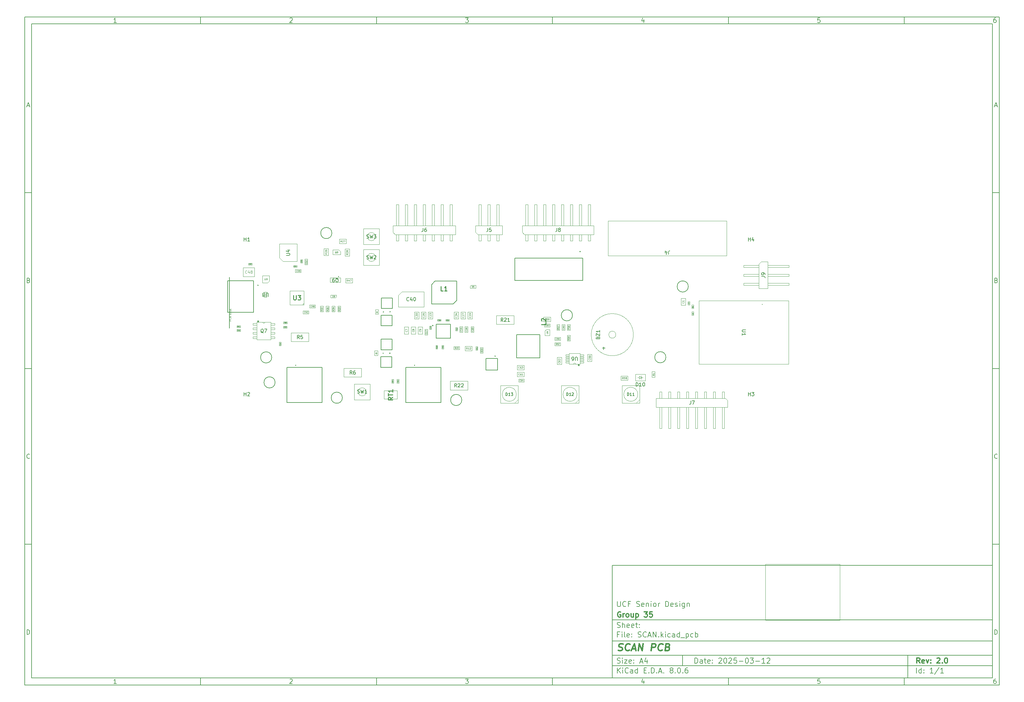
<source format=gbr>
G04 #@! TF.GenerationSoftware,KiCad,Pcbnew,8.0.6*
G04 #@! TF.CreationDate,2025-03-13T06:21:31-04:00*
G04 #@! TF.ProjectId,SCAN,5343414e-2e6b-4696-9361-645f70636258,2.0*
G04 #@! TF.SameCoordinates,Original*
G04 #@! TF.FileFunction,AssemblyDrawing,Top*
%FSLAX46Y46*%
G04 Gerber Fmt 4.6, Leading zero omitted, Abs format (unit mm)*
G04 Created by KiCad (PCBNEW 8.0.6) date 2025-03-13 06:21:31*
%MOMM*%
%LPD*%
G01*
G04 APERTURE LIST*
%ADD10C,0.100000*%
%ADD11C,0.150000*%
%ADD12C,0.300000*%
%ADD13C,0.400000*%
%ADD14C,0.040000*%
%ADD15C,0.080000*%
%ADD16C,0.060000*%
%ADD17C,0.075000*%
%ADD18C,0.254000*%
%ADD19C,0.062500*%
%ADD20C,0.120000*%
%ADD21C,0.025400*%
%ADD22C,0.127000*%
%ADD23C,0.200000*%
%ADD24C,0.050000*%
G04 APERTURE END LIST*
D10*
X220538867Y-165653700D02*
X220538867Y-181528700D01*
X241705533Y-181528700D01*
X241705533Y-165653700D01*
X220538867Y-165653700D01*
D11*
X177002200Y-166007200D02*
X285002200Y-166007200D01*
X285002200Y-198007200D01*
X177002200Y-198007200D01*
X177002200Y-166007200D01*
D10*
D11*
X10000000Y-10000000D02*
X287002200Y-10000000D01*
X287002200Y-200007200D01*
X10000000Y-200007200D01*
X10000000Y-10000000D01*
D10*
D11*
X12000000Y-12000000D02*
X285002200Y-12000000D01*
X285002200Y-198007200D01*
X12000000Y-198007200D01*
X12000000Y-12000000D01*
D10*
D11*
X60000000Y-12000000D02*
X60000000Y-10000000D01*
D10*
D11*
X110000000Y-12000000D02*
X110000000Y-10000000D01*
D10*
D11*
X160000000Y-12000000D02*
X160000000Y-10000000D01*
D10*
D11*
X210000000Y-12000000D02*
X210000000Y-10000000D01*
D10*
D11*
X260000000Y-12000000D02*
X260000000Y-10000000D01*
D10*
D11*
X36089160Y-11593604D02*
X35346303Y-11593604D01*
X35717731Y-11593604D02*
X35717731Y-10293604D01*
X35717731Y-10293604D02*
X35593922Y-10479319D01*
X35593922Y-10479319D02*
X35470112Y-10603128D01*
X35470112Y-10603128D02*
X35346303Y-10665033D01*
D10*
D11*
X85346303Y-10417414D02*
X85408207Y-10355509D01*
X85408207Y-10355509D02*
X85532017Y-10293604D01*
X85532017Y-10293604D02*
X85841541Y-10293604D01*
X85841541Y-10293604D02*
X85965350Y-10355509D01*
X85965350Y-10355509D02*
X86027255Y-10417414D01*
X86027255Y-10417414D02*
X86089160Y-10541223D01*
X86089160Y-10541223D02*
X86089160Y-10665033D01*
X86089160Y-10665033D02*
X86027255Y-10850747D01*
X86027255Y-10850747D02*
X85284398Y-11593604D01*
X85284398Y-11593604D02*
X86089160Y-11593604D01*
D10*
D11*
X135284398Y-10293604D02*
X136089160Y-10293604D01*
X136089160Y-10293604D02*
X135655826Y-10788842D01*
X135655826Y-10788842D02*
X135841541Y-10788842D01*
X135841541Y-10788842D02*
X135965350Y-10850747D01*
X135965350Y-10850747D02*
X136027255Y-10912652D01*
X136027255Y-10912652D02*
X136089160Y-11036461D01*
X136089160Y-11036461D02*
X136089160Y-11345985D01*
X136089160Y-11345985D02*
X136027255Y-11469795D01*
X136027255Y-11469795D02*
X135965350Y-11531700D01*
X135965350Y-11531700D02*
X135841541Y-11593604D01*
X135841541Y-11593604D02*
X135470112Y-11593604D01*
X135470112Y-11593604D02*
X135346303Y-11531700D01*
X135346303Y-11531700D02*
X135284398Y-11469795D01*
D10*
D11*
X185965350Y-10726938D02*
X185965350Y-11593604D01*
X185655826Y-10231700D02*
X185346303Y-11160271D01*
X185346303Y-11160271D02*
X186151064Y-11160271D01*
D10*
D11*
X236027255Y-10293604D02*
X235408207Y-10293604D01*
X235408207Y-10293604D02*
X235346303Y-10912652D01*
X235346303Y-10912652D02*
X235408207Y-10850747D01*
X235408207Y-10850747D02*
X235532017Y-10788842D01*
X235532017Y-10788842D02*
X235841541Y-10788842D01*
X235841541Y-10788842D02*
X235965350Y-10850747D01*
X235965350Y-10850747D02*
X236027255Y-10912652D01*
X236027255Y-10912652D02*
X236089160Y-11036461D01*
X236089160Y-11036461D02*
X236089160Y-11345985D01*
X236089160Y-11345985D02*
X236027255Y-11469795D01*
X236027255Y-11469795D02*
X235965350Y-11531700D01*
X235965350Y-11531700D02*
X235841541Y-11593604D01*
X235841541Y-11593604D02*
X235532017Y-11593604D01*
X235532017Y-11593604D02*
X235408207Y-11531700D01*
X235408207Y-11531700D02*
X235346303Y-11469795D01*
D10*
D11*
X285965350Y-10293604D02*
X285717731Y-10293604D01*
X285717731Y-10293604D02*
X285593922Y-10355509D01*
X285593922Y-10355509D02*
X285532017Y-10417414D01*
X285532017Y-10417414D02*
X285408207Y-10603128D01*
X285408207Y-10603128D02*
X285346303Y-10850747D01*
X285346303Y-10850747D02*
X285346303Y-11345985D01*
X285346303Y-11345985D02*
X285408207Y-11469795D01*
X285408207Y-11469795D02*
X285470112Y-11531700D01*
X285470112Y-11531700D02*
X285593922Y-11593604D01*
X285593922Y-11593604D02*
X285841541Y-11593604D01*
X285841541Y-11593604D02*
X285965350Y-11531700D01*
X285965350Y-11531700D02*
X286027255Y-11469795D01*
X286027255Y-11469795D02*
X286089160Y-11345985D01*
X286089160Y-11345985D02*
X286089160Y-11036461D01*
X286089160Y-11036461D02*
X286027255Y-10912652D01*
X286027255Y-10912652D02*
X285965350Y-10850747D01*
X285965350Y-10850747D02*
X285841541Y-10788842D01*
X285841541Y-10788842D02*
X285593922Y-10788842D01*
X285593922Y-10788842D02*
X285470112Y-10850747D01*
X285470112Y-10850747D02*
X285408207Y-10912652D01*
X285408207Y-10912652D02*
X285346303Y-11036461D01*
D10*
D11*
X60000000Y-198007200D02*
X60000000Y-200007200D01*
D10*
D11*
X110000000Y-198007200D02*
X110000000Y-200007200D01*
D10*
D11*
X160000000Y-198007200D02*
X160000000Y-200007200D01*
D10*
D11*
X210000000Y-198007200D02*
X210000000Y-200007200D01*
D10*
D11*
X260000000Y-198007200D02*
X260000000Y-200007200D01*
D10*
D11*
X36089160Y-199600804D02*
X35346303Y-199600804D01*
X35717731Y-199600804D02*
X35717731Y-198300804D01*
X35717731Y-198300804D02*
X35593922Y-198486519D01*
X35593922Y-198486519D02*
X35470112Y-198610328D01*
X35470112Y-198610328D02*
X35346303Y-198672233D01*
D10*
D11*
X85346303Y-198424614D02*
X85408207Y-198362709D01*
X85408207Y-198362709D02*
X85532017Y-198300804D01*
X85532017Y-198300804D02*
X85841541Y-198300804D01*
X85841541Y-198300804D02*
X85965350Y-198362709D01*
X85965350Y-198362709D02*
X86027255Y-198424614D01*
X86027255Y-198424614D02*
X86089160Y-198548423D01*
X86089160Y-198548423D02*
X86089160Y-198672233D01*
X86089160Y-198672233D02*
X86027255Y-198857947D01*
X86027255Y-198857947D02*
X85284398Y-199600804D01*
X85284398Y-199600804D02*
X86089160Y-199600804D01*
D10*
D11*
X135284398Y-198300804D02*
X136089160Y-198300804D01*
X136089160Y-198300804D02*
X135655826Y-198796042D01*
X135655826Y-198796042D02*
X135841541Y-198796042D01*
X135841541Y-198796042D02*
X135965350Y-198857947D01*
X135965350Y-198857947D02*
X136027255Y-198919852D01*
X136027255Y-198919852D02*
X136089160Y-199043661D01*
X136089160Y-199043661D02*
X136089160Y-199353185D01*
X136089160Y-199353185D02*
X136027255Y-199476995D01*
X136027255Y-199476995D02*
X135965350Y-199538900D01*
X135965350Y-199538900D02*
X135841541Y-199600804D01*
X135841541Y-199600804D02*
X135470112Y-199600804D01*
X135470112Y-199600804D02*
X135346303Y-199538900D01*
X135346303Y-199538900D02*
X135284398Y-199476995D01*
D10*
D11*
X185965350Y-198734138D02*
X185965350Y-199600804D01*
X185655826Y-198238900D02*
X185346303Y-199167471D01*
X185346303Y-199167471D02*
X186151064Y-199167471D01*
D10*
D11*
X236027255Y-198300804D02*
X235408207Y-198300804D01*
X235408207Y-198300804D02*
X235346303Y-198919852D01*
X235346303Y-198919852D02*
X235408207Y-198857947D01*
X235408207Y-198857947D02*
X235532017Y-198796042D01*
X235532017Y-198796042D02*
X235841541Y-198796042D01*
X235841541Y-198796042D02*
X235965350Y-198857947D01*
X235965350Y-198857947D02*
X236027255Y-198919852D01*
X236027255Y-198919852D02*
X236089160Y-199043661D01*
X236089160Y-199043661D02*
X236089160Y-199353185D01*
X236089160Y-199353185D02*
X236027255Y-199476995D01*
X236027255Y-199476995D02*
X235965350Y-199538900D01*
X235965350Y-199538900D02*
X235841541Y-199600804D01*
X235841541Y-199600804D02*
X235532017Y-199600804D01*
X235532017Y-199600804D02*
X235408207Y-199538900D01*
X235408207Y-199538900D02*
X235346303Y-199476995D01*
D10*
D11*
X285965350Y-198300804D02*
X285717731Y-198300804D01*
X285717731Y-198300804D02*
X285593922Y-198362709D01*
X285593922Y-198362709D02*
X285532017Y-198424614D01*
X285532017Y-198424614D02*
X285408207Y-198610328D01*
X285408207Y-198610328D02*
X285346303Y-198857947D01*
X285346303Y-198857947D02*
X285346303Y-199353185D01*
X285346303Y-199353185D02*
X285408207Y-199476995D01*
X285408207Y-199476995D02*
X285470112Y-199538900D01*
X285470112Y-199538900D02*
X285593922Y-199600804D01*
X285593922Y-199600804D02*
X285841541Y-199600804D01*
X285841541Y-199600804D02*
X285965350Y-199538900D01*
X285965350Y-199538900D02*
X286027255Y-199476995D01*
X286027255Y-199476995D02*
X286089160Y-199353185D01*
X286089160Y-199353185D02*
X286089160Y-199043661D01*
X286089160Y-199043661D02*
X286027255Y-198919852D01*
X286027255Y-198919852D02*
X285965350Y-198857947D01*
X285965350Y-198857947D02*
X285841541Y-198796042D01*
X285841541Y-198796042D02*
X285593922Y-198796042D01*
X285593922Y-198796042D02*
X285470112Y-198857947D01*
X285470112Y-198857947D02*
X285408207Y-198919852D01*
X285408207Y-198919852D02*
X285346303Y-199043661D01*
D10*
D11*
X10000000Y-60000000D02*
X12000000Y-60000000D01*
D10*
D11*
X10000000Y-110000000D02*
X12000000Y-110000000D01*
D10*
D11*
X10000000Y-160000000D02*
X12000000Y-160000000D01*
D10*
D11*
X10690476Y-35222176D02*
X11309523Y-35222176D01*
X10566666Y-35593604D02*
X10999999Y-34293604D01*
X10999999Y-34293604D02*
X11433333Y-35593604D01*
D10*
D11*
X11092857Y-84912652D02*
X11278571Y-84974557D01*
X11278571Y-84974557D02*
X11340476Y-85036461D01*
X11340476Y-85036461D02*
X11402380Y-85160271D01*
X11402380Y-85160271D02*
X11402380Y-85345985D01*
X11402380Y-85345985D02*
X11340476Y-85469795D01*
X11340476Y-85469795D02*
X11278571Y-85531700D01*
X11278571Y-85531700D02*
X11154761Y-85593604D01*
X11154761Y-85593604D02*
X10659523Y-85593604D01*
X10659523Y-85593604D02*
X10659523Y-84293604D01*
X10659523Y-84293604D02*
X11092857Y-84293604D01*
X11092857Y-84293604D02*
X11216666Y-84355509D01*
X11216666Y-84355509D02*
X11278571Y-84417414D01*
X11278571Y-84417414D02*
X11340476Y-84541223D01*
X11340476Y-84541223D02*
X11340476Y-84665033D01*
X11340476Y-84665033D02*
X11278571Y-84788842D01*
X11278571Y-84788842D02*
X11216666Y-84850747D01*
X11216666Y-84850747D02*
X11092857Y-84912652D01*
X11092857Y-84912652D02*
X10659523Y-84912652D01*
D10*
D11*
X11402380Y-135469795D02*
X11340476Y-135531700D01*
X11340476Y-135531700D02*
X11154761Y-135593604D01*
X11154761Y-135593604D02*
X11030952Y-135593604D01*
X11030952Y-135593604D02*
X10845238Y-135531700D01*
X10845238Y-135531700D02*
X10721428Y-135407890D01*
X10721428Y-135407890D02*
X10659523Y-135284080D01*
X10659523Y-135284080D02*
X10597619Y-135036461D01*
X10597619Y-135036461D02*
X10597619Y-134850747D01*
X10597619Y-134850747D02*
X10659523Y-134603128D01*
X10659523Y-134603128D02*
X10721428Y-134479319D01*
X10721428Y-134479319D02*
X10845238Y-134355509D01*
X10845238Y-134355509D02*
X11030952Y-134293604D01*
X11030952Y-134293604D02*
X11154761Y-134293604D01*
X11154761Y-134293604D02*
X11340476Y-134355509D01*
X11340476Y-134355509D02*
X11402380Y-134417414D01*
D10*
D11*
X10659523Y-185593604D02*
X10659523Y-184293604D01*
X10659523Y-184293604D02*
X10969047Y-184293604D01*
X10969047Y-184293604D02*
X11154761Y-184355509D01*
X11154761Y-184355509D02*
X11278571Y-184479319D01*
X11278571Y-184479319D02*
X11340476Y-184603128D01*
X11340476Y-184603128D02*
X11402380Y-184850747D01*
X11402380Y-184850747D02*
X11402380Y-185036461D01*
X11402380Y-185036461D02*
X11340476Y-185284080D01*
X11340476Y-185284080D02*
X11278571Y-185407890D01*
X11278571Y-185407890D02*
X11154761Y-185531700D01*
X11154761Y-185531700D02*
X10969047Y-185593604D01*
X10969047Y-185593604D02*
X10659523Y-185593604D01*
D10*
D11*
X287002200Y-60000000D02*
X285002200Y-60000000D01*
D10*
D11*
X287002200Y-110000000D02*
X285002200Y-110000000D01*
D10*
D11*
X287002200Y-160000000D02*
X285002200Y-160000000D01*
D10*
D11*
X285692676Y-35222176D02*
X286311723Y-35222176D01*
X285568866Y-35593604D02*
X286002199Y-34293604D01*
X286002199Y-34293604D02*
X286435533Y-35593604D01*
D10*
D11*
X286095057Y-84912652D02*
X286280771Y-84974557D01*
X286280771Y-84974557D02*
X286342676Y-85036461D01*
X286342676Y-85036461D02*
X286404580Y-85160271D01*
X286404580Y-85160271D02*
X286404580Y-85345985D01*
X286404580Y-85345985D02*
X286342676Y-85469795D01*
X286342676Y-85469795D02*
X286280771Y-85531700D01*
X286280771Y-85531700D02*
X286156961Y-85593604D01*
X286156961Y-85593604D02*
X285661723Y-85593604D01*
X285661723Y-85593604D02*
X285661723Y-84293604D01*
X285661723Y-84293604D02*
X286095057Y-84293604D01*
X286095057Y-84293604D02*
X286218866Y-84355509D01*
X286218866Y-84355509D02*
X286280771Y-84417414D01*
X286280771Y-84417414D02*
X286342676Y-84541223D01*
X286342676Y-84541223D02*
X286342676Y-84665033D01*
X286342676Y-84665033D02*
X286280771Y-84788842D01*
X286280771Y-84788842D02*
X286218866Y-84850747D01*
X286218866Y-84850747D02*
X286095057Y-84912652D01*
X286095057Y-84912652D02*
X285661723Y-84912652D01*
D10*
D11*
X286404580Y-135469795D02*
X286342676Y-135531700D01*
X286342676Y-135531700D02*
X286156961Y-135593604D01*
X286156961Y-135593604D02*
X286033152Y-135593604D01*
X286033152Y-135593604D02*
X285847438Y-135531700D01*
X285847438Y-135531700D02*
X285723628Y-135407890D01*
X285723628Y-135407890D02*
X285661723Y-135284080D01*
X285661723Y-135284080D02*
X285599819Y-135036461D01*
X285599819Y-135036461D02*
X285599819Y-134850747D01*
X285599819Y-134850747D02*
X285661723Y-134603128D01*
X285661723Y-134603128D02*
X285723628Y-134479319D01*
X285723628Y-134479319D02*
X285847438Y-134355509D01*
X285847438Y-134355509D02*
X286033152Y-134293604D01*
X286033152Y-134293604D02*
X286156961Y-134293604D01*
X286156961Y-134293604D02*
X286342676Y-134355509D01*
X286342676Y-134355509D02*
X286404580Y-134417414D01*
D10*
D11*
X285661723Y-185593604D02*
X285661723Y-184293604D01*
X285661723Y-184293604D02*
X285971247Y-184293604D01*
X285971247Y-184293604D02*
X286156961Y-184355509D01*
X286156961Y-184355509D02*
X286280771Y-184479319D01*
X286280771Y-184479319D02*
X286342676Y-184603128D01*
X286342676Y-184603128D02*
X286404580Y-184850747D01*
X286404580Y-184850747D02*
X286404580Y-185036461D01*
X286404580Y-185036461D02*
X286342676Y-185284080D01*
X286342676Y-185284080D02*
X286280771Y-185407890D01*
X286280771Y-185407890D02*
X286156961Y-185531700D01*
X286156961Y-185531700D02*
X285971247Y-185593604D01*
X285971247Y-185593604D02*
X285661723Y-185593604D01*
D10*
D11*
X200458026Y-193793328D02*
X200458026Y-192293328D01*
X200458026Y-192293328D02*
X200815169Y-192293328D01*
X200815169Y-192293328D02*
X201029455Y-192364757D01*
X201029455Y-192364757D02*
X201172312Y-192507614D01*
X201172312Y-192507614D02*
X201243741Y-192650471D01*
X201243741Y-192650471D02*
X201315169Y-192936185D01*
X201315169Y-192936185D02*
X201315169Y-193150471D01*
X201315169Y-193150471D02*
X201243741Y-193436185D01*
X201243741Y-193436185D02*
X201172312Y-193579042D01*
X201172312Y-193579042D02*
X201029455Y-193721900D01*
X201029455Y-193721900D02*
X200815169Y-193793328D01*
X200815169Y-193793328D02*
X200458026Y-193793328D01*
X202600884Y-193793328D02*
X202600884Y-193007614D01*
X202600884Y-193007614D02*
X202529455Y-192864757D01*
X202529455Y-192864757D02*
X202386598Y-192793328D01*
X202386598Y-192793328D02*
X202100884Y-192793328D01*
X202100884Y-192793328D02*
X201958026Y-192864757D01*
X202600884Y-193721900D02*
X202458026Y-193793328D01*
X202458026Y-193793328D02*
X202100884Y-193793328D01*
X202100884Y-193793328D02*
X201958026Y-193721900D01*
X201958026Y-193721900D02*
X201886598Y-193579042D01*
X201886598Y-193579042D02*
X201886598Y-193436185D01*
X201886598Y-193436185D02*
X201958026Y-193293328D01*
X201958026Y-193293328D02*
X202100884Y-193221900D01*
X202100884Y-193221900D02*
X202458026Y-193221900D01*
X202458026Y-193221900D02*
X202600884Y-193150471D01*
X203100884Y-192793328D02*
X203672312Y-192793328D01*
X203315169Y-192293328D02*
X203315169Y-193579042D01*
X203315169Y-193579042D02*
X203386598Y-193721900D01*
X203386598Y-193721900D02*
X203529455Y-193793328D01*
X203529455Y-193793328D02*
X203672312Y-193793328D01*
X204743741Y-193721900D02*
X204600884Y-193793328D01*
X204600884Y-193793328D02*
X204315170Y-193793328D01*
X204315170Y-193793328D02*
X204172312Y-193721900D01*
X204172312Y-193721900D02*
X204100884Y-193579042D01*
X204100884Y-193579042D02*
X204100884Y-193007614D01*
X204100884Y-193007614D02*
X204172312Y-192864757D01*
X204172312Y-192864757D02*
X204315170Y-192793328D01*
X204315170Y-192793328D02*
X204600884Y-192793328D01*
X204600884Y-192793328D02*
X204743741Y-192864757D01*
X204743741Y-192864757D02*
X204815170Y-193007614D01*
X204815170Y-193007614D02*
X204815170Y-193150471D01*
X204815170Y-193150471D02*
X204100884Y-193293328D01*
X205458026Y-193650471D02*
X205529455Y-193721900D01*
X205529455Y-193721900D02*
X205458026Y-193793328D01*
X205458026Y-193793328D02*
X205386598Y-193721900D01*
X205386598Y-193721900D02*
X205458026Y-193650471D01*
X205458026Y-193650471D02*
X205458026Y-193793328D01*
X205458026Y-192864757D02*
X205529455Y-192936185D01*
X205529455Y-192936185D02*
X205458026Y-193007614D01*
X205458026Y-193007614D02*
X205386598Y-192936185D01*
X205386598Y-192936185D02*
X205458026Y-192864757D01*
X205458026Y-192864757D02*
X205458026Y-193007614D01*
X207243741Y-192436185D02*
X207315169Y-192364757D01*
X207315169Y-192364757D02*
X207458027Y-192293328D01*
X207458027Y-192293328D02*
X207815169Y-192293328D01*
X207815169Y-192293328D02*
X207958027Y-192364757D01*
X207958027Y-192364757D02*
X208029455Y-192436185D01*
X208029455Y-192436185D02*
X208100884Y-192579042D01*
X208100884Y-192579042D02*
X208100884Y-192721900D01*
X208100884Y-192721900D02*
X208029455Y-192936185D01*
X208029455Y-192936185D02*
X207172312Y-193793328D01*
X207172312Y-193793328D02*
X208100884Y-193793328D01*
X209029455Y-192293328D02*
X209172312Y-192293328D01*
X209172312Y-192293328D02*
X209315169Y-192364757D01*
X209315169Y-192364757D02*
X209386598Y-192436185D01*
X209386598Y-192436185D02*
X209458026Y-192579042D01*
X209458026Y-192579042D02*
X209529455Y-192864757D01*
X209529455Y-192864757D02*
X209529455Y-193221900D01*
X209529455Y-193221900D02*
X209458026Y-193507614D01*
X209458026Y-193507614D02*
X209386598Y-193650471D01*
X209386598Y-193650471D02*
X209315169Y-193721900D01*
X209315169Y-193721900D02*
X209172312Y-193793328D01*
X209172312Y-193793328D02*
X209029455Y-193793328D01*
X209029455Y-193793328D02*
X208886598Y-193721900D01*
X208886598Y-193721900D02*
X208815169Y-193650471D01*
X208815169Y-193650471D02*
X208743740Y-193507614D01*
X208743740Y-193507614D02*
X208672312Y-193221900D01*
X208672312Y-193221900D02*
X208672312Y-192864757D01*
X208672312Y-192864757D02*
X208743740Y-192579042D01*
X208743740Y-192579042D02*
X208815169Y-192436185D01*
X208815169Y-192436185D02*
X208886598Y-192364757D01*
X208886598Y-192364757D02*
X209029455Y-192293328D01*
X210100883Y-192436185D02*
X210172311Y-192364757D01*
X210172311Y-192364757D02*
X210315169Y-192293328D01*
X210315169Y-192293328D02*
X210672311Y-192293328D01*
X210672311Y-192293328D02*
X210815169Y-192364757D01*
X210815169Y-192364757D02*
X210886597Y-192436185D01*
X210886597Y-192436185D02*
X210958026Y-192579042D01*
X210958026Y-192579042D02*
X210958026Y-192721900D01*
X210958026Y-192721900D02*
X210886597Y-192936185D01*
X210886597Y-192936185D02*
X210029454Y-193793328D01*
X210029454Y-193793328D02*
X210958026Y-193793328D01*
X212315168Y-192293328D02*
X211600882Y-192293328D01*
X211600882Y-192293328D02*
X211529454Y-193007614D01*
X211529454Y-193007614D02*
X211600882Y-192936185D01*
X211600882Y-192936185D02*
X211743740Y-192864757D01*
X211743740Y-192864757D02*
X212100882Y-192864757D01*
X212100882Y-192864757D02*
X212243740Y-192936185D01*
X212243740Y-192936185D02*
X212315168Y-193007614D01*
X212315168Y-193007614D02*
X212386597Y-193150471D01*
X212386597Y-193150471D02*
X212386597Y-193507614D01*
X212386597Y-193507614D02*
X212315168Y-193650471D01*
X212315168Y-193650471D02*
X212243740Y-193721900D01*
X212243740Y-193721900D02*
X212100882Y-193793328D01*
X212100882Y-193793328D02*
X211743740Y-193793328D01*
X211743740Y-193793328D02*
X211600882Y-193721900D01*
X211600882Y-193721900D02*
X211529454Y-193650471D01*
X213029453Y-193221900D02*
X214172311Y-193221900D01*
X215172311Y-192293328D02*
X215315168Y-192293328D01*
X215315168Y-192293328D02*
X215458025Y-192364757D01*
X215458025Y-192364757D02*
X215529454Y-192436185D01*
X215529454Y-192436185D02*
X215600882Y-192579042D01*
X215600882Y-192579042D02*
X215672311Y-192864757D01*
X215672311Y-192864757D02*
X215672311Y-193221900D01*
X215672311Y-193221900D02*
X215600882Y-193507614D01*
X215600882Y-193507614D02*
X215529454Y-193650471D01*
X215529454Y-193650471D02*
X215458025Y-193721900D01*
X215458025Y-193721900D02*
X215315168Y-193793328D01*
X215315168Y-193793328D02*
X215172311Y-193793328D01*
X215172311Y-193793328D02*
X215029454Y-193721900D01*
X215029454Y-193721900D02*
X214958025Y-193650471D01*
X214958025Y-193650471D02*
X214886596Y-193507614D01*
X214886596Y-193507614D02*
X214815168Y-193221900D01*
X214815168Y-193221900D02*
X214815168Y-192864757D01*
X214815168Y-192864757D02*
X214886596Y-192579042D01*
X214886596Y-192579042D02*
X214958025Y-192436185D01*
X214958025Y-192436185D02*
X215029454Y-192364757D01*
X215029454Y-192364757D02*
X215172311Y-192293328D01*
X216172310Y-192293328D02*
X217100882Y-192293328D01*
X217100882Y-192293328D02*
X216600882Y-192864757D01*
X216600882Y-192864757D02*
X216815167Y-192864757D01*
X216815167Y-192864757D02*
X216958025Y-192936185D01*
X216958025Y-192936185D02*
X217029453Y-193007614D01*
X217029453Y-193007614D02*
X217100882Y-193150471D01*
X217100882Y-193150471D02*
X217100882Y-193507614D01*
X217100882Y-193507614D02*
X217029453Y-193650471D01*
X217029453Y-193650471D02*
X216958025Y-193721900D01*
X216958025Y-193721900D02*
X216815167Y-193793328D01*
X216815167Y-193793328D02*
X216386596Y-193793328D01*
X216386596Y-193793328D02*
X216243739Y-193721900D01*
X216243739Y-193721900D02*
X216172310Y-193650471D01*
X217743738Y-193221900D02*
X218886596Y-193221900D01*
X220386596Y-193793328D02*
X219529453Y-193793328D01*
X219958024Y-193793328D02*
X219958024Y-192293328D01*
X219958024Y-192293328D02*
X219815167Y-192507614D01*
X219815167Y-192507614D02*
X219672310Y-192650471D01*
X219672310Y-192650471D02*
X219529453Y-192721900D01*
X220958024Y-192436185D02*
X221029452Y-192364757D01*
X221029452Y-192364757D02*
X221172310Y-192293328D01*
X221172310Y-192293328D02*
X221529452Y-192293328D01*
X221529452Y-192293328D02*
X221672310Y-192364757D01*
X221672310Y-192364757D02*
X221743738Y-192436185D01*
X221743738Y-192436185D02*
X221815167Y-192579042D01*
X221815167Y-192579042D02*
X221815167Y-192721900D01*
X221815167Y-192721900D02*
X221743738Y-192936185D01*
X221743738Y-192936185D02*
X220886595Y-193793328D01*
X220886595Y-193793328D02*
X221815167Y-193793328D01*
D10*
D11*
X177002200Y-194507200D02*
X285002200Y-194507200D01*
D10*
D11*
X178458026Y-196593328D02*
X178458026Y-195093328D01*
X179315169Y-196593328D02*
X178672312Y-195736185D01*
X179315169Y-195093328D02*
X178458026Y-195950471D01*
X179958026Y-196593328D02*
X179958026Y-195593328D01*
X179958026Y-195093328D02*
X179886598Y-195164757D01*
X179886598Y-195164757D02*
X179958026Y-195236185D01*
X179958026Y-195236185D02*
X180029455Y-195164757D01*
X180029455Y-195164757D02*
X179958026Y-195093328D01*
X179958026Y-195093328D02*
X179958026Y-195236185D01*
X181529455Y-196450471D02*
X181458027Y-196521900D01*
X181458027Y-196521900D02*
X181243741Y-196593328D01*
X181243741Y-196593328D02*
X181100884Y-196593328D01*
X181100884Y-196593328D02*
X180886598Y-196521900D01*
X180886598Y-196521900D02*
X180743741Y-196379042D01*
X180743741Y-196379042D02*
X180672312Y-196236185D01*
X180672312Y-196236185D02*
X180600884Y-195950471D01*
X180600884Y-195950471D02*
X180600884Y-195736185D01*
X180600884Y-195736185D02*
X180672312Y-195450471D01*
X180672312Y-195450471D02*
X180743741Y-195307614D01*
X180743741Y-195307614D02*
X180886598Y-195164757D01*
X180886598Y-195164757D02*
X181100884Y-195093328D01*
X181100884Y-195093328D02*
X181243741Y-195093328D01*
X181243741Y-195093328D02*
X181458027Y-195164757D01*
X181458027Y-195164757D02*
X181529455Y-195236185D01*
X182815170Y-196593328D02*
X182815170Y-195807614D01*
X182815170Y-195807614D02*
X182743741Y-195664757D01*
X182743741Y-195664757D02*
X182600884Y-195593328D01*
X182600884Y-195593328D02*
X182315170Y-195593328D01*
X182315170Y-195593328D02*
X182172312Y-195664757D01*
X182815170Y-196521900D02*
X182672312Y-196593328D01*
X182672312Y-196593328D02*
X182315170Y-196593328D01*
X182315170Y-196593328D02*
X182172312Y-196521900D01*
X182172312Y-196521900D02*
X182100884Y-196379042D01*
X182100884Y-196379042D02*
X182100884Y-196236185D01*
X182100884Y-196236185D02*
X182172312Y-196093328D01*
X182172312Y-196093328D02*
X182315170Y-196021900D01*
X182315170Y-196021900D02*
X182672312Y-196021900D01*
X182672312Y-196021900D02*
X182815170Y-195950471D01*
X184172313Y-196593328D02*
X184172313Y-195093328D01*
X184172313Y-196521900D02*
X184029455Y-196593328D01*
X184029455Y-196593328D02*
X183743741Y-196593328D01*
X183743741Y-196593328D02*
X183600884Y-196521900D01*
X183600884Y-196521900D02*
X183529455Y-196450471D01*
X183529455Y-196450471D02*
X183458027Y-196307614D01*
X183458027Y-196307614D02*
X183458027Y-195879042D01*
X183458027Y-195879042D02*
X183529455Y-195736185D01*
X183529455Y-195736185D02*
X183600884Y-195664757D01*
X183600884Y-195664757D02*
X183743741Y-195593328D01*
X183743741Y-195593328D02*
X184029455Y-195593328D01*
X184029455Y-195593328D02*
X184172313Y-195664757D01*
X186029455Y-195807614D02*
X186529455Y-195807614D01*
X186743741Y-196593328D02*
X186029455Y-196593328D01*
X186029455Y-196593328D02*
X186029455Y-195093328D01*
X186029455Y-195093328D02*
X186743741Y-195093328D01*
X187386598Y-196450471D02*
X187458027Y-196521900D01*
X187458027Y-196521900D02*
X187386598Y-196593328D01*
X187386598Y-196593328D02*
X187315170Y-196521900D01*
X187315170Y-196521900D02*
X187386598Y-196450471D01*
X187386598Y-196450471D02*
X187386598Y-196593328D01*
X188100884Y-196593328D02*
X188100884Y-195093328D01*
X188100884Y-195093328D02*
X188458027Y-195093328D01*
X188458027Y-195093328D02*
X188672313Y-195164757D01*
X188672313Y-195164757D02*
X188815170Y-195307614D01*
X188815170Y-195307614D02*
X188886599Y-195450471D01*
X188886599Y-195450471D02*
X188958027Y-195736185D01*
X188958027Y-195736185D02*
X188958027Y-195950471D01*
X188958027Y-195950471D02*
X188886599Y-196236185D01*
X188886599Y-196236185D02*
X188815170Y-196379042D01*
X188815170Y-196379042D02*
X188672313Y-196521900D01*
X188672313Y-196521900D02*
X188458027Y-196593328D01*
X188458027Y-196593328D02*
X188100884Y-196593328D01*
X189600884Y-196450471D02*
X189672313Y-196521900D01*
X189672313Y-196521900D02*
X189600884Y-196593328D01*
X189600884Y-196593328D02*
X189529456Y-196521900D01*
X189529456Y-196521900D02*
X189600884Y-196450471D01*
X189600884Y-196450471D02*
X189600884Y-196593328D01*
X190243742Y-196164757D02*
X190958028Y-196164757D01*
X190100885Y-196593328D02*
X190600885Y-195093328D01*
X190600885Y-195093328D02*
X191100885Y-196593328D01*
X191600884Y-196450471D02*
X191672313Y-196521900D01*
X191672313Y-196521900D02*
X191600884Y-196593328D01*
X191600884Y-196593328D02*
X191529456Y-196521900D01*
X191529456Y-196521900D02*
X191600884Y-196450471D01*
X191600884Y-196450471D02*
X191600884Y-196593328D01*
X193672313Y-195736185D02*
X193529456Y-195664757D01*
X193529456Y-195664757D02*
X193458027Y-195593328D01*
X193458027Y-195593328D02*
X193386599Y-195450471D01*
X193386599Y-195450471D02*
X193386599Y-195379042D01*
X193386599Y-195379042D02*
X193458027Y-195236185D01*
X193458027Y-195236185D02*
X193529456Y-195164757D01*
X193529456Y-195164757D02*
X193672313Y-195093328D01*
X193672313Y-195093328D02*
X193958027Y-195093328D01*
X193958027Y-195093328D02*
X194100885Y-195164757D01*
X194100885Y-195164757D02*
X194172313Y-195236185D01*
X194172313Y-195236185D02*
X194243742Y-195379042D01*
X194243742Y-195379042D02*
X194243742Y-195450471D01*
X194243742Y-195450471D02*
X194172313Y-195593328D01*
X194172313Y-195593328D02*
X194100885Y-195664757D01*
X194100885Y-195664757D02*
X193958027Y-195736185D01*
X193958027Y-195736185D02*
X193672313Y-195736185D01*
X193672313Y-195736185D02*
X193529456Y-195807614D01*
X193529456Y-195807614D02*
X193458027Y-195879042D01*
X193458027Y-195879042D02*
X193386599Y-196021900D01*
X193386599Y-196021900D02*
X193386599Y-196307614D01*
X193386599Y-196307614D02*
X193458027Y-196450471D01*
X193458027Y-196450471D02*
X193529456Y-196521900D01*
X193529456Y-196521900D02*
X193672313Y-196593328D01*
X193672313Y-196593328D02*
X193958027Y-196593328D01*
X193958027Y-196593328D02*
X194100885Y-196521900D01*
X194100885Y-196521900D02*
X194172313Y-196450471D01*
X194172313Y-196450471D02*
X194243742Y-196307614D01*
X194243742Y-196307614D02*
X194243742Y-196021900D01*
X194243742Y-196021900D02*
X194172313Y-195879042D01*
X194172313Y-195879042D02*
X194100885Y-195807614D01*
X194100885Y-195807614D02*
X193958027Y-195736185D01*
X194886598Y-196450471D02*
X194958027Y-196521900D01*
X194958027Y-196521900D02*
X194886598Y-196593328D01*
X194886598Y-196593328D02*
X194815170Y-196521900D01*
X194815170Y-196521900D02*
X194886598Y-196450471D01*
X194886598Y-196450471D02*
X194886598Y-196593328D01*
X195886599Y-195093328D02*
X196029456Y-195093328D01*
X196029456Y-195093328D02*
X196172313Y-195164757D01*
X196172313Y-195164757D02*
X196243742Y-195236185D01*
X196243742Y-195236185D02*
X196315170Y-195379042D01*
X196315170Y-195379042D02*
X196386599Y-195664757D01*
X196386599Y-195664757D02*
X196386599Y-196021900D01*
X196386599Y-196021900D02*
X196315170Y-196307614D01*
X196315170Y-196307614D02*
X196243742Y-196450471D01*
X196243742Y-196450471D02*
X196172313Y-196521900D01*
X196172313Y-196521900D02*
X196029456Y-196593328D01*
X196029456Y-196593328D02*
X195886599Y-196593328D01*
X195886599Y-196593328D02*
X195743742Y-196521900D01*
X195743742Y-196521900D02*
X195672313Y-196450471D01*
X195672313Y-196450471D02*
X195600884Y-196307614D01*
X195600884Y-196307614D02*
X195529456Y-196021900D01*
X195529456Y-196021900D02*
X195529456Y-195664757D01*
X195529456Y-195664757D02*
X195600884Y-195379042D01*
X195600884Y-195379042D02*
X195672313Y-195236185D01*
X195672313Y-195236185D02*
X195743742Y-195164757D01*
X195743742Y-195164757D02*
X195886599Y-195093328D01*
X197029455Y-196450471D02*
X197100884Y-196521900D01*
X197100884Y-196521900D02*
X197029455Y-196593328D01*
X197029455Y-196593328D02*
X196958027Y-196521900D01*
X196958027Y-196521900D02*
X197029455Y-196450471D01*
X197029455Y-196450471D02*
X197029455Y-196593328D01*
X198386599Y-195093328D02*
X198100884Y-195093328D01*
X198100884Y-195093328D02*
X197958027Y-195164757D01*
X197958027Y-195164757D02*
X197886599Y-195236185D01*
X197886599Y-195236185D02*
X197743741Y-195450471D01*
X197743741Y-195450471D02*
X197672313Y-195736185D01*
X197672313Y-195736185D02*
X197672313Y-196307614D01*
X197672313Y-196307614D02*
X197743741Y-196450471D01*
X197743741Y-196450471D02*
X197815170Y-196521900D01*
X197815170Y-196521900D02*
X197958027Y-196593328D01*
X197958027Y-196593328D02*
X198243741Y-196593328D01*
X198243741Y-196593328D02*
X198386599Y-196521900D01*
X198386599Y-196521900D02*
X198458027Y-196450471D01*
X198458027Y-196450471D02*
X198529456Y-196307614D01*
X198529456Y-196307614D02*
X198529456Y-195950471D01*
X198529456Y-195950471D02*
X198458027Y-195807614D01*
X198458027Y-195807614D02*
X198386599Y-195736185D01*
X198386599Y-195736185D02*
X198243741Y-195664757D01*
X198243741Y-195664757D02*
X197958027Y-195664757D01*
X197958027Y-195664757D02*
X197815170Y-195736185D01*
X197815170Y-195736185D02*
X197743741Y-195807614D01*
X197743741Y-195807614D02*
X197672313Y-195950471D01*
D10*
D11*
X177002200Y-191507200D02*
X285002200Y-191507200D01*
D10*
D12*
X264413853Y-193785528D02*
X263913853Y-193071242D01*
X263556710Y-193785528D02*
X263556710Y-192285528D01*
X263556710Y-192285528D02*
X264128139Y-192285528D01*
X264128139Y-192285528D02*
X264270996Y-192356957D01*
X264270996Y-192356957D02*
X264342425Y-192428385D01*
X264342425Y-192428385D02*
X264413853Y-192571242D01*
X264413853Y-192571242D02*
X264413853Y-192785528D01*
X264413853Y-192785528D02*
X264342425Y-192928385D01*
X264342425Y-192928385D02*
X264270996Y-192999814D01*
X264270996Y-192999814D02*
X264128139Y-193071242D01*
X264128139Y-193071242D02*
X263556710Y-193071242D01*
X265628139Y-193714100D02*
X265485282Y-193785528D01*
X265485282Y-193785528D02*
X265199568Y-193785528D01*
X265199568Y-193785528D02*
X265056710Y-193714100D01*
X265056710Y-193714100D02*
X264985282Y-193571242D01*
X264985282Y-193571242D02*
X264985282Y-192999814D01*
X264985282Y-192999814D02*
X265056710Y-192856957D01*
X265056710Y-192856957D02*
X265199568Y-192785528D01*
X265199568Y-192785528D02*
X265485282Y-192785528D01*
X265485282Y-192785528D02*
X265628139Y-192856957D01*
X265628139Y-192856957D02*
X265699568Y-192999814D01*
X265699568Y-192999814D02*
X265699568Y-193142671D01*
X265699568Y-193142671D02*
X264985282Y-193285528D01*
X266199567Y-192785528D02*
X266556710Y-193785528D01*
X266556710Y-193785528D02*
X266913853Y-192785528D01*
X267485281Y-193642671D02*
X267556710Y-193714100D01*
X267556710Y-193714100D02*
X267485281Y-193785528D01*
X267485281Y-193785528D02*
X267413853Y-193714100D01*
X267413853Y-193714100D02*
X267485281Y-193642671D01*
X267485281Y-193642671D02*
X267485281Y-193785528D01*
X267485281Y-192856957D02*
X267556710Y-192928385D01*
X267556710Y-192928385D02*
X267485281Y-192999814D01*
X267485281Y-192999814D02*
X267413853Y-192928385D01*
X267413853Y-192928385D02*
X267485281Y-192856957D01*
X267485281Y-192856957D02*
X267485281Y-192999814D01*
X269270996Y-192428385D02*
X269342424Y-192356957D01*
X269342424Y-192356957D02*
X269485282Y-192285528D01*
X269485282Y-192285528D02*
X269842424Y-192285528D01*
X269842424Y-192285528D02*
X269985282Y-192356957D01*
X269985282Y-192356957D02*
X270056710Y-192428385D01*
X270056710Y-192428385D02*
X270128139Y-192571242D01*
X270128139Y-192571242D02*
X270128139Y-192714100D01*
X270128139Y-192714100D02*
X270056710Y-192928385D01*
X270056710Y-192928385D02*
X269199567Y-193785528D01*
X269199567Y-193785528D02*
X270128139Y-193785528D01*
X270770995Y-193642671D02*
X270842424Y-193714100D01*
X270842424Y-193714100D02*
X270770995Y-193785528D01*
X270770995Y-193785528D02*
X270699567Y-193714100D01*
X270699567Y-193714100D02*
X270770995Y-193642671D01*
X270770995Y-193642671D02*
X270770995Y-193785528D01*
X271770996Y-192285528D02*
X271913853Y-192285528D01*
X271913853Y-192285528D02*
X272056710Y-192356957D01*
X272056710Y-192356957D02*
X272128139Y-192428385D01*
X272128139Y-192428385D02*
X272199567Y-192571242D01*
X272199567Y-192571242D02*
X272270996Y-192856957D01*
X272270996Y-192856957D02*
X272270996Y-193214100D01*
X272270996Y-193214100D02*
X272199567Y-193499814D01*
X272199567Y-193499814D02*
X272128139Y-193642671D01*
X272128139Y-193642671D02*
X272056710Y-193714100D01*
X272056710Y-193714100D02*
X271913853Y-193785528D01*
X271913853Y-193785528D02*
X271770996Y-193785528D01*
X271770996Y-193785528D02*
X271628139Y-193714100D01*
X271628139Y-193714100D02*
X271556710Y-193642671D01*
X271556710Y-193642671D02*
X271485281Y-193499814D01*
X271485281Y-193499814D02*
X271413853Y-193214100D01*
X271413853Y-193214100D02*
X271413853Y-192856957D01*
X271413853Y-192856957D02*
X271485281Y-192571242D01*
X271485281Y-192571242D02*
X271556710Y-192428385D01*
X271556710Y-192428385D02*
X271628139Y-192356957D01*
X271628139Y-192356957D02*
X271770996Y-192285528D01*
D10*
D11*
X178386598Y-193721900D02*
X178600884Y-193793328D01*
X178600884Y-193793328D02*
X178958026Y-193793328D01*
X178958026Y-193793328D02*
X179100884Y-193721900D01*
X179100884Y-193721900D02*
X179172312Y-193650471D01*
X179172312Y-193650471D02*
X179243741Y-193507614D01*
X179243741Y-193507614D02*
X179243741Y-193364757D01*
X179243741Y-193364757D02*
X179172312Y-193221900D01*
X179172312Y-193221900D02*
X179100884Y-193150471D01*
X179100884Y-193150471D02*
X178958026Y-193079042D01*
X178958026Y-193079042D02*
X178672312Y-193007614D01*
X178672312Y-193007614D02*
X178529455Y-192936185D01*
X178529455Y-192936185D02*
X178458026Y-192864757D01*
X178458026Y-192864757D02*
X178386598Y-192721900D01*
X178386598Y-192721900D02*
X178386598Y-192579042D01*
X178386598Y-192579042D02*
X178458026Y-192436185D01*
X178458026Y-192436185D02*
X178529455Y-192364757D01*
X178529455Y-192364757D02*
X178672312Y-192293328D01*
X178672312Y-192293328D02*
X179029455Y-192293328D01*
X179029455Y-192293328D02*
X179243741Y-192364757D01*
X179886597Y-193793328D02*
X179886597Y-192793328D01*
X179886597Y-192293328D02*
X179815169Y-192364757D01*
X179815169Y-192364757D02*
X179886597Y-192436185D01*
X179886597Y-192436185D02*
X179958026Y-192364757D01*
X179958026Y-192364757D02*
X179886597Y-192293328D01*
X179886597Y-192293328D02*
X179886597Y-192436185D01*
X180458026Y-192793328D02*
X181243741Y-192793328D01*
X181243741Y-192793328D02*
X180458026Y-193793328D01*
X180458026Y-193793328D02*
X181243741Y-193793328D01*
X182386598Y-193721900D02*
X182243741Y-193793328D01*
X182243741Y-193793328D02*
X181958027Y-193793328D01*
X181958027Y-193793328D02*
X181815169Y-193721900D01*
X181815169Y-193721900D02*
X181743741Y-193579042D01*
X181743741Y-193579042D02*
X181743741Y-193007614D01*
X181743741Y-193007614D02*
X181815169Y-192864757D01*
X181815169Y-192864757D02*
X181958027Y-192793328D01*
X181958027Y-192793328D02*
X182243741Y-192793328D01*
X182243741Y-192793328D02*
X182386598Y-192864757D01*
X182386598Y-192864757D02*
X182458027Y-193007614D01*
X182458027Y-193007614D02*
X182458027Y-193150471D01*
X182458027Y-193150471D02*
X181743741Y-193293328D01*
X183100883Y-193650471D02*
X183172312Y-193721900D01*
X183172312Y-193721900D02*
X183100883Y-193793328D01*
X183100883Y-193793328D02*
X183029455Y-193721900D01*
X183029455Y-193721900D02*
X183100883Y-193650471D01*
X183100883Y-193650471D02*
X183100883Y-193793328D01*
X183100883Y-192864757D02*
X183172312Y-192936185D01*
X183172312Y-192936185D02*
X183100883Y-193007614D01*
X183100883Y-193007614D02*
X183029455Y-192936185D01*
X183029455Y-192936185D02*
X183100883Y-192864757D01*
X183100883Y-192864757D02*
X183100883Y-193007614D01*
X184886598Y-193364757D02*
X185600884Y-193364757D01*
X184743741Y-193793328D02*
X185243741Y-192293328D01*
X185243741Y-192293328D02*
X185743741Y-193793328D01*
X186886598Y-192793328D02*
X186886598Y-193793328D01*
X186529455Y-192221900D02*
X186172312Y-193293328D01*
X186172312Y-193293328D02*
X187100883Y-193293328D01*
D10*
D11*
X263458026Y-196593328D02*
X263458026Y-195093328D01*
X264815170Y-196593328D02*
X264815170Y-195093328D01*
X264815170Y-196521900D02*
X264672312Y-196593328D01*
X264672312Y-196593328D02*
X264386598Y-196593328D01*
X264386598Y-196593328D02*
X264243741Y-196521900D01*
X264243741Y-196521900D02*
X264172312Y-196450471D01*
X264172312Y-196450471D02*
X264100884Y-196307614D01*
X264100884Y-196307614D02*
X264100884Y-195879042D01*
X264100884Y-195879042D02*
X264172312Y-195736185D01*
X264172312Y-195736185D02*
X264243741Y-195664757D01*
X264243741Y-195664757D02*
X264386598Y-195593328D01*
X264386598Y-195593328D02*
X264672312Y-195593328D01*
X264672312Y-195593328D02*
X264815170Y-195664757D01*
X265529455Y-196450471D02*
X265600884Y-196521900D01*
X265600884Y-196521900D02*
X265529455Y-196593328D01*
X265529455Y-196593328D02*
X265458027Y-196521900D01*
X265458027Y-196521900D02*
X265529455Y-196450471D01*
X265529455Y-196450471D02*
X265529455Y-196593328D01*
X265529455Y-195664757D02*
X265600884Y-195736185D01*
X265600884Y-195736185D02*
X265529455Y-195807614D01*
X265529455Y-195807614D02*
X265458027Y-195736185D01*
X265458027Y-195736185D02*
X265529455Y-195664757D01*
X265529455Y-195664757D02*
X265529455Y-195807614D01*
X268172313Y-196593328D02*
X267315170Y-196593328D01*
X267743741Y-196593328D02*
X267743741Y-195093328D01*
X267743741Y-195093328D02*
X267600884Y-195307614D01*
X267600884Y-195307614D02*
X267458027Y-195450471D01*
X267458027Y-195450471D02*
X267315170Y-195521900D01*
X269886598Y-195021900D02*
X268600884Y-196950471D01*
X271172313Y-196593328D02*
X270315170Y-196593328D01*
X270743741Y-196593328D02*
X270743741Y-195093328D01*
X270743741Y-195093328D02*
X270600884Y-195307614D01*
X270600884Y-195307614D02*
X270458027Y-195450471D01*
X270458027Y-195450471D02*
X270315170Y-195521900D01*
D10*
D11*
X177002200Y-187507200D02*
X285002200Y-187507200D01*
D10*
D13*
X178646309Y-190116400D02*
X178920118Y-190211638D01*
X178920118Y-190211638D02*
X179396309Y-190211638D01*
X179396309Y-190211638D02*
X179598690Y-190116400D01*
X179598690Y-190116400D02*
X179705833Y-190021161D01*
X179705833Y-190021161D02*
X179824880Y-189830685D01*
X179824880Y-189830685D02*
X179848690Y-189640209D01*
X179848690Y-189640209D02*
X179777261Y-189449733D01*
X179777261Y-189449733D02*
X179693928Y-189354495D01*
X179693928Y-189354495D02*
X179515357Y-189259257D01*
X179515357Y-189259257D02*
X179146309Y-189164019D01*
X179146309Y-189164019D02*
X178967737Y-189068780D01*
X178967737Y-189068780D02*
X178884404Y-188973542D01*
X178884404Y-188973542D02*
X178812976Y-188783066D01*
X178812976Y-188783066D02*
X178836785Y-188592590D01*
X178836785Y-188592590D02*
X178955833Y-188402114D01*
X178955833Y-188402114D02*
X179062976Y-188306876D01*
X179062976Y-188306876D02*
X179265357Y-188211638D01*
X179265357Y-188211638D02*
X179741547Y-188211638D01*
X179741547Y-188211638D02*
X180015357Y-188306876D01*
X181801071Y-190021161D02*
X181693928Y-190116400D01*
X181693928Y-190116400D02*
X181396309Y-190211638D01*
X181396309Y-190211638D02*
X181205833Y-190211638D01*
X181205833Y-190211638D02*
X180932023Y-190116400D01*
X180932023Y-190116400D02*
X180765357Y-189925923D01*
X180765357Y-189925923D02*
X180693928Y-189735447D01*
X180693928Y-189735447D02*
X180646309Y-189354495D01*
X180646309Y-189354495D02*
X180682023Y-189068780D01*
X180682023Y-189068780D02*
X180824880Y-188687828D01*
X180824880Y-188687828D02*
X180943928Y-188497352D01*
X180943928Y-188497352D02*
X181158214Y-188306876D01*
X181158214Y-188306876D02*
X181455833Y-188211638D01*
X181455833Y-188211638D02*
X181646309Y-188211638D01*
X181646309Y-188211638D02*
X181920119Y-188306876D01*
X181920119Y-188306876D02*
X182003452Y-188402114D01*
X182610595Y-189640209D02*
X183562976Y-189640209D01*
X182348690Y-190211638D02*
X183265357Y-188211638D01*
X183265357Y-188211638D02*
X183682023Y-190211638D01*
X184348690Y-190211638D02*
X184598690Y-188211638D01*
X184598690Y-188211638D02*
X185491547Y-190211638D01*
X185491547Y-190211638D02*
X185741547Y-188211638D01*
X187967738Y-190211638D02*
X188217738Y-188211638D01*
X188217738Y-188211638D02*
X188979643Y-188211638D01*
X188979643Y-188211638D02*
X189158214Y-188306876D01*
X189158214Y-188306876D02*
X189241548Y-188402114D01*
X189241548Y-188402114D02*
X189312976Y-188592590D01*
X189312976Y-188592590D02*
X189277262Y-188878304D01*
X189277262Y-188878304D02*
X189158214Y-189068780D01*
X189158214Y-189068780D02*
X189051072Y-189164019D01*
X189051072Y-189164019D02*
X188848691Y-189259257D01*
X188848691Y-189259257D02*
X188086786Y-189259257D01*
X191134405Y-190021161D02*
X191027262Y-190116400D01*
X191027262Y-190116400D02*
X190729643Y-190211638D01*
X190729643Y-190211638D02*
X190539167Y-190211638D01*
X190539167Y-190211638D02*
X190265357Y-190116400D01*
X190265357Y-190116400D02*
X190098691Y-189925923D01*
X190098691Y-189925923D02*
X190027262Y-189735447D01*
X190027262Y-189735447D02*
X189979643Y-189354495D01*
X189979643Y-189354495D02*
X190015357Y-189068780D01*
X190015357Y-189068780D02*
X190158214Y-188687828D01*
X190158214Y-188687828D02*
X190277262Y-188497352D01*
X190277262Y-188497352D02*
X190491548Y-188306876D01*
X190491548Y-188306876D02*
X190789167Y-188211638D01*
X190789167Y-188211638D02*
X190979643Y-188211638D01*
X190979643Y-188211638D02*
X191253453Y-188306876D01*
X191253453Y-188306876D02*
X191336786Y-188402114D01*
X192765357Y-189164019D02*
X193039167Y-189259257D01*
X193039167Y-189259257D02*
X193122500Y-189354495D01*
X193122500Y-189354495D02*
X193193929Y-189544971D01*
X193193929Y-189544971D02*
X193158214Y-189830685D01*
X193158214Y-189830685D02*
X193039167Y-190021161D01*
X193039167Y-190021161D02*
X192932024Y-190116400D01*
X192932024Y-190116400D02*
X192729643Y-190211638D01*
X192729643Y-190211638D02*
X191967738Y-190211638D01*
X191967738Y-190211638D02*
X192217738Y-188211638D01*
X192217738Y-188211638D02*
X192884405Y-188211638D01*
X192884405Y-188211638D02*
X193062976Y-188306876D01*
X193062976Y-188306876D02*
X193146310Y-188402114D01*
X193146310Y-188402114D02*
X193217738Y-188592590D01*
X193217738Y-188592590D02*
X193193929Y-188783066D01*
X193193929Y-188783066D02*
X193074881Y-188973542D01*
X193074881Y-188973542D02*
X192967738Y-189068780D01*
X192967738Y-189068780D02*
X192765357Y-189164019D01*
X192765357Y-189164019D02*
X192098691Y-189164019D01*
D10*
D11*
X178958026Y-185607614D02*
X178458026Y-185607614D01*
X178458026Y-186393328D02*
X178458026Y-184893328D01*
X178458026Y-184893328D02*
X179172312Y-184893328D01*
X179743740Y-186393328D02*
X179743740Y-185393328D01*
X179743740Y-184893328D02*
X179672312Y-184964757D01*
X179672312Y-184964757D02*
X179743740Y-185036185D01*
X179743740Y-185036185D02*
X179815169Y-184964757D01*
X179815169Y-184964757D02*
X179743740Y-184893328D01*
X179743740Y-184893328D02*
X179743740Y-185036185D01*
X180672312Y-186393328D02*
X180529455Y-186321900D01*
X180529455Y-186321900D02*
X180458026Y-186179042D01*
X180458026Y-186179042D02*
X180458026Y-184893328D01*
X181815169Y-186321900D02*
X181672312Y-186393328D01*
X181672312Y-186393328D02*
X181386598Y-186393328D01*
X181386598Y-186393328D02*
X181243740Y-186321900D01*
X181243740Y-186321900D02*
X181172312Y-186179042D01*
X181172312Y-186179042D02*
X181172312Y-185607614D01*
X181172312Y-185607614D02*
X181243740Y-185464757D01*
X181243740Y-185464757D02*
X181386598Y-185393328D01*
X181386598Y-185393328D02*
X181672312Y-185393328D01*
X181672312Y-185393328D02*
X181815169Y-185464757D01*
X181815169Y-185464757D02*
X181886598Y-185607614D01*
X181886598Y-185607614D02*
X181886598Y-185750471D01*
X181886598Y-185750471D02*
X181172312Y-185893328D01*
X182529454Y-186250471D02*
X182600883Y-186321900D01*
X182600883Y-186321900D02*
X182529454Y-186393328D01*
X182529454Y-186393328D02*
X182458026Y-186321900D01*
X182458026Y-186321900D02*
X182529454Y-186250471D01*
X182529454Y-186250471D02*
X182529454Y-186393328D01*
X182529454Y-185464757D02*
X182600883Y-185536185D01*
X182600883Y-185536185D02*
X182529454Y-185607614D01*
X182529454Y-185607614D02*
X182458026Y-185536185D01*
X182458026Y-185536185D02*
X182529454Y-185464757D01*
X182529454Y-185464757D02*
X182529454Y-185607614D01*
X184315169Y-186321900D02*
X184529455Y-186393328D01*
X184529455Y-186393328D02*
X184886597Y-186393328D01*
X184886597Y-186393328D02*
X185029455Y-186321900D01*
X185029455Y-186321900D02*
X185100883Y-186250471D01*
X185100883Y-186250471D02*
X185172312Y-186107614D01*
X185172312Y-186107614D02*
X185172312Y-185964757D01*
X185172312Y-185964757D02*
X185100883Y-185821900D01*
X185100883Y-185821900D02*
X185029455Y-185750471D01*
X185029455Y-185750471D02*
X184886597Y-185679042D01*
X184886597Y-185679042D02*
X184600883Y-185607614D01*
X184600883Y-185607614D02*
X184458026Y-185536185D01*
X184458026Y-185536185D02*
X184386597Y-185464757D01*
X184386597Y-185464757D02*
X184315169Y-185321900D01*
X184315169Y-185321900D02*
X184315169Y-185179042D01*
X184315169Y-185179042D02*
X184386597Y-185036185D01*
X184386597Y-185036185D02*
X184458026Y-184964757D01*
X184458026Y-184964757D02*
X184600883Y-184893328D01*
X184600883Y-184893328D02*
X184958026Y-184893328D01*
X184958026Y-184893328D02*
X185172312Y-184964757D01*
X186672311Y-186250471D02*
X186600883Y-186321900D01*
X186600883Y-186321900D02*
X186386597Y-186393328D01*
X186386597Y-186393328D02*
X186243740Y-186393328D01*
X186243740Y-186393328D02*
X186029454Y-186321900D01*
X186029454Y-186321900D02*
X185886597Y-186179042D01*
X185886597Y-186179042D02*
X185815168Y-186036185D01*
X185815168Y-186036185D02*
X185743740Y-185750471D01*
X185743740Y-185750471D02*
X185743740Y-185536185D01*
X185743740Y-185536185D02*
X185815168Y-185250471D01*
X185815168Y-185250471D02*
X185886597Y-185107614D01*
X185886597Y-185107614D02*
X186029454Y-184964757D01*
X186029454Y-184964757D02*
X186243740Y-184893328D01*
X186243740Y-184893328D02*
X186386597Y-184893328D01*
X186386597Y-184893328D02*
X186600883Y-184964757D01*
X186600883Y-184964757D02*
X186672311Y-185036185D01*
X187243740Y-185964757D02*
X187958026Y-185964757D01*
X187100883Y-186393328D02*
X187600883Y-184893328D01*
X187600883Y-184893328D02*
X188100883Y-186393328D01*
X188600882Y-186393328D02*
X188600882Y-184893328D01*
X188600882Y-184893328D02*
X189458025Y-186393328D01*
X189458025Y-186393328D02*
X189458025Y-184893328D01*
X190172311Y-186250471D02*
X190243740Y-186321900D01*
X190243740Y-186321900D02*
X190172311Y-186393328D01*
X190172311Y-186393328D02*
X190100883Y-186321900D01*
X190100883Y-186321900D02*
X190172311Y-186250471D01*
X190172311Y-186250471D02*
X190172311Y-186393328D01*
X190886597Y-186393328D02*
X190886597Y-184893328D01*
X191029455Y-185821900D02*
X191458026Y-186393328D01*
X191458026Y-185393328D02*
X190886597Y-185964757D01*
X192100883Y-186393328D02*
X192100883Y-185393328D01*
X192100883Y-184893328D02*
X192029455Y-184964757D01*
X192029455Y-184964757D02*
X192100883Y-185036185D01*
X192100883Y-185036185D02*
X192172312Y-184964757D01*
X192172312Y-184964757D02*
X192100883Y-184893328D01*
X192100883Y-184893328D02*
X192100883Y-185036185D01*
X193458027Y-186321900D02*
X193315169Y-186393328D01*
X193315169Y-186393328D02*
X193029455Y-186393328D01*
X193029455Y-186393328D02*
X192886598Y-186321900D01*
X192886598Y-186321900D02*
X192815169Y-186250471D01*
X192815169Y-186250471D02*
X192743741Y-186107614D01*
X192743741Y-186107614D02*
X192743741Y-185679042D01*
X192743741Y-185679042D02*
X192815169Y-185536185D01*
X192815169Y-185536185D02*
X192886598Y-185464757D01*
X192886598Y-185464757D02*
X193029455Y-185393328D01*
X193029455Y-185393328D02*
X193315169Y-185393328D01*
X193315169Y-185393328D02*
X193458027Y-185464757D01*
X194743741Y-186393328D02*
X194743741Y-185607614D01*
X194743741Y-185607614D02*
X194672312Y-185464757D01*
X194672312Y-185464757D02*
X194529455Y-185393328D01*
X194529455Y-185393328D02*
X194243741Y-185393328D01*
X194243741Y-185393328D02*
X194100883Y-185464757D01*
X194743741Y-186321900D02*
X194600883Y-186393328D01*
X194600883Y-186393328D02*
X194243741Y-186393328D01*
X194243741Y-186393328D02*
X194100883Y-186321900D01*
X194100883Y-186321900D02*
X194029455Y-186179042D01*
X194029455Y-186179042D02*
X194029455Y-186036185D01*
X194029455Y-186036185D02*
X194100883Y-185893328D01*
X194100883Y-185893328D02*
X194243741Y-185821900D01*
X194243741Y-185821900D02*
X194600883Y-185821900D01*
X194600883Y-185821900D02*
X194743741Y-185750471D01*
X196100884Y-186393328D02*
X196100884Y-184893328D01*
X196100884Y-186321900D02*
X195958026Y-186393328D01*
X195958026Y-186393328D02*
X195672312Y-186393328D01*
X195672312Y-186393328D02*
X195529455Y-186321900D01*
X195529455Y-186321900D02*
X195458026Y-186250471D01*
X195458026Y-186250471D02*
X195386598Y-186107614D01*
X195386598Y-186107614D02*
X195386598Y-185679042D01*
X195386598Y-185679042D02*
X195458026Y-185536185D01*
X195458026Y-185536185D02*
X195529455Y-185464757D01*
X195529455Y-185464757D02*
X195672312Y-185393328D01*
X195672312Y-185393328D02*
X195958026Y-185393328D01*
X195958026Y-185393328D02*
X196100884Y-185464757D01*
X196458027Y-186536185D02*
X197600884Y-186536185D01*
X197958026Y-185393328D02*
X197958026Y-186893328D01*
X197958026Y-185464757D02*
X198100884Y-185393328D01*
X198100884Y-185393328D02*
X198386598Y-185393328D01*
X198386598Y-185393328D02*
X198529455Y-185464757D01*
X198529455Y-185464757D02*
X198600884Y-185536185D01*
X198600884Y-185536185D02*
X198672312Y-185679042D01*
X198672312Y-185679042D02*
X198672312Y-186107614D01*
X198672312Y-186107614D02*
X198600884Y-186250471D01*
X198600884Y-186250471D02*
X198529455Y-186321900D01*
X198529455Y-186321900D02*
X198386598Y-186393328D01*
X198386598Y-186393328D02*
X198100884Y-186393328D01*
X198100884Y-186393328D02*
X197958026Y-186321900D01*
X199958027Y-186321900D02*
X199815169Y-186393328D01*
X199815169Y-186393328D02*
X199529455Y-186393328D01*
X199529455Y-186393328D02*
X199386598Y-186321900D01*
X199386598Y-186321900D02*
X199315169Y-186250471D01*
X199315169Y-186250471D02*
X199243741Y-186107614D01*
X199243741Y-186107614D02*
X199243741Y-185679042D01*
X199243741Y-185679042D02*
X199315169Y-185536185D01*
X199315169Y-185536185D02*
X199386598Y-185464757D01*
X199386598Y-185464757D02*
X199529455Y-185393328D01*
X199529455Y-185393328D02*
X199815169Y-185393328D01*
X199815169Y-185393328D02*
X199958027Y-185464757D01*
X200600883Y-186393328D02*
X200600883Y-184893328D01*
X200600883Y-185464757D02*
X200743741Y-185393328D01*
X200743741Y-185393328D02*
X201029455Y-185393328D01*
X201029455Y-185393328D02*
X201172312Y-185464757D01*
X201172312Y-185464757D02*
X201243741Y-185536185D01*
X201243741Y-185536185D02*
X201315169Y-185679042D01*
X201315169Y-185679042D02*
X201315169Y-186107614D01*
X201315169Y-186107614D02*
X201243741Y-186250471D01*
X201243741Y-186250471D02*
X201172312Y-186321900D01*
X201172312Y-186321900D02*
X201029455Y-186393328D01*
X201029455Y-186393328D02*
X200743741Y-186393328D01*
X200743741Y-186393328D02*
X200600883Y-186321900D01*
D10*
D11*
X177002200Y-181507200D02*
X285002200Y-181507200D01*
D10*
D11*
X178386598Y-183621900D02*
X178600884Y-183693328D01*
X178600884Y-183693328D02*
X178958026Y-183693328D01*
X178958026Y-183693328D02*
X179100884Y-183621900D01*
X179100884Y-183621900D02*
X179172312Y-183550471D01*
X179172312Y-183550471D02*
X179243741Y-183407614D01*
X179243741Y-183407614D02*
X179243741Y-183264757D01*
X179243741Y-183264757D02*
X179172312Y-183121900D01*
X179172312Y-183121900D02*
X179100884Y-183050471D01*
X179100884Y-183050471D02*
X178958026Y-182979042D01*
X178958026Y-182979042D02*
X178672312Y-182907614D01*
X178672312Y-182907614D02*
X178529455Y-182836185D01*
X178529455Y-182836185D02*
X178458026Y-182764757D01*
X178458026Y-182764757D02*
X178386598Y-182621900D01*
X178386598Y-182621900D02*
X178386598Y-182479042D01*
X178386598Y-182479042D02*
X178458026Y-182336185D01*
X178458026Y-182336185D02*
X178529455Y-182264757D01*
X178529455Y-182264757D02*
X178672312Y-182193328D01*
X178672312Y-182193328D02*
X179029455Y-182193328D01*
X179029455Y-182193328D02*
X179243741Y-182264757D01*
X179886597Y-183693328D02*
X179886597Y-182193328D01*
X180529455Y-183693328D02*
X180529455Y-182907614D01*
X180529455Y-182907614D02*
X180458026Y-182764757D01*
X180458026Y-182764757D02*
X180315169Y-182693328D01*
X180315169Y-182693328D02*
X180100883Y-182693328D01*
X180100883Y-182693328D02*
X179958026Y-182764757D01*
X179958026Y-182764757D02*
X179886597Y-182836185D01*
X181815169Y-183621900D02*
X181672312Y-183693328D01*
X181672312Y-183693328D02*
X181386598Y-183693328D01*
X181386598Y-183693328D02*
X181243740Y-183621900D01*
X181243740Y-183621900D02*
X181172312Y-183479042D01*
X181172312Y-183479042D02*
X181172312Y-182907614D01*
X181172312Y-182907614D02*
X181243740Y-182764757D01*
X181243740Y-182764757D02*
X181386598Y-182693328D01*
X181386598Y-182693328D02*
X181672312Y-182693328D01*
X181672312Y-182693328D02*
X181815169Y-182764757D01*
X181815169Y-182764757D02*
X181886598Y-182907614D01*
X181886598Y-182907614D02*
X181886598Y-183050471D01*
X181886598Y-183050471D02*
X181172312Y-183193328D01*
X183100883Y-183621900D02*
X182958026Y-183693328D01*
X182958026Y-183693328D02*
X182672312Y-183693328D01*
X182672312Y-183693328D02*
X182529454Y-183621900D01*
X182529454Y-183621900D02*
X182458026Y-183479042D01*
X182458026Y-183479042D02*
X182458026Y-182907614D01*
X182458026Y-182907614D02*
X182529454Y-182764757D01*
X182529454Y-182764757D02*
X182672312Y-182693328D01*
X182672312Y-182693328D02*
X182958026Y-182693328D01*
X182958026Y-182693328D02*
X183100883Y-182764757D01*
X183100883Y-182764757D02*
X183172312Y-182907614D01*
X183172312Y-182907614D02*
X183172312Y-183050471D01*
X183172312Y-183050471D02*
X182458026Y-183193328D01*
X183600883Y-182693328D02*
X184172311Y-182693328D01*
X183815168Y-182193328D02*
X183815168Y-183479042D01*
X183815168Y-183479042D02*
X183886597Y-183621900D01*
X183886597Y-183621900D02*
X184029454Y-183693328D01*
X184029454Y-183693328D02*
X184172311Y-183693328D01*
X184672311Y-183550471D02*
X184743740Y-183621900D01*
X184743740Y-183621900D02*
X184672311Y-183693328D01*
X184672311Y-183693328D02*
X184600883Y-183621900D01*
X184600883Y-183621900D02*
X184672311Y-183550471D01*
X184672311Y-183550471D02*
X184672311Y-183693328D01*
X184672311Y-182764757D02*
X184743740Y-182836185D01*
X184743740Y-182836185D02*
X184672311Y-182907614D01*
X184672311Y-182907614D02*
X184600883Y-182836185D01*
X184600883Y-182836185D02*
X184672311Y-182764757D01*
X184672311Y-182764757D02*
X184672311Y-182907614D01*
D10*
D12*
X179342425Y-179256957D02*
X179199568Y-179185528D01*
X179199568Y-179185528D02*
X178985282Y-179185528D01*
X178985282Y-179185528D02*
X178770996Y-179256957D01*
X178770996Y-179256957D02*
X178628139Y-179399814D01*
X178628139Y-179399814D02*
X178556710Y-179542671D01*
X178556710Y-179542671D02*
X178485282Y-179828385D01*
X178485282Y-179828385D02*
X178485282Y-180042671D01*
X178485282Y-180042671D02*
X178556710Y-180328385D01*
X178556710Y-180328385D02*
X178628139Y-180471242D01*
X178628139Y-180471242D02*
X178770996Y-180614100D01*
X178770996Y-180614100D02*
X178985282Y-180685528D01*
X178985282Y-180685528D02*
X179128139Y-180685528D01*
X179128139Y-180685528D02*
X179342425Y-180614100D01*
X179342425Y-180614100D02*
X179413853Y-180542671D01*
X179413853Y-180542671D02*
X179413853Y-180042671D01*
X179413853Y-180042671D02*
X179128139Y-180042671D01*
X180056710Y-180685528D02*
X180056710Y-179685528D01*
X180056710Y-179971242D02*
X180128139Y-179828385D01*
X180128139Y-179828385D02*
X180199568Y-179756957D01*
X180199568Y-179756957D02*
X180342425Y-179685528D01*
X180342425Y-179685528D02*
X180485282Y-179685528D01*
X181199567Y-180685528D02*
X181056710Y-180614100D01*
X181056710Y-180614100D02*
X180985281Y-180542671D01*
X180985281Y-180542671D02*
X180913853Y-180399814D01*
X180913853Y-180399814D02*
X180913853Y-179971242D01*
X180913853Y-179971242D02*
X180985281Y-179828385D01*
X180985281Y-179828385D02*
X181056710Y-179756957D01*
X181056710Y-179756957D02*
X181199567Y-179685528D01*
X181199567Y-179685528D02*
X181413853Y-179685528D01*
X181413853Y-179685528D02*
X181556710Y-179756957D01*
X181556710Y-179756957D02*
X181628139Y-179828385D01*
X181628139Y-179828385D02*
X181699567Y-179971242D01*
X181699567Y-179971242D02*
X181699567Y-180399814D01*
X181699567Y-180399814D02*
X181628139Y-180542671D01*
X181628139Y-180542671D02*
X181556710Y-180614100D01*
X181556710Y-180614100D02*
X181413853Y-180685528D01*
X181413853Y-180685528D02*
X181199567Y-180685528D01*
X182985282Y-179685528D02*
X182985282Y-180685528D01*
X182342424Y-179685528D02*
X182342424Y-180471242D01*
X182342424Y-180471242D02*
X182413853Y-180614100D01*
X182413853Y-180614100D02*
X182556710Y-180685528D01*
X182556710Y-180685528D02*
X182770996Y-180685528D01*
X182770996Y-180685528D02*
X182913853Y-180614100D01*
X182913853Y-180614100D02*
X182985282Y-180542671D01*
X183699567Y-179685528D02*
X183699567Y-181185528D01*
X183699567Y-179756957D02*
X183842425Y-179685528D01*
X183842425Y-179685528D02*
X184128139Y-179685528D01*
X184128139Y-179685528D02*
X184270996Y-179756957D01*
X184270996Y-179756957D02*
X184342425Y-179828385D01*
X184342425Y-179828385D02*
X184413853Y-179971242D01*
X184413853Y-179971242D02*
X184413853Y-180399814D01*
X184413853Y-180399814D02*
X184342425Y-180542671D01*
X184342425Y-180542671D02*
X184270996Y-180614100D01*
X184270996Y-180614100D02*
X184128139Y-180685528D01*
X184128139Y-180685528D02*
X183842425Y-180685528D01*
X183842425Y-180685528D02*
X183699567Y-180614100D01*
X186056710Y-179185528D02*
X186985282Y-179185528D01*
X186985282Y-179185528D02*
X186485282Y-179756957D01*
X186485282Y-179756957D02*
X186699567Y-179756957D01*
X186699567Y-179756957D02*
X186842425Y-179828385D01*
X186842425Y-179828385D02*
X186913853Y-179899814D01*
X186913853Y-179899814D02*
X186985282Y-180042671D01*
X186985282Y-180042671D02*
X186985282Y-180399814D01*
X186985282Y-180399814D02*
X186913853Y-180542671D01*
X186913853Y-180542671D02*
X186842425Y-180614100D01*
X186842425Y-180614100D02*
X186699567Y-180685528D01*
X186699567Y-180685528D02*
X186270996Y-180685528D01*
X186270996Y-180685528D02*
X186128139Y-180614100D01*
X186128139Y-180614100D02*
X186056710Y-180542671D01*
X188342424Y-179185528D02*
X187628138Y-179185528D01*
X187628138Y-179185528D02*
X187556710Y-179899814D01*
X187556710Y-179899814D02*
X187628138Y-179828385D01*
X187628138Y-179828385D02*
X187770996Y-179756957D01*
X187770996Y-179756957D02*
X188128138Y-179756957D01*
X188128138Y-179756957D02*
X188270996Y-179828385D01*
X188270996Y-179828385D02*
X188342424Y-179899814D01*
X188342424Y-179899814D02*
X188413853Y-180042671D01*
X188413853Y-180042671D02*
X188413853Y-180399814D01*
X188413853Y-180399814D02*
X188342424Y-180542671D01*
X188342424Y-180542671D02*
X188270996Y-180614100D01*
X188270996Y-180614100D02*
X188128138Y-180685528D01*
X188128138Y-180685528D02*
X187770996Y-180685528D01*
X187770996Y-180685528D02*
X187628138Y-180614100D01*
X187628138Y-180614100D02*
X187556710Y-180542671D01*
D10*
D11*
X178458026Y-176193328D02*
X178458026Y-177407614D01*
X178458026Y-177407614D02*
X178529455Y-177550471D01*
X178529455Y-177550471D02*
X178600884Y-177621900D01*
X178600884Y-177621900D02*
X178743741Y-177693328D01*
X178743741Y-177693328D02*
X179029455Y-177693328D01*
X179029455Y-177693328D02*
X179172312Y-177621900D01*
X179172312Y-177621900D02*
X179243741Y-177550471D01*
X179243741Y-177550471D02*
X179315169Y-177407614D01*
X179315169Y-177407614D02*
X179315169Y-176193328D01*
X180886598Y-177550471D02*
X180815170Y-177621900D01*
X180815170Y-177621900D02*
X180600884Y-177693328D01*
X180600884Y-177693328D02*
X180458027Y-177693328D01*
X180458027Y-177693328D02*
X180243741Y-177621900D01*
X180243741Y-177621900D02*
X180100884Y-177479042D01*
X180100884Y-177479042D02*
X180029455Y-177336185D01*
X180029455Y-177336185D02*
X179958027Y-177050471D01*
X179958027Y-177050471D02*
X179958027Y-176836185D01*
X179958027Y-176836185D02*
X180029455Y-176550471D01*
X180029455Y-176550471D02*
X180100884Y-176407614D01*
X180100884Y-176407614D02*
X180243741Y-176264757D01*
X180243741Y-176264757D02*
X180458027Y-176193328D01*
X180458027Y-176193328D02*
X180600884Y-176193328D01*
X180600884Y-176193328D02*
X180815170Y-176264757D01*
X180815170Y-176264757D02*
X180886598Y-176336185D01*
X182029455Y-176907614D02*
X181529455Y-176907614D01*
X181529455Y-177693328D02*
X181529455Y-176193328D01*
X181529455Y-176193328D02*
X182243741Y-176193328D01*
X183886598Y-177621900D02*
X184100884Y-177693328D01*
X184100884Y-177693328D02*
X184458026Y-177693328D01*
X184458026Y-177693328D02*
X184600884Y-177621900D01*
X184600884Y-177621900D02*
X184672312Y-177550471D01*
X184672312Y-177550471D02*
X184743741Y-177407614D01*
X184743741Y-177407614D02*
X184743741Y-177264757D01*
X184743741Y-177264757D02*
X184672312Y-177121900D01*
X184672312Y-177121900D02*
X184600884Y-177050471D01*
X184600884Y-177050471D02*
X184458026Y-176979042D01*
X184458026Y-176979042D02*
X184172312Y-176907614D01*
X184172312Y-176907614D02*
X184029455Y-176836185D01*
X184029455Y-176836185D02*
X183958026Y-176764757D01*
X183958026Y-176764757D02*
X183886598Y-176621900D01*
X183886598Y-176621900D02*
X183886598Y-176479042D01*
X183886598Y-176479042D02*
X183958026Y-176336185D01*
X183958026Y-176336185D02*
X184029455Y-176264757D01*
X184029455Y-176264757D02*
X184172312Y-176193328D01*
X184172312Y-176193328D02*
X184529455Y-176193328D01*
X184529455Y-176193328D02*
X184743741Y-176264757D01*
X185958026Y-177621900D02*
X185815169Y-177693328D01*
X185815169Y-177693328D02*
X185529455Y-177693328D01*
X185529455Y-177693328D02*
X185386597Y-177621900D01*
X185386597Y-177621900D02*
X185315169Y-177479042D01*
X185315169Y-177479042D02*
X185315169Y-176907614D01*
X185315169Y-176907614D02*
X185386597Y-176764757D01*
X185386597Y-176764757D02*
X185529455Y-176693328D01*
X185529455Y-176693328D02*
X185815169Y-176693328D01*
X185815169Y-176693328D02*
X185958026Y-176764757D01*
X185958026Y-176764757D02*
X186029455Y-176907614D01*
X186029455Y-176907614D02*
X186029455Y-177050471D01*
X186029455Y-177050471D02*
X185315169Y-177193328D01*
X186672311Y-176693328D02*
X186672311Y-177693328D01*
X186672311Y-176836185D02*
X186743740Y-176764757D01*
X186743740Y-176764757D02*
X186886597Y-176693328D01*
X186886597Y-176693328D02*
X187100883Y-176693328D01*
X187100883Y-176693328D02*
X187243740Y-176764757D01*
X187243740Y-176764757D02*
X187315169Y-176907614D01*
X187315169Y-176907614D02*
X187315169Y-177693328D01*
X188029454Y-177693328D02*
X188029454Y-176693328D01*
X188029454Y-176193328D02*
X187958026Y-176264757D01*
X187958026Y-176264757D02*
X188029454Y-176336185D01*
X188029454Y-176336185D02*
X188100883Y-176264757D01*
X188100883Y-176264757D02*
X188029454Y-176193328D01*
X188029454Y-176193328D02*
X188029454Y-176336185D01*
X188958026Y-177693328D02*
X188815169Y-177621900D01*
X188815169Y-177621900D02*
X188743740Y-177550471D01*
X188743740Y-177550471D02*
X188672312Y-177407614D01*
X188672312Y-177407614D02*
X188672312Y-176979042D01*
X188672312Y-176979042D02*
X188743740Y-176836185D01*
X188743740Y-176836185D02*
X188815169Y-176764757D01*
X188815169Y-176764757D02*
X188958026Y-176693328D01*
X188958026Y-176693328D02*
X189172312Y-176693328D01*
X189172312Y-176693328D02*
X189315169Y-176764757D01*
X189315169Y-176764757D02*
X189386598Y-176836185D01*
X189386598Y-176836185D02*
X189458026Y-176979042D01*
X189458026Y-176979042D02*
X189458026Y-177407614D01*
X189458026Y-177407614D02*
X189386598Y-177550471D01*
X189386598Y-177550471D02*
X189315169Y-177621900D01*
X189315169Y-177621900D02*
X189172312Y-177693328D01*
X189172312Y-177693328D02*
X188958026Y-177693328D01*
X190100883Y-177693328D02*
X190100883Y-176693328D01*
X190100883Y-176979042D02*
X190172312Y-176836185D01*
X190172312Y-176836185D02*
X190243741Y-176764757D01*
X190243741Y-176764757D02*
X190386598Y-176693328D01*
X190386598Y-176693328D02*
X190529455Y-176693328D01*
X192172311Y-177693328D02*
X192172311Y-176193328D01*
X192172311Y-176193328D02*
X192529454Y-176193328D01*
X192529454Y-176193328D02*
X192743740Y-176264757D01*
X192743740Y-176264757D02*
X192886597Y-176407614D01*
X192886597Y-176407614D02*
X192958026Y-176550471D01*
X192958026Y-176550471D02*
X193029454Y-176836185D01*
X193029454Y-176836185D02*
X193029454Y-177050471D01*
X193029454Y-177050471D02*
X192958026Y-177336185D01*
X192958026Y-177336185D02*
X192886597Y-177479042D01*
X192886597Y-177479042D02*
X192743740Y-177621900D01*
X192743740Y-177621900D02*
X192529454Y-177693328D01*
X192529454Y-177693328D02*
X192172311Y-177693328D01*
X194243740Y-177621900D02*
X194100883Y-177693328D01*
X194100883Y-177693328D02*
X193815169Y-177693328D01*
X193815169Y-177693328D02*
X193672311Y-177621900D01*
X193672311Y-177621900D02*
X193600883Y-177479042D01*
X193600883Y-177479042D02*
X193600883Y-176907614D01*
X193600883Y-176907614D02*
X193672311Y-176764757D01*
X193672311Y-176764757D02*
X193815169Y-176693328D01*
X193815169Y-176693328D02*
X194100883Y-176693328D01*
X194100883Y-176693328D02*
X194243740Y-176764757D01*
X194243740Y-176764757D02*
X194315169Y-176907614D01*
X194315169Y-176907614D02*
X194315169Y-177050471D01*
X194315169Y-177050471D02*
X193600883Y-177193328D01*
X194886597Y-177621900D02*
X195029454Y-177693328D01*
X195029454Y-177693328D02*
X195315168Y-177693328D01*
X195315168Y-177693328D02*
X195458025Y-177621900D01*
X195458025Y-177621900D02*
X195529454Y-177479042D01*
X195529454Y-177479042D02*
X195529454Y-177407614D01*
X195529454Y-177407614D02*
X195458025Y-177264757D01*
X195458025Y-177264757D02*
X195315168Y-177193328D01*
X195315168Y-177193328D02*
X195100883Y-177193328D01*
X195100883Y-177193328D02*
X194958025Y-177121900D01*
X194958025Y-177121900D02*
X194886597Y-176979042D01*
X194886597Y-176979042D02*
X194886597Y-176907614D01*
X194886597Y-176907614D02*
X194958025Y-176764757D01*
X194958025Y-176764757D02*
X195100883Y-176693328D01*
X195100883Y-176693328D02*
X195315168Y-176693328D01*
X195315168Y-176693328D02*
X195458025Y-176764757D01*
X196172311Y-177693328D02*
X196172311Y-176693328D01*
X196172311Y-176193328D02*
X196100883Y-176264757D01*
X196100883Y-176264757D02*
X196172311Y-176336185D01*
X196172311Y-176336185D02*
X196243740Y-176264757D01*
X196243740Y-176264757D02*
X196172311Y-176193328D01*
X196172311Y-176193328D02*
X196172311Y-176336185D01*
X197529455Y-176693328D02*
X197529455Y-177907614D01*
X197529455Y-177907614D02*
X197458026Y-178050471D01*
X197458026Y-178050471D02*
X197386597Y-178121900D01*
X197386597Y-178121900D02*
X197243740Y-178193328D01*
X197243740Y-178193328D02*
X197029455Y-178193328D01*
X197029455Y-178193328D02*
X196886597Y-178121900D01*
X197529455Y-177621900D02*
X197386597Y-177693328D01*
X197386597Y-177693328D02*
X197100883Y-177693328D01*
X197100883Y-177693328D02*
X196958026Y-177621900D01*
X196958026Y-177621900D02*
X196886597Y-177550471D01*
X196886597Y-177550471D02*
X196815169Y-177407614D01*
X196815169Y-177407614D02*
X196815169Y-176979042D01*
X196815169Y-176979042D02*
X196886597Y-176836185D01*
X196886597Y-176836185D02*
X196958026Y-176764757D01*
X196958026Y-176764757D02*
X197100883Y-176693328D01*
X197100883Y-176693328D02*
X197386597Y-176693328D01*
X197386597Y-176693328D02*
X197529455Y-176764757D01*
X198243740Y-176693328D02*
X198243740Y-177693328D01*
X198243740Y-176836185D02*
X198315169Y-176764757D01*
X198315169Y-176764757D02*
X198458026Y-176693328D01*
X198458026Y-176693328D02*
X198672312Y-176693328D01*
X198672312Y-176693328D02*
X198815169Y-176764757D01*
X198815169Y-176764757D02*
X198886598Y-176907614D01*
X198886598Y-176907614D02*
X198886598Y-177693328D01*
D10*
D11*
X197002200Y-191507200D02*
X197002200Y-194507200D01*
D10*
D11*
X261002200Y-191507200D02*
X261002200Y-198007200D01*
X192983329Y-77515180D02*
X192983329Y-76800895D01*
X192983329Y-76800895D02*
X193030948Y-76658038D01*
X193030948Y-76658038D02*
X193126186Y-76562800D01*
X193126186Y-76562800D02*
X193269043Y-76515180D01*
X193269043Y-76515180D02*
X193364281Y-76515180D01*
X192078567Y-77181847D02*
X192078567Y-76515180D01*
X192316662Y-77562800D02*
X192554757Y-76848514D01*
X192554757Y-76848514D02*
X191935710Y-76848514D01*
D14*
X70622857Y-99258200D02*
X70536190Y-99134391D01*
X70474285Y-99258200D02*
X70474285Y-98998200D01*
X70474285Y-98998200D02*
X70573333Y-98998200D01*
X70573333Y-98998200D02*
X70598095Y-99010581D01*
X70598095Y-99010581D02*
X70610476Y-99022962D01*
X70610476Y-99022962D02*
X70622857Y-99047724D01*
X70622857Y-99047724D02*
X70622857Y-99084867D01*
X70622857Y-99084867D02*
X70610476Y-99109629D01*
X70610476Y-99109629D02*
X70598095Y-99122010D01*
X70598095Y-99122010D02*
X70573333Y-99134391D01*
X70573333Y-99134391D02*
X70474285Y-99134391D01*
X70845714Y-99084867D02*
X70845714Y-99258200D01*
X70783809Y-98985820D02*
X70721904Y-99171534D01*
X70721904Y-99171534D02*
X70882857Y-99171534D01*
X71031428Y-98998200D02*
X71056190Y-98998200D01*
X71056190Y-98998200D02*
X71080952Y-99010581D01*
X71080952Y-99010581D02*
X71093333Y-99022962D01*
X71093333Y-99022962D02*
X71105714Y-99047724D01*
X71105714Y-99047724D02*
X71118095Y-99097248D01*
X71118095Y-99097248D02*
X71118095Y-99159153D01*
X71118095Y-99159153D02*
X71105714Y-99208677D01*
X71105714Y-99208677D02*
X71093333Y-99233439D01*
X71093333Y-99233439D02*
X71080952Y-99245820D01*
X71080952Y-99245820D02*
X71056190Y-99258200D01*
X71056190Y-99258200D02*
X71031428Y-99258200D01*
X71031428Y-99258200D02*
X71006666Y-99245820D01*
X71006666Y-99245820D02*
X70994285Y-99233439D01*
X70994285Y-99233439D02*
X70981904Y-99208677D01*
X70981904Y-99208677D02*
X70969523Y-99159153D01*
X70969523Y-99159153D02*
X70969523Y-99097248D01*
X70969523Y-99097248D02*
X70981904Y-99047724D01*
X70981904Y-99047724D02*
X70994285Y-99022962D01*
X70994285Y-99022962D02*
X71006666Y-99010581D01*
X71006666Y-99010581D02*
X71031428Y-98998200D01*
D11*
X174533866Y-104560951D02*
X174533866Y-103799047D01*
X174914819Y-104179999D02*
X174152914Y-104179999D01*
X172931009Y-101250952D02*
X172978628Y-101108095D01*
X172978628Y-101108095D02*
X173026247Y-101060476D01*
X173026247Y-101060476D02*
X173121485Y-101012857D01*
X173121485Y-101012857D02*
X173264342Y-101012857D01*
X173264342Y-101012857D02*
X173359580Y-101060476D01*
X173359580Y-101060476D02*
X173407200Y-101108095D01*
X173407200Y-101108095D02*
X173454819Y-101203333D01*
X173454819Y-101203333D02*
X173454819Y-101584285D01*
X173454819Y-101584285D02*
X172454819Y-101584285D01*
X172454819Y-101584285D02*
X172454819Y-101250952D01*
X172454819Y-101250952D02*
X172502438Y-101155714D01*
X172502438Y-101155714D02*
X172550057Y-101108095D01*
X172550057Y-101108095D02*
X172645295Y-101060476D01*
X172645295Y-101060476D02*
X172740533Y-101060476D01*
X172740533Y-101060476D02*
X172835771Y-101108095D01*
X172835771Y-101108095D02*
X172883390Y-101155714D01*
X172883390Y-101155714D02*
X172931009Y-101250952D01*
X172931009Y-101250952D02*
X172931009Y-101584285D01*
X172454819Y-100679523D02*
X172454819Y-100012857D01*
X172454819Y-100012857D02*
X173454819Y-100679523D01*
X173454819Y-100679523D02*
X173454819Y-100012857D01*
X173454819Y-99108095D02*
X173454819Y-99679523D01*
X173454819Y-99393809D02*
X172454819Y-99393809D01*
X172454819Y-99393809D02*
X172597676Y-99489047D01*
X172597676Y-99489047D02*
X172692914Y-99584285D01*
X172692914Y-99584285D02*
X172740533Y-99679523D01*
D15*
X118669530Y-99243333D02*
X118693340Y-99267142D01*
X118693340Y-99267142D02*
X118717149Y-99338571D01*
X118717149Y-99338571D02*
X118717149Y-99386190D01*
X118717149Y-99386190D02*
X118693340Y-99457618D01*
X118693340Y-99457618D02*
X118645720Y-99505237D01*
X118645720Y-99505237D02*
X118598101Y-99529047D01*
X118598101Y-99529047D02*
X118502863Y-99552856D01*
X118502863Y-99552856D02*
X118431435Y-99552856D01*
X118431435Y-99552856D02*
X118336197Y-99529047D01*
X118336197Y-99529047D02*
X118288578Y-99505237D01*
X118288578Y-99505237D02*
X118240959Y-99457618D01*
X118240959Y-99457618D02*
X118217149Y-99386190D01*
X118217149Y-99386190D02*
X118217149Y-99338571D01*
X118217149Y-99338571D02*
X118240959Y-99267142D01*
X118240959Y-99267142D02*
X118264768Y-99243333D01*
X118217149Y-99076666D02*
X118217149Y-98743333D01*
X118217149Y-98743333D02*
X118717149Y-98957618D01*
D11*
X103033333Y-111624819D02*
X102700000Y-111148628D01*
X102461905Y-111624819D02*
X102461905Y-110624819D01*
X102461905Y-110624819D02*
X102842857Y-110624819D01*
X102842857Y-110624819D02*
X102938095Y-110672438D01*
X102938095Y-110672438D02*
X102985714Y-110720057D01*
X102985714Y-110720057D02*
X103033333Y-110815295D01*
X103033333Y-110815295D02*
X103033333Y-110958152D01*
X103033333Y-110958152D02*
X102985714Y-111053390D01*
X102985714Y-111053390D02*
X102938095Y-111101009D01*
X102938095Y-111101009D02*
X102842857Y-111148628D01*
X102842857Y-111148628D02*
X102461905Y-111148628D01*
X103890476Y-110624819D02*
X103700000Y-110624819D01*
X103700000Y-110624819D02*
X103604762Y-110672438D01*
X103604762Y-110672438D02*
X103557143Y-110720057D01*
X103557143Y-110720057D02*
X103461905Y-110862914D01*
X103461905Y-110862914D02*
X103414286Y-111053390D01*
X103414286Y-111053390D02*
X103414286Y-111434342D01*
X103414286Y-111434342D02*
X103461905Y-111529580D01*
X103461905Y-111529580D02*
X103509524Y-111577200D01*
X103509524Y-111577200D02*
X103604762Y-111624819D01*
X103604762Y-111624819D02*
X103795238Y-111624819D01*
X103795238Y-111624819D02*
X103890476Y-111577200D01*
X103890476Y-111577200D02*
X103938095Y-111529580D01*
X103938095Y-111529580D02*
X103985714Y-111434342D01*
X103985714Y-111434342D02*
X103985714Y-111196247D01*
X103985714Y-111196247D02*
X103938095Y-111101009D01*
X103938095Y-111101009D02*
X103890476Y-111053390D01*
X103890476Y-111053390D02*
X103795238Y-111005771D01*
X103795238Y-111005771D02*
X103604762Y-111005771D01*
X103604762Y-111005771D02*
X103509524Y-111053390D01*
X103509524Y-111053390D02*
X103461905Y-111101009D01*
X103461905Y-111101009D02*
X103414286Y-111196247D01*
D14*
X132814765Y-98945714D02*
X132826670Y-98957618D01*
X132826670Y-98957618D02*
X132838574Y-98993333D01*
X132838574Y-98993333D02*
X132838574Y-99017142D01*
X132838574Y-99017142D02*
X132826670Y-99052856D01*
X132826670Y-99052856D02*
X132802860Y-99076666D01*
X132802860Y-99076666D02*
X132779050Y-99088571D01*
X132779050Y-99088571D02*
X132731431Y-99100475D01*
X132731431Y-99100475D02*
X132695717Y-99100475D01*
X132695717Y-99100475D02*
X132648098Y-99088571D01*
X132648098Y-99088571D02*
X132624289Y-99076666D01*
X132624289Y-99076666D02*
X132600479Y-99052856D01*
X132600479Y-99052856D02*
X132588574Y-99017142D01*
X132588574Y-99017142D02*
X132588574Y-98993333D01*
X132588574Y-98993333D02*
X132600479Y-98957618D01*
X132600479Y-98957618D02*
X132612384Y-98945714D01*
X132612384Y-98850475D02*
X132600479Y-98838571D01*
X132600479Y-98838571D02*
X132588574Y-98814761D01*
X132588574Y-98814761D02*
X132588574Y-98755237D01*
X132588574Y-98755237D02*
X132600479Y-98731428D01*
X132600479Y-98731428D02*
X132612384Y-98719523D01*
X132612384Y-98719523D02*
X132636193Y-98707618D01*
X132636193Y-98707618D02*
X132660003Y-98707618D01*
X132660003Y-98707618D02*
X132695717Y-98719523D01*
X132695717Y-98719523D02*
X132838574Y-98862380D01*
X132838574Y-98862380D02*
X132838574Y-98707618D01*
X132612384Y-98612380D02*
X132600479Y-98600476D01*
X132600479Y-98600476D02*
X132588574Y-98576666D01*
X132588574Y-98576666D02*
X132588574Y-98517142D01*
X132588574Y-98517142D02*
X132600479Y-98493333D01*
X132600479Y-98493333D02*
X132612384Y-98481428D01*
X132612384Y-98481428D02*
X132636193Y-98469523D01*
X132636193Y-98469523D02*
X132660003Y-98469523D01*
X132660003Y-98469523D02*
X132695717Y-98481428D01*
X132695717Y-98481428D02*
X132838574Y-98624285D01*
X132838574Y-98624285D02*
X132838574Y-98469523D01*
D16*
X97914149Y-93322142D02*
X97723673Y-93455475D01*
X97914149Y-93550713D02*
X97514149Y-93550713D01*
X97514149Y-93550713D02*
X97514149Y-93398332D01*
X97514149Y-93398332D02*
X97533197Y-93360237D01*
X97533197Y-93360237D02*
X97552244Y-93341190D01*
X97552244Y-93341190D02*
X97590340Y-93322142D01*
X97590340Y-93322142D02*
X97647482Y-93322142D01*
X97647482Y-93322142D02*
X97685578Y-93341190D01*
X97685578Y-93341190D02*
X97704625Y-93360237D01*
X97704625Y-93360237D02*
X97723673Y-93398332D01*
X97723673Y-93398332D02*
X97723673Y-93550713D01*
X97514149Y-93188809D02*
X97514149Y-92941190D01*
X97514149Y-92941190D02*
X97666530Y-93074523D01*
X97666530Y-93074523D02*
X97666530Y-93017380D01*
X97666530Y-93017380D02*
X97685578Y-92979285D01*
X97685578Y-92979285D02*
X97704625Y-92960237D01*
X97704625Y-92960237D02*
X97742721Y-92941190D01*
X97742721Y-92941190D02*
X97837959Y-92941190D01*
X97837959Y-92941190D02*
X97876054Y-92960237D01*
X97876054Y-92960237D02*
X97895102Y-92979285D01*
X97895102Y-92979285D02*
X97914149Y-93017380D01*
X97914149Y-93017380D02*
X97914149Y-93131666D01*
X97914149Y-93131666D02*
X97895102Y-93169761D01*
X97895102Y-93169761D02*
X97876054Y-93188809D01*
X97647482Y-92598333D02*
X97914149Y-92598333D01*
X97495102Y-92693571D02*
X97780816Y-92788809D01*
X97780816Y-92788809D02*
X97780816Y-92541190D01*
D14*
X82709765Y-103170714D02*
X82721670Y-103182618D01*
X82721670Y-103182618D02*
X82733574Y-103218333D01*
X82733574Y-103218333D02*
X82733574Y-103242142D01*
X82733574Y-103242142D02*
X82721670Y-103277856D01*
X82721670Y-103277856D02*
X82697860Y-103301666D01*
X82697860Y-103301666D02*
X82674050Y-103313571D01*
X82674050Y-103313571D02*
X82626431Y-103325475D01*
X82626431Y-103325475D02*
X82590717Y-103325475D01*
X82590717Y-103325475D02*
X82543098Y-103313571D01*
X82543098Y-103313571D02*
X82519289Y-103301666D01*
X82519289Y-103301666D02*
X82495479Y-103277856D01*
X82495479Y-103277856D02*
X82483574Y-103242142D01*
X82483574Y-103242142D02*
X82483574Y-103218333D01*
X82483574Y-103218333D02*
X82495479Y-103182618D01*
X82495479Y-103182618D02*
X82507384Y-103170714D01*
X82483574Y-102944523D02*
X82483574Y-103063571D01*
X82483574Y-103063571D02*
X82602622Y-103075475D01*
X82602622Y-103075475D02*
X82590717Y-103063571D01*
X82590717Y-103063571D02*
X82578812Y-103039761D01*
X82578812Y-103039761D02*
X82578812Y-102980237D01*
X82578812Y-102980237D02*
X82590717Y-102956428D01*
X82590717Y-102956428D02*
X82602622Y-102944523D01*
X82602622Y-102944523D02*
X82626431Y-102932618D01*
X82626431Y-102932618D02*
X82685955Y-102932618D01*
X82685955Y-102932618D02*
X82709765Y-102944523D01*
X82709765Y-102944523D02*
X82721670Y-102956428D01*
X82721670Y-102956428D02*
X82733574Y-102980237D01*
X82733574Y-102980237D02*
X82733574Y-103039761D01*
X82733574Y-103039761D02*
X82721670Y-103063571D01*
X82721670Y-103063571D02*
X82709765Y-103075475D01*
X82733574Y-102694523D02*
X82733574Y-102837380D01*
X82733574Y-102765952D02*
X82483574Y-102765952D01*
X82483574Y-102765952D02*
X82519289Y-102789761D01*
X82519289Y-102789761D02*
X82543098Y-102813571D01*
X82543098Y-102813571D02*
X82555003Y-102837380D01*
D11*
X181278571Y-117692295D02*
X181278571Y-116892295D01*
X181278571Y-116892295D02*
X181469047Y-116892295D01*
X181469047Y-116892295D02*
X181583333Y-116930390D01*
X181583333Y-116930390D02*
X181659523Y-117006580D01*
X181659523Y-117006580D02*
X181697618Y-117082771D01*
X181697618Y-117082771D02*
X181735714Y-117235152D01*
X181735714Y-117235152D02*
X181735714Y-117349438D01*
X181735714Y-117349438D02*
X181697618Y-117501819D01*
X181697618Y-117501819D02*
X181659523Y-117578009D01*
X181659523Y-117578009D02*
X181583333Y-117654200D01*
X181583333Y-117654200D02*
X181469047Y-117692295D01*
X181469047Y-117692295D02*
X181278571Y-117692295D01*
X182497618Y-117692295D02*
X182040475Y-117692295D01*
X182269047Y-117692295D02*
X182269047Y-116892295D01*
X182269047Y-116892295D02*
X182192856Y-117006580D01*
X182192856Y-117006580D02*
X182116666Y-117082771D01*
X182116666Y-117082771D02*
X182040475Y-117120866D01*
X183259523Y-117692295D02*
X182802380Y-117692295D01*
X183030952Y-117692295D02*
X183030952Y-116892295D01*
X183030952Y-116892295D02*
X182954761Y-117006580D01*
X182954761Y-117006580D02*
X182878571Y-117082771D01*
X182878571Y-117082771D02*
X182802380Y-117120866D01*
D15*
X162129530Y-108151428D02*
X162153340Y-108175237D01*
X162153340Y-108175237D02*
X162177149Y-108246666D01*
X162177149Y-108246666D02*
X162177149Y-108294285D01*
X162177149Y-108294285D02*
X162153340Y-108365713D01*
X162153340Y-108365713D02*
X162105720Y-108413332D01*
X162105720Y-108413332D02*
X162058101Y-108437142D01*
X162058101Y-108437142D02*
X161962863Y-108460951D01*
X161962863Y-108460951D02*
X161891435Y-108460951D01*
X161891435Y-108460951D02*
X161796197Y-108437142D01*
X161796197Y-108437142D02*
X161748578Y-108413332D01*
X161748578Y-108413332D02*
X161700959Y-108365713D01*
X161700959Y-108365713D02*
X161677149Y-108294285D01*
X161677149Y-108294285D02*
X161677149Y-108246666D01*
X161677149Y-108246666D02*
X161700959Y-108175237D01*
X161700959Y-108175237D02*
X161724768Y-108151428D01*
X161677149Y-107722856D02*
X161677149Y-107818094D01*
X161677149Y-107818094D02*
X161700959Y-107865713D01*
X161700959Y-107865713D02*
X161724768Y-107889523D01*
X161724768Y-107889523D02*
X161796197Y-107937142D01*
X161796197Y-107937142D02*
X161891435Y-107960951D01*
X161891435Y-107960951D02*
X162081911Y-107960951D01*
X162081911Y-107960951D02*
X162129530Y-107937142D01*
X162129530Y-107937142D02*
X162153340Y-107913332D01*
X162153340Y-107913332D02*
X162177149Y-107865713D01*
X162177149Y-107865713D02*
X162177149Y-107770475D01*
X162177149Y-107770475D02*
X162153340Y-107722856D01*
X162153340Y-107722856D02*
X162129530Y-107699047D01*
X162129530Y-107699047D02*
X162081911Y-107675237D01*
X162081911Y-107675237D02*
X161962863Y-107675237D01*
X161962863Y-107675237D02*
X161915244Y-107699047D01*
X161915244Y-107699047D02*
X161891435Y-107722856D01*
X161891435Y-107722856D02*
X161867625Y-107770475D01*
X161867625Y-107770475D02*
X161867625Y-107865713D01*
X161867625Y-107865713D02*
X161891435Y-107913332D01*
X161891435Y-107913332D02*
X161915244Y-107937142D01*
X161915244Y-107937142D02*
X161962863Y-107960951D01*
X161724768Y-107484761D02*
X161700959Y-107460952D01*
X161700959Y-107460952D02*
X161677149Y-107413333D01*
X161677149Y-107413333D02*
X161677149Y-107294285D01*
X161677149Y-107294285D02*
X161700959Y-107246666D01*
X161700959Y-107246666D02*
X161724768Y-107222857D01*
X161724768Y-107222857D02*
X161772387Y-107199047D01*
X161772387Y-107199047D02*
X161820006Y-107199047D01*
X161820006Y-107199047D02*
X161891435Y-107222857D01*
X161891435Y-107222857D02*
X162177149Y-107508571D01*
X162177149Y-107508571D02*
X162177149Y-107199047D01*
D14*
X114698200Y-113777142D02*
X114574391Y-113863809D01*
X114698200Y-113925714D02*
X114438200Y-113925714D01*
X114438200Y-113925714D02*
X114438200Y-113826666D01*
X114438200Y-113826666D02*
X114450581Y-113801904D01*
X114450581Y-113801904D02*
X114462962Y-113789523D01*
X114462962Y-113789523D02*
X114487724Y-113777142D01*
X114487724Y-113777142D02*
X114524867Y-113777142D01*
X114524867Y-113777142D02*
X114549629Y-113789523D01*
X114549629Y-113789523D02*
X114562010Y-113801904D01*
X114562010Y-113801904D02*
X114574391Y-113826666D01*
X114574391Y-113826666D02*
X114574391Y-113925714D01*
X114462962Y-113678095D02*
X114450581Y-113665714D01*
X114450581Y-113665714D02*
X114438200Y-113640952D01*
X114438200Y-113640952D02*
X114438200Y-113579047D01*
X114438200Y-113579047D02*
X114450581Y-113554285D01*
X114450581Y-113554285D02*
X114462962Y-113541904D01*
X114462962Y-113541904D02*
X114487724Y-113529523D01*
X114487724Y-113529523D02*
X114512486Y-113529523D01*
X114512486Y-113529523D02*
X114549629Y-113541904D01*
X114549629Y-113541904D02*
X114698200Y-113690476D01*
X114698200Y-113690476D02*
X114698200Y-113529523D01*
X114524867Y-113306666D02*
X114698200Y-113306666D01*
X114425820Y-113368571D02*
X114611534Y-113430476D01*
X114611534Y-113430476D02*
X114611534Y-113269523D01*
X130019286Y-96344765D02*
X130007382Y-96356670D01*
X130007382Y-96356670D02*
X129971667Y-96368574D01*
X129971667Y-96368574D02*
X129947858Y-96368574D01*
X129947858Y-96368574D02*
X129912144Y-96356670D01*
X129912144Y-96356670D02*
X129888334Y-96332860D01*
X129888334Y-96332860D02*
X129876429Y-96309050D01*
X129876429Y-96309050D02*
X129864525Y-96261431D01*
X129864525Y-96261431D02*
X129864525Y-96225717D01*
X129864525Y-96225717D02*
X129876429Y-96178098D01*
X129876429Y-96178098D02*
X129888334Y-96154289D01*
X129888334Y-96154289D02*
X129912144Y-96130479D01*
X129912144Y-96130479D02*
X129947858Y-96118574D01*
X129947858Y-96118574D02*
X129971667Y-96118574D01*
X129971667Y-96118574D02*
X130007382Y-96130479D01*
X130007382Y-96130479D02*
X130019286Y-96142384D01*
X130114525Y-96142384D02*
X130126429Y-96130479D01*
X130126429Y-96130479D02*
X130150239Y-96118574D01*
X130150239Y-96118574D02*
X130209763Y-96118574D01*
X130209763Y-96118574D02*
X130233572Y-96130479D01*
X130233572Y-96130479D02*
X130245477Y-96142384D01*
X130245477Y-96142384D02*
X130257382Y-96166193D01*
X130257382Y-96166193D02*
X130257382Y-96190003D01*
X130257382Y-96190003D02*
X130245477Y-96225717D01*
X130245477Y-96225717D02*
X130102620Y-96368574D01*
X130102620Y-96368574D02*
X130257382Y-96368574D01*
X130495477Y-96368574D02*
X130352620Y-96368574D01*
X130424048Y-96368574D02*
X130424048Y-96118574D01*
X130424048Y-96118574D02*
X130400239Y-96154289D01*
X130400239Y-96154289D02*
X130376429Y-96178098D01*
X130376429Y-96178098D02*
X130352620Y-96190003D01*
D17*
X98592380Y-77182528D02*
X98544761Y-77158719D01*
X98544761Y-77158719D02*
X98497142Y-77111100D01*
X98497142Y-77111100D02*
X98425714Y-77039671D01*
X98425714Y-77039671D02*
X98378095Y-77015861D01*
X98378095Y-77015861D02*
X98330476Y-77015861D01*
X98354285Y-77134909D02*
X98306666Y-77111100D01*
X98306666Y-77111100D02*
X98259047Y-77063480D01*
X98259047Y-77063480D02*
X98235238Y-76968242D01*
X98235238Y-76968242D02*
X98235238Y-76801576D01*
X98235238Y-76801576D02*
X98259047Y-76706338D01*
X98259047Y-76706338D02*
X98306666Y-76658719D01*
X98306666Y-76658719D02*
X98354285Y-76634909D01*
X98354285Y-76634909D02*
X98449523Y-76634909D01*
X98449523Y-76634909D02*
X98497142Y-76658719D01*
X98497142Y-76658719D02*
X98544761Y-76706338D01*
X98544761Y-76706338D02*
X98568571Y-76801576D01*
X98568571Y-76801576D02*
X98568571Y-76968242D01*
X98568571Y-76968242D02*
X98544761Y-77063480D01*
X98544761Y-77063480D02*
X98497142Y-77111100D01*
X98497142Y-77111100D02*
X98449523Y-77134909D01*
X98449523Y-77134909D02*
X98354285Y-77134909D01*
X98997143Y-76634909D02*
X98901905Y-76634909D01*
X98901905Y-76634909D02*
X98854286Y-76658719D01*
X98854286Y-76658719D02*
X98830476Y-76682528D01*
X98830476Y-76682528D02*
X98782857Y-76753957D01*
X98782857Y-76753957D02*
X98759048Y-76849195D01*
X98759048Y-76849195D02*
X98759048Y-77039671D01*
X98759048Y-77039671D02*
X98782857Y-77087290D01*
X98782857Y-77087290D02*
X98806667Y-77111100D01*
X98806667Y-77111100D02*
X98854286Y-77134909D01*
X98854286Y-77134909D02*
X98949524Y-77134909D01*
X98949524Y-77134909D02*
X98997143Y-77111100D01*
X98997143Y-77111100D02*
X99020952Y-77087290D01*
X99020952Y-77087290D02*
X99044762Y-77039671D01*
X99044762Y-77039671D02*
X99044762Y-76920623D01*
X99044762Y-76920623D02*
X99020952Y-76873004D01*
X99020952Y-76873004D02*
X98997143Y-76849195D01*
X98997143Y-76849195D02*
X98949524Y-76825385D01*
X98949524Y-76825385D02*
X98854286Y-76825385D01*
X98854286Y-76825385D02*
X98806667Y-76849195D01*
X98806667Y-76849195D02*
X98782857Y-76873004D01*
X98782857Y-76873004D02*
X98759048Y-76920623D01*
D11*
X76347100Y-96349119D02*
X76347100Y-96587214D01*
X76109005Y-96491976D02*
X76347100Y-96587214D01*
X76347100Y-96587214D02*
X76585195Y-96491976D01*
X76204243Y-96777690D02*
X76347100Y-96587214D01*
X76347100Y-96587214D02*
X76489957Y-96777690D01*
X77864761Y-99870057D02*
X77769523Y-99822438D01*
X77769523Y-99822438D02*
X77674285Y-99727200D01*
X77674285Y-99727200D02*
X77531428Y-99584342D01*
X77531428Y-99584342D02*
X77436190Y-99536723D01*
X77436190Y-99536723D02*
X77340952Y-99536723D01*
X77388571Y-99774819D02*
X77293333Y-99727200D01*
X77293333Y-99727200D02*
X77198095Y-99631961D01*
X77198095Y-99631961D02*
X77150476Y-99441485D01*
X77150476Y-99441485D02*
X77150476Y-99108152D01*
X77150476Y-99108152D02*
X77198095Y-98917676D01*
X77198095Y-98917676D02*
X77293333Y-98822438D01*
X77293333Y-98822438D02*
X77388571Y-98774819D01*
X77388571Y-98774819D02*
X77579047Y-98774819D01*
X77579047Y-98774819D02*
X77674285Y-98822438D01*
X77674285Y-98822438D02*
X77769523Y-98917676D01*
X77769523Y-98917676D02*
X77817142Y-99108152D01*
X77817142Y-99108152D02*
X77817142Y-99441485D01*
X77817142Y-99441485D02*
X77769523Y-99631961D01*
X77769523Y-99631961D02*
X77674285Y-99727200D01*
X77674285Y-99727200D02*
X77579047Y-99774819D01*
X77579047Y-99774819D02*
X77388571Y-99774819D01*
X78150476Y-98774819D02*
X78817142Y-98774819D01*
X78817142Y-98774819D02*
X78388571Y-99774819D01*
X76347100Y-96349119D02*
X76347100Y-96587214D01*
X76109005Y-96491976D02*
X76347100Y-96587214D01*
X76347100Y-96587214D02*
X76585195Y-96491976D01*
X76204243Y-96777690D02*
X76347100Y-96587214D01*
X76347100Y-96587214D02*
X76489957Y-96777690D01*
D14*
X83902857Y-97098200D02*
X83816190Y-96974391D01*
X83754285Y-97098200D02*
X83754285Y-96838200D01*
X83754285Y-96838200D02*
X83853333Y-96838200D01*
X83853333Y-96838200D02*
X83878095Y-96850581D01*
X83878095Y-96850581D02*
X83890476Y-96862962D01*
X83890476Y-96862962D02*
X83902857Y-96887724D01*
X83902857Y-96887724D02*
X83902857Y-96924867D01*
X83902857Y-96924867D02*
X83890476Y-96949629D01*
X83890476Y-96949629D02*
X83878095Y-96962010D01*
X83878095Y-96962010D02*
X83853333Y-96974391D01*
X83853333Y-96974391D02*
X83754285Y-96974391D01*
X83989523Y-96838200D02*
X84150476Y-96838200D01*
X84150476Y-96838200D02*
X84063809Y-96937248D01*
X84063809Y-96937248D02*
X84100952Y-96937248D01*
X84100952Y-96937248D02*
X84125714Y-96949629D01*
X84125714Y-96949629D02*
X84138095Y-96962010D01*
X84138095Y-96962010D02*
X84150476Y-96986772D01*
X84150476Y-96986772D02*
X84150476Y-97048677D01*
X84150476Y-97048677D02*
X84138095Y-97073439D01*
X84138095Y-97073439D02*
X84125714Y-97085820D01*
X84125714Y-97085820D02*
X84100952Y-97098200D01*
X84100952Y-97098200D02*
X84026666Y-97098200D01*
X84026666Y-97098200D02*
X84001904Y-97085820D01*
X84001904Y-97085820D02*
X83989523Y-97073439D01*
X84274285Y-97098200D02*
X84323809Y-97098200D01*
X84323809Y-97098200D02*
X84348571Y-97085820D01*
X84348571Y-97085820D02*
X84360952Y-97073439D01*
X84360952Y-97073439D02*
X84385714Y-97036296D01*
X84385714Y-97036296D02*
X84398095Y-96986772D01*
X84398095Y-96986772D02*
X84398095Y-96887724D01*
X84398095Y-96887724D02*
X84385714Y-96862962D01*
X84385714Y-96862962D02*
X84373333Y-96850581D01*
X84373333Y-96850581D02*
X84348571Y-96838200D01*
X84348571Y-96838200D02*
X84299047Y-96838200D01*
X84299047Y-96838200D02*
X84274285Y-96850581D01*
X84274285Y-96850581D02*
X84261904Y-96862962D01*
X84261904Y-96862962D02*
X84249523Y-96887724D01*
X84249523Y-96887724D02*
X84249523Y-96949629D01*
X84249523Y-96949629D02*
X84261904Y-96974391D01*
X84261904Y-96974391D02*
X84274285Y-96986772D01*
X84274285Y-96986772D02*
X84299047Y-96999153D01*
X84299047Y-96999153D02*
X84348571Y-96999153D01*
X84348571Y-96999153D02*
X84373333Y-96986772D01*
X84373333Y-96986772D02*
X84385714Y-96974391D01*
X84385714Y-96974391D02*
X84398095Y-96949629D01*
D11*
X146758571Y-117692295D02*
X146758571Y-116892295D01*
X146758571Y-116892295D02*
X146949047Y-116892295D01*
X146949047Y-116892295D02*
X147063333Y-116930390D01*
X147063333Y-116930390D02*
X147139523Y-117006580D01*
X147139523Y-117006580D02*
X147177618Y-117082771D01*
X147177618Y-117082771D02*
X147215714Y-117235152D01*
X147215714Y-117235152D02*
X147215714Y-117349438D01*
X147215714Y-117349438D02*
X147177618Y-117501819D01*
X147177618Y-117501819D02*
X147139523Y-117578009D01*
X147139523Y-117578009D02*
X147063333Y-117654200D01*
X147063333Y-117654200D02*
X146949047Y-117692295D01*
X146949047Y-117692295D02*
X146758571Y-117692295D01*
X147977618Y-117692295D02*
X147520475Y-117692295D01*
X147749047Y-117692295D02*
X147749047Y-116892295D01*
X147749047Y-116892295D02*
X147672856Y-117006580D01*
X147672856Y-117006580D02*
X147596666Y-117082771D01*
X147596666Y-117082771D02*
X147520475Y-117120866D01*
X148244285Y-116892295D02*
X148739523Y-116892295D01*
X148739523Y-116892295D02*
X148472857Y-117197057D01*
X148472857Y-117197057D02*
X148587142Y-117197057D01*
X148587142Y-117197057D02*
X148663333Y-117235152D01*
X148663333Y-117235152D02*
X148701428Y-117273247D01*
X148701428Y-117273247D02*
X148739523Y-117349438D01*
X148739523Y-117349438D02*
X148739523Y-117539914D01*
X148739523Y-117539914D02*
X148701428Y-117616104D01*
X148701428Y-117616104D02*
X148663333Y-117654200D01*
X148663333Y-117654200D02*
X148587142Y-117692295D01*
X148587142Y-117692295D02*
X148358571Y-117692295D01*
X148358571Y-117692295D02*
X148282380Y-117654200D01*
X148282380Y-117654200D02*
X148244285Y-117616104D01*
D16*
X91542857Y-92473832D02*
X91523809Y-92492880D01*
X91523809Y-92492880D02*
X91466667Y-92511927D01*
X91466667Y-92511927D02*
X91428571Y-92511927D01*
X91428571Y-92511927D02*
X91371428Y-92492880D01*
X91371428Y-92492880D02*
X91333333Y-92454784D01*
X91333333Y-92454784D02*
X91314286Y-92416689D01*
X91314286Y-92416689D02*
X91295238Y-92340499D01*
X91295238Y-92340499D02*
X91295238Y-92283356D01*
X91295238Y-92283356D02*
X91314286Y-92207165D01*
X91314286Y-92207165D02*
X91333333Y-92169070D01*
X91333333Y-92169070D02*
X91371428Y-92130975D01*
X91371428Y-92130975D02*
X91428571Y-92111927D01*
X91428571Y-92111927D02*
X91466667Y-92111927D01*
X91466667Y-92111927D02*
X91523809Y-92130975D01*
X91523809Y-92130975D02*
X91542857Y-92150022D01*
X91885714Y-92245260D02*
X91885714Y-92511927D01*
X91790476Y-92092880D02*
X91695238Y-92378594D01*
X91695238Y-92378594D02*
X91942857Y-92378594D01*
X92285714Y-92111927D02*
X92095238Y-92111927D01*
X92095238Y-92111927D02*
X92076190Y-92302403D01*
X92076190Y-92302403D02*
X92095238Y-92283356D01*
X92095238Y-92283356D02*
X92133333Y-92264308D01*
X92133333Y-92264308D02*
X92228571Y-92264308D01*
X92228571Y-92264308D02*
X92266666Y-92283356D01*
X92266666Y-92283356D02*
X92285714Y-92302403D01*
X92285714Y-92302403D02*
X92304761Y-92340499D01*
X92304761Y-92340499D02*
X92304761Y-92435737D01*
X92304761Y-92435737D02*
X92285714Y-92473832D01*
X92285714Y-92473832D02*
X92266666Y-92492880D01*
X92266666Y-92492880D02*
X92228571Y-92511927D01*
X92228571Y-92511927D02*
X92133333Y-92511927D01*
X92133333Y-92511927D02*
X92095238Y-92492880D01*
X92095238Y-92492880D02*
X92076190Y-92473832D01*
D11*
X164018571Y-117692295D02*
X164018571Y-116892295D01*
X164018571Y-116892295D02*
X164209047Y-116892295D01*
X164209047Y-116892295D02*
X164323333Y-116930390D01*
X164323333Y-116930390D02*
X164399523Y-117006580D01*
X164399523Y-117006580D02*
X164437618Y-117082771D01*
X164437618Y-117082771D02*
X164475714Y-117235152D01*
X164475714Y-117235152D02*
X164475714Y-117349438D01*
X164475714Y-117349438D02*
X164437618Y-117501819D01*
X164437618Y-117501819D02*
X164399523Y-117578009D01*
X164399523Y-117578009D02*
X164323333Y-117654200D01*
X164323333Y-117654200D02*
X164209047Y-117692295D01*
X164209047Y-117692295D02*
X164018571Y-117692295D01*
X165237618Y-117692295D02*
X164780475Y-117692295D01*
X165009047Y-117692295D02*
X165009047Y-116892295D01*
X165009047Y-116892295D02*
X164932856Y-117006580D01*
X164932856Y-117006580D02*
X164856666Y-117082771D01*
X164856666Y-117082771D02*
X164780475Y-117120866D01*
X165542380Y-116968485D02*
X165580476Y-116930390D01*
X165580476Y-116930390D02*
X165656666Y-116892295D01*
X165656666Y-116892295D02*
X165847142Y-116892295D01*
X165847142Y-116892295D02*
X165923333Y-116930390D01*
X165923333Y-116930390D02*
X165961428Y-116968485D01*
X165961428Y-116968485D02*
X165999523Y-117044676D01*
X165999523Y-117044676D02*
X165999523Y-117120866D01*
X165999523Y-117120866D02*
X165961428Y-117235152D01*
X165961428Y-117235152D02*
X165504285Y-117692295D01*
X165504285Y-117692295D02*
X165999523Y-117692295D01*
D14*
X70622857Y-98198200D02*
X70536190Y-98074391D01*
X70474285Y-98198200D02*
X70474285Y-97938200D01*
X70474285Y-97938200D02*
X70573333Y-97938200D01*
X70573333Y-97938200D02*
X70598095Y-97950581D01*
X70598095Y-97950581D02*
X70610476Y-97962962D01*
X70610476Y-97962962D02*
X70622857Y-97987724D01*
X70622857Y-97987724D02*
X70622857Y-98024867D01*
X70622857Y-98024867D02*
X70610476Y-98049629D01*
X70610476Y-98049629D02*
X70598095Y-98062010D01*
X70598095Y-98062010D02*
X70573333Y-98074391D01*
X70573333Y-98074391D02*
X70474285Y-98074391D01*
X70845714Y-98024867D02*
X70845714Y-98198200D01*
X70783809Y-97925820D02*
X70721904Y-98111534D01*
X70721904Y-98111534D02*
X70882857Y-98111534D01*
X71118095Y-98198200D02*
X70969523Y-98198200D01*
X71043809Y-98198200D02*
X71043809Y-97938200D01*
X71043809Y-97938200D02*
X71019047Y-97975343D01*
X71019047Y-97975343D02*
X70994285Y-98000105D01*
X70994285Y-98000105D02*
X70969523Y-98012486D01*
D16*
X124273832Y-99897142D02*
X124292880Y-99916190D01*
X124292880Y-99916190D02*
X124311927Y-99973332D01*
X124311927Y-99973332D02*
X124311927Y-100011428D01*
X124311927Y-100011428D02*
X124292880Y-100068571D01*
X124292880Y-100068571D02*
X124254784Y-100106666D01*
X124254784Y-100106666D02*
X124216689Y-100125713D01*
X124216689Y-100125713D02*
X124140499Y-100144761D01*
X124140499Y-100144761D02*
X124083356Y-100144761D01*
X124083356Y-100144761D02*
X124007165Y-100125713D01*
X124007165Y-100125713D02*
X123969070Y-100106666D01*
X123969070Y-100106666D02*
X123930975Y-100068571D01*
X123930975Y-100068571D02*
X123911927Y-100011428D01*
X123911927Y-100011428D02*
X123911927Y-99973332D01*
X123911927Y-99973332D02*
X123930975Y-99916190D01*
X123930975Y-99916190D02*
X123950022Y-99897142D01*
X124311927Y-99516190D02*
X124311927Y-99744761D01*
X124311927Y-99630475D02*
X123911927Y-99630475D01*
X123911927Y-99630475D02*
X123969070Y-99668571D01*
X123969070Y-99668571D02*
X124007165Y-99706666D01*
X124007165Y-99706666D02*
X124026213Y-99744761D01*
X123911927Y-99382857D02*
X123911927Y-99116190D01*
X123911927Y-99116190D02*
X124311927Y-99287619D01*
X96256371Y-93322142D02*
X96065895Y-93455475D01*
X96256371Y-93550713D02*
X95856371Y-93550713D01*
X95856371Y-93550713D02*
X95856371Y-93398332D01*
X95856371Y-93398332D02*
X95875419Y-93360237D01*
X95875419Y-93360237D02*
X95894466Y-93341190D01*
X95894466Y-93341190D02*
X95932562Y-93322142D01*
X95932562Y-93322142D02*
X95989704Y-93322142D01*
X95989704Y-93322142D02*
X96027800Y-93341190D01*
X96027800Y-93341190D02*
X96046847Y-93360237D01*
X96046847Y-93360237D02*
X96065895Y-93398332D01*
X96065895Y-93398332D02*
X96065895Y-93550713D01*
X95856371Y-93188809D02*
X95856371Y-92941190D01*
X95856371Y-92941190D02*
X96008752Y-93074523D01*
X96008752Y-93074523D02*
X96008752Y-93017380D01*
X96008752Y-93017380D02*
X96027800Y-92979285D01*
X96027800Y-92979285D02*
X96046847Y-92960237D01*
X96046847Y-92960237D02*
X96084943Y-92941190D01*
X96084943Y-92941190D02*
X96180181Y-92941190D01*
X96180181Y-92941190D02*
X96218276Y-92960237D01*
X96218276Y-92960237D02*
X96237324Y-92979285D01*
X96237324Y-92979285D02*
X96256371Y-93017380D01*
X96256371Y-93017380D02*
X96256371Y-93131666D01*
X96256371Y-93131666D02*
X96237324Y-93169761D01*
X96237324Y-93169761D02*
X96218276Y-93188809D01*
X96256371Y-92560238D02*
X96256371Y-92788809D01*
X96256371Y-92674523D02*
X95856371Y-92674523D01*
X95856371Y-92674523D02*
X95913514Y-92712619D01*
X95913514Y-92712619D02*
X95951609Y-92750714D01*
X95951609Y-92750714D02*
X95970657Y-92788809D01*
D14*
X88739765Y-79650714D02*
X88751670Y-79662618D01*
X88751670Y-79662618D02*
X88763574Y-79698333D01*
X88763574Y-79698333D02*
X88763574Y-79722142D01*
X88763574Y-79722142D02*
X88751670Y-79757856D01*
X88751670Y-79757856D02*
X88727860Y-79781666D01*
X88727860Y-79781666D02*
X88704050Y-79793571D01*
X88704050Y-79793571D02*
X88656431Y-79805475D01*
X88656431Y-79805475D02*
X88620717Y-79805475D01*
X88620717Y-79805475D02*
X88573098Y-79793571D01*
X88573098Y-79793571D02*
X88549289Y-79781666D01*
X88549289Y-79781666D02*
X88525479Y-79757856D01*
X88525479Y-79757856D02*
X88513574Y-79722142D01*
X88513574Y-79722142D02*
X88513574Y-79698333D01*
X88513574Y-79698333D02*
X88525479Y-79662618D01*
X88525479Y-79662618D02*
X88537384Y-79650714D01*
X88513574Y-79424523D02*
X88513574Y-79543571D01*
X88513574Y-79543571D02*
X88632622Y-79555475D01*
X88632622Y-79555475D02*
X88620717Y-79543571D01*
X88620717Y-79543571D02*
X88608812Y-79519761D01*
X88608812Y-79519761D02*
X88608812Y-79460237D01*
X88608812Y-79460237D02*
X88620717Y-79436428D01*
X88620717Y-79436428D02*
X88632622Y-79424523D01*
X88632622Y-79424523D02*
X88656431Y-79412618D01*
X88656431Y-79412618D02*
X88715955Y-79412618D01*
X88715955Y-79412618D02*
X88739765Y-79424523D01*
X88739765Y-79424523D02*
X88751670Y-79436428D01*
X88751670Y-79436428D02*
X88763574Y-79460237D01*
X88763574Y-79460237D02*
X88763574Y-79519761D01*
X88763574Y-79519761D02*
X88751670Y-79543571D01*
X88751670Y-79543571D02*
X88739765Y-79555475D01*
X88513574Y-79329285D02*
X88513574Y-79174523D01*
X88513574Y-79174523D02*
X88608812Y-79257857D01*
X88608812Y-79257857D02*
X88608812Y-79222142D01*
X88608812Y-79222142D02*
X88620717Y-79198333D01*
X88620717Y-79198333D02*
X88632622Y-79186428D01*
X88632622Y-79186428D02*
X88656431Y-79174523D01*
X88656431Y-79174523D02*
X88715955Y-79174523D01*
X88715955Y-79174523D02*
X88739765Y-79186428D01*
X88739765Y-79186428D02*
X88751670Y-79198333D01*
X88751670Y-79198333D02*
X88763574Y-79222142D01*
X88763574Y-79222142D02*
X88763574Y-79293571D01*
X88763574Y-79293571D02*
X88751670Y-79317380D01*
X88751670Y-79317380D02*
X88739765Y-79329285D01*
X198809765Y-91471666D02*
X198821670Y-91483570D01*
X198821670Y-91483570D02*
X198833574Y-91519285D01*
X198833574Y-91519285D02*
X198833574Y-91543094D01*
X198833574Y-91543094D02*
X198821670Y-91578808D01*
X198821670Y-91578808D02*
X198797860Y-91602618D01*
X198797860Y-91602618D02*
X198774050Y-91614523D01*
X198774050Y-91614523D02*
X198726431Y-91626427D01*
X198726431Y-91626427D02*
X198690717Y-91626427D01*
X198690717Y-91626427D02*
X198643098Y-91614523D01*
X198643098Y-91614523D02*
X198619289Y-91602618D01*
X198619289Y-91602618D02*
X198595479Y-91578808D01*
X198595479Y-91578808D02*
X198583574Y-91543094D01*
X198583574Y-91543094D02*
X198583574Y-91519285D01*
X198583574Y-91519285D02*
X198595479Y-91483570D01*
X198595479Y-91483570D02*
X198607384Y-91471666D01*
X198607384Y-91376427D02*
X198595479Y-91364523D01*
X198595479Y-91364523D02*
X198583574Y-91340713D01*
X198583574Y-91340713D02*
X198583574Y-91281189D01*
X198583574Y-91281189D02*
X198595479Y-91257380D01*
X198595479Y-91257380D02*
X198607384Y-91245475D01*
X198607384Y-91245475D02*
X198631193Y-91233570D01*
X198631193Y-91233570D02*
X198655003Y-91233570D01*
X198655003Y-91233570D02*
X198690717Y-91245475D01*
X198690717Y-91245475D02*
X198833574Y-91388332D01*
X198833574Y-91388332D02*
X198833574Y-91233570D01*
D16*
X150902857Y-113523832D02*
X150883809Y-113542880D01*
X150883809Y-113542880D02*
X150826667Y-113561927D01*
X150826667Y-113561927D02*
X150788571Y-113561927D01*
X150788571Y-113561927D02*
X150731428Y-113542880D01*
X150731428Y-113542880D02*
X150693333Y-113504784D01*
X150693333Y-113504784D02*
X150674286Y-113466689D01*
X150674286Y-113466689D02*
X150655238Y-113390499D01*
X150655238Y-113390499D02*
X150655238Y-113333356D01*
X150655238Y-113333356D02*
X150674286Y-113257165D01*
X150674286Y-113257165D02*
X150693333Y-113219070D01*
X150693333Y-113219070D02*
X150731428Y-113180975D01*
X150731428Y-113180975D02*
X150788571Y-113161927D01*
X150788571Y-113161927D02*
X150826667Y-113161927D01*
X150826667Y-113161927D02*
X150883809Y-113180975D01*
X150883809Y-113180975D02*
X150902857Y-113200022D01*
X151245714Y-113161927D02*
X151169524Y-113161927D01*
X151169524Y-113161927D02*
X151131428Y-113180975D01*
X151131428Y-113180975D02*
X151112381Y-113200022D01*
X151112381Y-113200022D02*
X151074286Y-113257165D01*
X151074286Y-113257165D02*
X151055238Y-113333356D01*
X151055238Y-113333356D02*
X151055238Y-113485737D01*
X151055238Y-113485737D02*
X151074286Y-113523832D01*
X151074286Y-113523832D02*
X151093333Y-113542880D01*
X151093333Y-113542880D02*
X151131428Y-113561927D01*
X151131428Y-113561927D02*
X151207619Y-113561927D01*
X151207619Y-113561927D02*
X151245714Y-113542880D01*
X151245714Y-113542880D02*
X151264762Y-113523832D01*
X151264762Y-113523832D02*
X151283809Y-113485737D01*
X151283809Y-113485737D02*
X151283809Y-113390499D01*
X151283809Y-113390499D02*
X151264762Y-113352403D01*
X151264762Y-113352403D02*
X151245714Y-113333356D01*
X151245714Y-113333356D02*
X151207619Y-113314308D01*
X151207619Y-113314308D02*
X151131428Y-113314308D01*
X151131428Y-113314308D02*
X151093333Y-113333356D01*
X151093333Y-113333356D02*
X151074286Y-113352403D01*
X151074286Y-113352403D02*
X151055238Y-113390499D01*
X151626666Y-113295260D02*
X151626666Y-113561927D01*
X151531428Y-113142880D02*
X151436190Y-113428594D01*
X151436190Y-113428594D02*
X151683809Y-113428594D01*
X161182857Y-103221927D02*
X161049524Y-103031451D01*
X160954286Y-103221927D02*
X160954286Y-102821927D01*
X160954286Y-102821927D02*
X161106667Y-102821927D01*
X161106667Y-102821927D02*
X161144762Y-102840975D01*
X161144762Y-102840975D02*
X161163809Y-102860022D01*
X161163809Y-102860022D02*
X161182857Y-102898118D01*
X161182857Y-102898118D02*
X161182857Y-102955260D01*
X161182857Y-102955260D02*
X161163809Y-102993356D01*
X161163809Y-102993356D02*
X161144762Y-103012403D01*
X161144762Y-103012403D02*
X161106667Y-103031451D01*
X161106667Y-103031451D02*
X160954286Y-103031451D01*
X161525714Y-102821927D02*
X161449524Y-102821927D01*
X161449524Y-102821927D02*
X161411428Y-102840975D01*
X161411428Y-102840975D02*
X161392381Y-102860022D01*
X161392381Y-102860022D02*
X161354286Y-102917165D01*
X161354286Y-102917165D02*
X161335238Y-102993356D01*
X161335238Y-102993356D02*
X161335238Y-103145737D01*
X161335238Y-103145737D02*
X161354286Y-103183832D01*
X161354286Y-103183832D02*
X161373333Y-103202880D01*
X161373333Y-103202880D02*
X161411428Y-103221927D01*
X161411428Y-103221927D02*
X161487619Y-103221927D01*
X161487619Y-103221927D02*
X161525714Y-103202880D01*
X161525714Y-103202880D02*
X161544762Y-103183832D01*
X161544762Y-103183832D02*
X161563809Y-103145737D01*
X161563809Y-103145737D02*
X161563809Y-103050499D01*
X161563809Y-103050499D02*
X161544762Y-103012403D01*
X161544762Y-103012403D02*
X161525714Y-102993356D01*
X161525714Y-102993356D02*
X161487619Y-102974308D01*
X161487619Y-102974308D02*
X161411428Y-102974308D01*
X161411428Y-102974308D02*
X161373333Y-102993356D01*
X161373333Y-102993356D02*
X161354286Y-103012403D01*
X161354286Y-103012403D02*
X161335238Y-103050499D01*
X161716190Y-102860022D02*
X161735238Y-102840975D01*
X161735238Y-102840975D02*
X161773333Y-102821927D01*
X161773333Y-102821927D02*
X161868571Y-102821927D01*
X161868571Y-102821927D02*
X161906666Y-102840975D01*
X161906666Y-102840975D02*
X161925714Y-102860022D01*
X161925714Y-102860022D02*
X161944761Y-102898118D01*
X161944761Y-102898118D02*
X161944761Y-102936213D01*
X161944761Y-102936213D02*
X161925714Y-102993356D01*
X161925714Y-102993356D02*
X161697142Y-103221927D01*
X161697142Y-103221927D02*
X161944761Y-103221927D01*
X90143832Y-79937142D02*
X90162880Y-79956190D01*
X90162880Y-79956190D02*
X90181927Y-80013332D01*
X90181927Y-80013332D02*
X90181927Y-80051428D01*
X90181927Y-80051428D02*
X90162880Y-80108571D01*
X90162880Y-80108571D02*
X90124784Y-80146666D01*
X90124784Y-80146666D02*
X90086689Y-80165713D01*
X90086689Y-80165713D02*
X90010499Y-80184761D01*
X90010499Y-80184761D02*
X89953356Y-80184761D01*
X89953356Y-80184761D02*
X89877165Y-80165713D01*
X89877165Y-80165713D02*
X89839070Y-80146666D01*
X89839070Y-80146666D02*
X89800975Y-80108571D01*
X89800975Y-80108571D02*
X89781927Y-80051428D01*
X89781927Y-80051428D02*
X89781927Y-80013332D01*
X89781927Y-80013332D02*
X89800975Y-79956190D01*
X89800975Y-79956190D02*
X89820022Y-79937142D01*
X89781927Y-79575237D02*
X89781927Y-79765713D01*
X89781927Y-79765713D02*
X89972403Y-79784761D01*
X89972403Y-79784761D02*
X89953356Y-79765713D01*
X89953356Y-79765713D02*
X89934308Y-79727618D01*
X89934308Y-79727618D02*
X89934308Y-79632380D01*
X89934308Y-79632380D02*
X89953356Y-79594285D01*
X89953356Y-79594285D02*
X89972403Y-79575237D01*
X89972403Y-79575237D02*
X90010499Y-79556190D01*
X90010499Y-79556190D02*
X90105737Y-79556190D01*
X90105737Y-79556190D02*
X90143832Y-79575237D01*
X90143832Y-79575237D02*
X90162880Y-79594285D01*
X90162880Y-79594285D02*
X90181927Y-79632380D01*
X90181927Y-79632380D02*
X90181927Y-79727618D01*
X90181927Y-79727618D02*
X90162880Y-79765713D01*
X90162880Y-79765713D02*
X90143832Y-79784761D01*
X89820022Y-79403809D02*
X89800975Y-79384761D01*
X89800975Y-79384761D02*
X89781927Y-79346666D01*
X89781927Y-79346666D02*
X89781927Y-79251428D01*
X89781927Y-79251428D02*
X89800975Y-79213333D01*
X89800975Y-79213333D02*
X89820022Y-79194285D01*
X89820022Y-79194285D02*
X89858118Y-79175238D01*
X89858118Y-79175238D02*
X89896213Y-79175238D01*
X89896213Y-79175238D02*
X89953356Y-79194285D01*
X89953356Y-79194285D02*
X90181927Y-79422857D01*
X90181927Y-79422857D02*
X90181927Y-79175238D01*
D15*
X122589530Y-99243333D02*
X122613340Y-99267142D01*
X122613340Y-99267142D02*
X122637149Y-99338571D01*
X122637149Y-99338571D02*
X122637149Y-99386190D01*
X122637149Y-99386190D02*
X122613340Y-99457618D01*
X122613340Y-99457618D02*
X122565720Y-99505237D01*
X122565720Y-99505237D02*
X122518101Y-99529047D01*
X122518101Y-99529047D02*
X122422863Y-99552856D01*
X122422863Y-99552856D02*
X122351435Y-99552856D01*
X122351435Y-99552856D02*
X122256197Y-99529047D01*
X122256197Y-99529047D02*
X122208578Y-99505237D01*
X122208578Y-99505237D02*
X122160959Y-99457618D01*
X122160959Y-99457618D02*
X122137149Y-99386190D01*
X122137149Y-99386190D02*
X122137149Y-99338571D01*
X122137149Y-99338571D02*
X122160959Y-99267142D01*
X122160959Y-99267142D02*
X122184768Y-99243333D01*
X122637149Y-99005237D02*
X122637149Y-98909999D01*
X122637149Y-98909999D02*
X122613340Y-98862380D01*
X122613340Y-98862380D02*
X122589530Y-98838571D01*
X122589530Y-98838571D02*
X122518101Y-98790952D01*
X122518101Y-98790952D02*
X122422863Y-98767142D01*
X122422863Y-98767142D02*
X122232387Y-98767142D01*
X122232387Y-98767142D02*
X122184768Y-98790952D01*
X122184768Y-98790952D02*
X122160959Y-98814761D01*
X122160959Y-98814761D02*
X122137149Y-98862380D01*
X122137149Y-98862380D02*
X122137149Y-98957618D01*
X122137149Y-98957618D02*
X122160959Y-99005237D01*
X122160959Y-99005237D02*
X122184768Y-99029047D01*
X122184768Y-99029047D02*
X122232387Y-99052856D01*
X122232387Y-99052856D02*
X122351435Y-99052856D01*
X122351435Y-99052856D02*
X122399054Y-99029047D01*
X122399054Y-99029047D02*
X122422863Y-99005237D01*
X122422863Y-99005237D02*
X122446673Y-98957618D01*
X122446673Y-98957618D02*
X122446673Y-98862380D01*
X122446673Y-98862380D02*
X122422863Y-98814761D01*
X122422863Y-98814761D02*
X122399054Y-98790952D01*
X122399054Y-98790952D02*
X122351435Y-98767142D01*
D18*
X86422380Y-89204318D02*
X86422380Y-90232413D01*
X86422380Y-90232413D02*
X86482857Y-90353365D01*
X86482857Y-90353365D02*
X86543333Y-90413842D01*
X86543333Y-90413842D02*
X86664285Y-90474318D01*
X86664285Y-90474318D02*
X86906190Y-90474318D01*
X86906190Y-90474318D02*
X87027142Y-90413842D01*
X87027142Y-90413842D02*
X87087619Y-90353365D01*
X87087619Y-90353365D02*
X87148095Y-90232413D01*
X87148095Y-90232413D02*
X87148095Y-89204318D01*
X87631904Y-89204318D02*
X88418095Y-89204318D01*
X88418095Y-89204318D02*
X87994761Y-89688127D01*
X87994761Y-89688127D02*
X88176190Y-89688127D01*
X88176190Y-89688127D02*
X88297142Y-89748603D01*
X88297142Y-89748603D02*
X88357618Y-89809080D01*
X88357618Y-89809080D02*
X88418095Y-89930032D01*
X88418095Y-89930032D02*
X88418095Y-90232413D01*
X88418095Y-90232413D02*
X88357618Y-90353365D01*
X88357618Y-90353365D02*
X88297142Y-90413842D01*
X88297142Y-90413842D02*
X88176190Y-90474318D01*
X88176190Y-90474318D02*
X87813333Y-90474318D01*
X87813333Y-90474318D02*
X87692380Y-90413842D01*
X87692380Y-90413842D02*
X87631904Y-90353365D01*
D11*
X214905180Y-98988095D02*
X214095657Y-98988095D01*
X214095657Y-98988095D02*
X214000419Y-99035714D01*
X214000419Y-99035714D02*
X213952800Y-99083333D01*
X213952800Y-99083333D02*
X213905180Y-99178571D01*
X213905180Y-99178571D02*
X213905180Y-99369047D01*
X213905180Y-99369047D02*
X213952800Y-99464285D01*
X213952800Y-99464285D02*
X214000419Y-99511904D01*
X214000419Y-99511904D02*
X214095657Y-99559523D01*
X214095657Y-99559523D02*
X214905180Y-99559523D01*
X213905180Y-100559523D02*
X213905180Y-99988095D01*
X213905180Y-100273809D02*
X214905180Y-100273809D01*
X214905180Y-100273809D02*
X214762323Y-100178571D01*
X214762323Y-100178571D02*
X214667085Y-100083333D01*
X214667085Y-100083333D02*
X214619466Y-99988095D01*
D15*
X158138571Y-96169530D02*
X158114762Y-96193340D01*
X158114762Y-96193340D02*
X158043333Y-96217149D01*
X158043333Y-96217149D02*
X157995714Y-96217149D01*
X157995714Y-96217149D02*
X157924286Y-96193340D01*
X157924286Y-96193340D02*
X157876667Y-96145720D01*
X157876667Y-96145720D02*
X157852857Y-96098101D01*
X157852857Y-96098101D02*
X157829048Y-96002863D01*
X157829048Y-96002863D02*
X157829048Y-95931435D01*
X157829048Y-95931435D02*
X157852857Y-95836197D01*
X157852857Y-95836197D02*
X157876667Y-95788578D01*
X157876667Y-95788578D02*
X157924286Y-95740959D01*
X157924286Y-95740959D02*
X157995714Y-95717149D01*
X157995714Y-95717149D02*
X158043333Y-95717149D01*
X158043333Y-95717149D02*
X158114762Y-95740959D01*
X158114762Y-95740959D02*
X158138571Y-95764768D01*
X158590952Y-95717149D02*
X158352857Y-95717149D01*
X158352857Y-95717149D02*
X158329048Y-95955244D01*
X158329048Y-95955244D02*
X158352857Y-95931435D01*
X158352857Y-95931435D02*
X158400476Y-95907625D01*
X158400476Y-95907625D02*
X158519524Y-95907625D01*
X158519524Y-95907625D02*
X158567143Y-95931435D01*
X158567143Y-95931435D02*
X158590952Y-95955244D01*
X158590952Y-95955244D02*
X158614762Y-96002863D01*
X158614762Y-96002863D02*
X158614762Y-96121911D01*
X158614762Y-96121911D02*
X158590952Y-96169530D01*
X158590952Y-96169530D02*
X158567143Y-96193340D01*
X158567143Y-96193340D02*
X158519524Y-96217149D01*
X158519524Y-96217149D02*
X158400476Y-96217149D01*
X158400476Y-96217149D02*
X158352857Y-96193340D01*
X158352857Y-96193340D02*
X158329048Y-96169530D01*
X159043333Y-95717149D02*
X158948095Y-95717149D01*
X158948095Y-95717149D02*
X158900476Y-95740959D01*
X158900476Y-95740959D02*
X158876666Y-95764768D01*
X158876666Y-95764768D02*
X158829047Y-95836197D01*
X158829047Y-95836197D02*
X158805238Y-95931435D01*
X158805238Y-95931435D02*
X158805238Y-96121911D01*
X158805238Y-96121911D02*
X158829047Y-96169530D01*
X158829047Y-96169530D02*
X158852857Y-96193340D01*
X158852857Y-96193340D02*
X158900476Y-96217149D01*
X158900476Y-96217149D02*
X158995714Y-96217149D01*
X158995714Y-96217149D02*
X159043333Y-96193340D01*
X159043333Y-96193340D02*
X159067142Y-96169530D01*
X159067142Y-96169530D02*
X159090952Y-96121911D01*
X159090952Y-96121911D02*
X159090952Y-96002863D01*
X159090952Y-96002863D02*
X159067142Y-95955244D01*
X159067142Y-95955244D02*
X159043333Y-95931435D01*
X159043333Y-95931435D02*
X158995714Y-95907625D01*
X158995714Y-95907625D02*
X158900476Y-95907625D01*
X158900476Y-95907625D02*
X158852857Y-95931435D01*
X158852857Y-95931435D02*
X158829047Y-95955244D01*
X158829047Y-95955244D02*
X158805238Y-96002863D01*
X101848571Y-85227149D02*
X101681905Y-84989054D01*
X101562857Y-85227149D02*
X101562857Y-84727149D01*
X101562857Y-84727149D02*
X101753333Y-84727149D01*
X101753333Y-84727149D02*
X101800952Y-84750959D01*
X101800952Y-84750959D02*
X101824762Y-84774768D01*
X101824762Y-84774768D02*
X101848571Y-84822387D01*
X101848571Y-84822387D02*
X101848571Y-84893816D01*
X101848571Y-84893816D02*
X101824762Y-84941435D01*
X101824762Y-84941435D02*
X101800952Y-84965244D01*
X101800952Y-84965244D02*
X101753333Y-84989054D01*
X101753333Y-84989054D02*
X101562857Y-84989054D01*
X102277143Y-84893816D02*
X102277143Y-85227149D01*
X102158095Y-84703340D02*
X102039048Y-85060482D01*
X102039048Y-85060482D02*
X102348571Y-85060482D01*
X102491428Y-84727149D02*
X102824761Y-84727149D01*
X102824761Y-84727149D02*
X102610476Y-85227149D01*
D14*
X127164765Y-104055714D02*
X127176670Y-104067618D01*
X127176670Y-104067618D02*
X127188574Y-104103333D01*
X127188574Y-104103333D02*
X127188574Y-104127142D01*
X127188574Y-104127142D02*
X127176670Y-104162856D01*
X127176670Y-104162856D02*
X127152860Y-104186666D01*
X127152860Y-104186666D02*
X127129050Y-104198571D01*
X127129050Y-104198571D02*
X127081431Y-104210475D01*
X127081431Y-104210475D02*
X127045717Y-104210475D01*
X127045717Y-104210475D02*
X126998098Y-104198571D01*
X126998098Y-104198571D02*
X126974289Y-104186666D01*
X126974289Y-104186666D02*
X126950479Y-104162856D01*
X126950479Y-104162856D02*
X126938574Y-104127142D01*
X126938574Y-104127142D02*
X126938574Y-104103333D01*
X126938574Y-104103333D02*
X126950479Y-104067618D01*
X126950479Y-104067618D02*
X126962384Y-104055714D01*
X127188574Y-103817618D02*
X127188574Y-103960475D01*
X127188574Y-103889047D02*
X126938574Y-103889047D01*
X126938574Y-103889047D02*
X126974289Y-103912856D01*
X126974289Y-103912856D02*
X126998098Y-103936666D01*
X126998098Y-103936666D02*
X127010003Y-103960475D01*
X126938574Y-103603333D02*
X126938574Y-103650952D01*
X126938574Y-103650952D02*
X126950479Y-103674761D01*
X126950479Y-103674761D02*
X126962384Y-103686666D01*
X126962384Y-103686666D02*
X126998098Y-103710476D01*
X126998098Y-103710476D02*
X127045717Y-103722380D01*
X127045717Y-103722380D02*
X127140955Y-103722380D01*
X127140955Y-103722380D02*
X127164765Y-103710476D01*
X127164765Y-103710476D02*
X127176670Y-103698571D01*
X127176670Y-103698571D02*
X127188574Y-103674761D01*
X127188574Y-103674761D02*
X127188574Y-103627142D01*
X127188574Y-103627142D02*
X127176670Y-103603333D01*
X127176670Y-103603333D02*
X127164765Y-103591428D01*
X127164765Y-103591428D02*
X127140955Y-103579523D01*
X127140955Y-103579523D02*
X127081431Y-103579523D01*
X127081431Y-103579523D02*
X127057622Y-103591428D01*
X127057622Y-103591428D02*
X127045717Y-103603333D01*
X127045717Y-103603333D02*
X127033812Y-103627142D01*
X127033812Y-103627142D02*
X127033812Y-103674761D01*
X127033812Y-103674761D02*
X127045717Y-103698571D01*
X127045717Y-103698571D02*
X127057622Y-103710476D01*
X127057622Y-103710476D02*
X127081431Y-103722380D01*
D11*
X161241666Y-70064819D02*
X161241666Y-70779104D01*
X161241666Y-70779104D02*
X161194047Y-70921961D01*
X161194047Y-70921961D02*
X161098809Y-71017200D01*
X161098809Y-71017200D02*
X160955952Y-71064819D01*
X160955952Y-71064819D02*
X160860714Y-71064819D01*
X161860714Y-70493390D02*
X161765476Y-70445771D01*
X161765476Y-70445771D02*
X161717857Y-70398152D01*
X161717857Y-70398152D02*
X161670238Y-70302914D01*
X161670238Y-70302914D02*
X161670238Y-70255295D01*
X161670238Y-70255295D02*
X161717857Y-70160057D01*
X161717857Y-70160057D02*
X161765476Y-70112438D01*
X161765476Y-70112438D02*
X161860714Y-70064819D01*
X161860714Y-70064819D02*
X162051190Y-70064819D01*
X162051190Y-70064819D02*
X162146428Y-70112438D01*
X162146428Y-70112438D02*
X162194047Y-70160057D01*
X162194047Y-70160057D02*
X162241666Y-70255295D01*
X162241666Y-70255295D02*
X162241666Y-70302914D01*
X162241666Y-70302914D02*
X162194047Y-70398152D01*
X162194047Y-70398152D02*
X162146428Y-70445771D01*
X162146428Y-70445771D02*
X162051190Y-70493390D01*
X162051190Y-70493390D02*
X161860714Y-70493390D01*
X161860714Y-70493390D02*
X161765476Y-70541009D01*
X161765476Y-70541009D02*
X161717857Y-70588628D01*
X161717857Y-70588628D02*
X161670238Y-70683866D01*
X161670238Y-70683866D02*
X161670238Y-70874342D01*
X161670238Y-70874342D02*
X161717857Y-70969580D01*
X161717857Y-70969580D02*
X161765476Y-71017200D01*
X161765476Y-71017200D02*
X161860714Y-71064819D01*
X161860714Y-71064819D02*
X162051190Y-71064819D01*
X162051190Y-71064819D02*
X162146428Y-71017200D01*
X162146428Y-71017200D02*
X162194047Y-70969580D01*
X162194047Y-70969580D02*
X162241666Y-70874342D01*
X162241666Y-70874342D02*
X162241666Y-70683866D01*
X162241666Y-70683866D02*
X162194047Y-70588628D01*
X162194047Y-70588628D02*
X162146428Y-70541009D01*
X162146428Y-70541009D02*
X162051190Y-70493390D01*
D15*
X150618571Y-111849530D02*
X150594762Y-111873340D01*
X150594762Y-111873340D02*
X150523333Y-111897149D01*
X150523333Y-111897149D02*
X150475714Y-111897149D01*
X150475714Y-111897149D02*
X150404286Y-111873340D01*
X150404286Y-111873340D02*
X150356667Y-111825720D01*
X150356667Y-111825720D02*
X150332857Y-111778101D01*
X150332857Y-111778101D02*
X150309048Y-111682863D01*
X150309048Y-111682863D02*
X150309048Y-111611435D01*
X150309048Y-111611435D02*
X150332857Y-111516197D01*
X150332857Y-111516197D02*
X150356667Y-111468578D01*
X150356667Y-111468578D02*
X150404286Y-111420959D01*
X150404286Y-111420959D02*
X150475714Y-111397149D01*
X150475714Y-111397149D02*
X150523333Y-111397149D01*
X150523333Y-111397149D02*
X150594762Y-111420959D01*
X150594762Y-111420959D02*
X150618571Y-111444768D01*
X151047143Y-111397149D02*
X150951905Y-111397149D01*
X150951905Y-111397149D02*
X150904286Y-111420959D01*
X150904286Y-111420959D02*
X150880476Y-111444768D01*
X150880476Y-111444768D02*
X150832857Y-111516197D01*
X150832857Y-111516197D02*
X150809048Y-111611435D01*
X150809048Y-111611435D02*
X150809048Y-111801911D01*
X150809048Y-111801911D02*
X150832857Y-111849530D01*
X150832857Y-111849530D02*
X150856667Y-111873340D01*
X150856667Y-111873340D02*
X150904286Y-111897149D01*
X150904286Y-111897149D02*
X150999524Y-111897149D01*
X150999524Y-111897149D02*
X151047143Y-111873340D01*
X151047143Y-111873340D02*
X151070952Y-111849530D01*
X151070952Y-111849530D02*
X151094762Y-111801911D01*
X151094762Y-111801911D02*
X151094762Y-111682863D01*
X151094762Y-111682863D02*
X151070952Y-111635244D01*
X151070952Y-111635244D02*
X151047143Y-111611435D01*
X151047143Y-111611435D02*
X150999524Y-111587625D01*
X150999524Y-111587625D02*
X150904286Y-111587625D01*
X150904286Y-111587625D02*
X150856667Y-111611435D01*
X150856667Y-111611435D02*
X150832857Y-111635244D01*
X150832857Y-111635244D02*
X150809048Y-111682863D01*
X151570952Y-111897149D02*
X151285238Y-111897149D01*
X151428095Y-111897149D02*
X151428095Y-111397149D01*
X151428095Y-111397149D02*
X151380476Y-111468578D01*
X151380476Y-111468578D02*
X151332857Y-111516197D01*
X151332857Y-111516197D02*
X151285238Y-111540006D01*
D11*
X88065833Y-101544819D02*
X87732500Y-101068628D01*
X87494405Y-101544819D02*
X87494405Y-100544819D01*
X87494405Y-100544819D02*
X87875357Y-100544819D01*
X87875357Y-100544819D02*
X87970595Y-100592438D01*
X87970595Y-100592438D02*
X88018214Y-100640057D01*
X88018214Y-100640057D02*
X88065833Y-100735295D01*
X88065833Y-100735295D02*
X88065833Y-100878152D01*
X88065833Y-100878152D02*
X88018214Y-100973390D01*
X88018214Y-100973390D02*
X87970595Y-101021009D01*
X87970595Y-101021009D02*
X87875357Y-101068628D01*
X87875357Y-101068628D02*
X87494405Y-101068628D01*
X88970595Y-100544819D02*
X88494405Y-100544819D01*
X88494405Y-100544819D02*
X88446786Y-101021009D01*
X88446786Y-101021009D02*
X88494405Y-100973390D01*
X88494405Y-100973390D02*
X88589643Y-100925771D01*
X88589643Y-100925771D02*
X88827738Y-100925771D01*
X88827738Y-100925771D02*
X88922976Y-100973390D01*
X88922976Y-100973390D02*
X88970595Y-101021009D01*
X88970595Y-101021009D02*
X89018214Y-101116247D01*
X89018214Y-101116247D02*
X89018214Y-101354342D01*
X89018214Y-101354342D02*
X88970595Y-101449580D01*
X88970595Y-101449580D02*
X88922976Y-101497200D01*
X88922976Y-101497200D02*
X88827738Y-101544819D01*
X88827738Y-101544819D02*
X88589643Y-101544819D01*
X88589643Y-101544819D02*
X88494405Y-101497200D01*
X88494405Y-101497200D02*
X88446786Y-101449580D01*
X219384819Y-83783333D02*
X220099104Y-83783333D01*
X220099104Y-83783333D02*
X220241961Y-83830952D01*
X220241961Y-83830952D02*
X220337200Y-83926190D01*
X220337200Y-83926190D02*
X220384819Y-84069047D01*
X220384819Y-84069047D02*
X220384819Y-84164285D01*
X220384819Y-83259523D02*
X220384819Y-83069047D01*
X220384819Y-83069047D02*
X220337200Y-82973809D01*
X220337200Y-82973809D02*
X220289580Y-82926190D01*
X220289580Y-82926190D02*
X220146723Y-82830952D01*
X220146723Y-82830952D02*
X219956247Y-82783333D01*
X219956247Y-82783333D02*
X219575295Y-82783333D01*
X219575295Y-82783333D02*
X219480057Y-82830952D01*
X219480057Y-82830952D02*
X219432438Y-82878571D01*
X219432438Y-82878571D02*
X219384819Y-82973809D01*
X219384819Y-82973809D02*
X219384819Y-83164285D01*
X219384819Y-83164285D02*
X219432438Y-83259523D01*
X219432438Y-83259523D02*
X219480057Y-83307142D01*
X219480057Y-83307142D02*
X219575295Y-83354761D01*
X219575295Y-83354761D02*
X219813390Y-83354761D01*
X219813390Y-83354761D02*
X219908628Y-83307142D01*
X219908628Y-83307142D02*
X219956247Y-83259523D01*
X219956247Y-83259523D02*
X220003866Y-83164285D01*
X220003866Y-83164285D02*
X220003866Y-82973809D01*
X220003866Y-82973809D02*
X219956247Y-82878571D01*
X219956247Y-82878571D02*
X219908628Y-82830952D01*
X219908628Y-82830952D02*
X219813390Y-82783333D01*
D14*
X86706785Y-81019765D02*
X86694881Y-81031670D01*
X86694881Y-81031670D02*
X86659166Y-81043574D01*
X86659166Y-81043574D02*
X86635357Y-81043574D01*
X86635357Y-81043574D02*
X86599643Y-81031670D01*
X86599643Y-81031670D02*
X86575833Y-81007860D01*
X86575833Y-81007860D02*
X86563928Y-80984050D01*
X86563928Y-80984050D02*
X86552024Y-80936431D01*
X86552024Y-80936431D02*
X86552024Y-80900717D01*
X86552024Y-80900717D02*
X86563928Y-80853098D01*
X86563928Y-80853098D02*
X86575833Y-80829289D01*
X86575833Y-80829289D02*
X86599643Y-80805479D01*
X86599643Y-80805479D02*
X86635357Y-80793574D01*
X86635357Y-80793574D02*
X86659166Y-80793574D01*
X86659166Y-80793574D02*
X86694881Y-80805479D01*
X86694881Y-80805479D02*
X86706785Y-80817384D01*
X86932976Y-80793574D02*
X86813928Y-80793574D01*
X86813928Y-80793574D02*
X86802024Y-80912622D01*
X86802024Y-80912622D02*
X86813928Y-80900717D01*
X86813928Y-80900717D02*
X86837738Y-80888812D01*
X86837738Y-80888812D02*
X86897262Y-80888812D01*
X86897262Y-80888812D02*
X86921071Y-80900717D01*
X86921071Y-80900717D02*
X86932976Y-80912622D01*
X86932976Y-80912622D02*
X86944881Y-80936431D01*
X86944881Y-80936431D02*
X86944881Y-80995955D01*
X86944881Y-80995955D02*
X86932976Y-81019765D01*
X86932976Y-81019765D02*
X86921071Y-81031670D01*
X86921071Y-81031670D02*
X86897262Y-81043574D01*
X86897262Y-81043574D02*
X86837738Y-81043574D01*
X86837738Y-81043574D02*
X86813928Y-81031670D01*
X86813928Y-81031670D02*
X86802024Y-81019765D01*
X87159166Y-80876908D02*
X87159166Y-81043574D01*
X87099642Y-80781670D02*
X87040119Y-80960241D01*
X87040119Y-80960241D02*
X87194880Y-80960241D01*
D19*
X158321797Y-100064761D02*
X158645607Y-100064761D01*
X158645607Y-100064761D02*
X158683702Y-100045714D01*
X158683702Y-100045714D02*
X158702750Y-100026666D01*
X158702750Y-100026666D02*
X158721797Y-99988571D01*
X158721797Y-99988571D02*
X158721797Y-99912380D01*
X158721797Y-99912380D02*
X158702750Y-99874285D01*
X158702750Y-99874285D02*
X158683702Y-99855238D01*
X158683702Y-99855238D02*
X158645607Y-99836190D01*
X158645607Y-99836190D02*
X158321797Y-99836190D01*
X158321797Y-99455237D02*
X158321797Y-99645713D01*
X158321797Y-99645713D02*
X158512273Y-99664761D01*
X158512273Y-99664761D02*
X158493226Y-99645713D01*
X158493226Y-99645713D02*
X158474178Y-99607618D01*
X158474178Y-99607618D02*
X158474178Y-99512380D01*
X158474178Y-99512380D02*
X158493226Y-99474285D01*
X158493226Y-99474285D02*
X158512273Y-99455237D01*
X158512273Y-99455237D02*
X158550369Y-99436190D01*
X158550369Y-99436190D02*
X158645607Y-99436190D01*
X158645607Y-99436190D02*
X158683702Y-99455237D01*
X158683702Y-99455237D02*
X158702750Y-99474285D01*
X158702750Y-99474285D02*
X158721797Y-99512380D01*
X158721797Y-99512380D02*
X158721797Y-99607618D01*
X158721797Y-99607618D02*
X158702750Y-99645713D01*
X158702750Y-99645713D02*
X158683702Y-99664761D01*
D18*
X158112018Y-96836066D02*
X158112018Y-97440828D01*
X158112018Y-97440828D02*
X156842018Y-97440828D01*
X156962970Y-96473209D02*
X156902494Y-96412733D01*
X156902494Y-96412733D02*
X156842018Y-96291780D01*
X156842018Y-96291780D02*
X156842018Y-95989399D01*
X156842018Y-95989399D02*
X156902494Y-95868447D01*
X156902494Y-95868447D02*
X156962970Y-95807971D01*
X156962970Y-95807971D02*
X157083922Y-95747494D01*
X157083922Y-95747494D02*
X157204875Y-95747494D01*
X157204875Y-95747494D02*
X157386303Y-95807971D01*
X157386303Y-95807971D02*
X158112018Y-96533685D01*
X158112018Y-96533685D02*
X158112018Y-95747494D01*
D15*
X132834530Y-95228928D02*
X132858340Y-95252737D01*
X132858340Y-95252737D02*
X132882149Y-95324166D01*
X132882149Y-95324166D02*
X132882149Y-95371785D01*
X132882149Y-95371785D02*
X132858340Y-95443213D01*
X132858340Y-95443213D02*
X132810720Y-95490832D01*
X132810720Y-95490832D02*
X132763101Y-95514642D01*
X132763101Y-95514642D02*
X132667863Y-95538451D01*
X132667863Y-95538451D02*
X132596435Y-95538451D01*
X132596435Y-95538451D02*
X132501197Y-95514642D01*
X132501197Y-95514642D02*
X132453578Y-95490832D01*
X132453578Y-95490832D02*
X132405959Y-95443213D01*
X132405959Y-95443213D02*
X132382149Y-95371785D01*
X132382149Y-95371785D02*
X132382149Y-95324166D01*
X132382149Y-95324166D02*
X132405959Y-95252737D01*
X132405959Y-95252737D02*
X132429768Y-95228928D01*
X132429768Y-95038451D02*
X132405959Y-95014642D01*
X132405959Y-95014642D02*
X132382149Y-94967023D01*
X132382149Y-94967023D02*
X132382149Y-94847975D01*
X132382149Y-94847975D02*
X132405959Y-94800356D01*
X132405959Y-94800356D02*
X132429768Y-94776547D01*
X132429768Y-94776547D02*
X132477387Y-94752737D01*
X132477387Y-94752737D02*
X132525006Y-94752737D01*
X132525006Y-94752737D02*
X132596435Y-94776547D01*
X132596435Y-94776547D02*
X132882149Y-95062261D01*
X132882149Y-95062261D02*
X132882149Y-94752737D01*
X132548816Y-94324166D02*
X132882149Y-94324166D01*
X132358340Y-94443214D02*
X132715482Y-94562261D01*
X132715482Y-94562261D02*
X132715482Y-94252738D01*
D16*
X161801927Y-98577142D02*
X161611451Y-98710475D01*
X161801927Y-98805713D02*
X161401927Y-98805713D01*
X161401927Y-98805713D02*
X161401927Y-98653332D01*
X161401927Y-98653332D02*
X161420975Y-98615237D01*
X161420975Y-98615237D02*
X161440022Y-98596190D01*
X161440022Y-98596190D02*
X161478118Y-98577142D01*
X161478118Y-98577142D02*
X161535260Y-98577142D01*
X161535260Y-98577142D02*
X161573356Y-98596190D01*
X161573356Y-98596190D02*
X161592403Y-98615237D01*
X161592403Y-98615237D02*
X161611451Y-98653332D01*
X161611451Y-98653332D02*
X161611451Y-98805713D01*
X161401927Y-98215237D02*
X161401927Y-98405713D01*
X161401927Y-98405713D02*
X161592403Y-98424761D01*
X161592403Y-98424761D02*
X161573356Y-98405713D01*
X161573356Y-98405713D02*
X161554308Y-98367618D01*
X161554308Y-98367618D02*
X161554308Y-98272380D01*
X161554308Y-98272380D02*
X161573356Y-98234285D01*
X161573356Y-98234285D02*
X161592403Y-98215237D01*
X161592403Y-98215237D02*
X161630499Y-98196190D01*
X161630499Y-98196190D02*
X161725737Y-98196190D01*
X161725737Y-98196190D02*
X161763832Y-98215237D01*
X161763832Y-98215237D02*
X161782880Y-98234285D01*
X161782880Y-98234285D02*
X161801927Y-98272380D01*
X161801927Y-98272380D02*
X161801927Y-98367618D01*
X161801927Y-98367618D02*
X161782880Y-98405713D01*
X161782880Y-98405713D02*
X161763832Y-98424761D01*
X161401927Y-98062857D02*
X161401927Y-97796190D01*
X161401927Y-97796190D02*
X161801927Y-97967619D01*
D14*
X83879285Y-98299765D02*
X83867381Y-98311670D01*
X83867381Y-98311670D02*
X83831666Y-98323574D01*
X83831666Y-98323574D02*
X83807857Y-98323574D01*
X83807857Y-98323574D02*
X83772143Y-98311670D01*
X83772143Y-98311670D02*
X83748333Y-98287860D01*
X83748333Y-98287860D02*
X83736428Y-98264050D01*
X83736428Y-98264050D02*
X83724524Y-98216431D01*
X83724524Y-98216431D02*
X83724524Y-98180717D01*
X83724524Y-98180717D02*
X83736428Y-98133098D01*
X83736428Y-98133098D02*
X83748333Y-98109289D01*
X83748333Y-98109289D02*
X83772143Y-98085479D01*
X83772143Y-98085479D02*
X83807857Y-98073574D01*
X83807857Y-98073574D02*
X83831666Y-98073574D01*
X83831666Y-98073574D02*
X83867381Y-98085479D01*
X83867381Y-98085479D02*
X83879285Y-98097384D01*
X84105476Y-98073574D02*
X83986428Y-98073574D01*
X83986428Y-98073574D02*
X83974524Y-98192622D01*
X83974524Y-98192622D02*
X83986428Y-98180717D01*
X83986428Y-98180717D02*
X84010238Y-98168812D01*
X84010238Y-98168812D02*
X84069762Y-98168812D01*
X84069762Y-98168812D02*
X84093571Y-98180717D01*
X84093571Y-98180717D02*
X84105476Y-98192622D01*
X84105476Y-98192622D02*
X84117381Y-98216431D01*
X84117381Y-98216431D02*
X84117381Y-98275955D01*
X84117381Y-98275955D02*
X84105476Y-98299765D01*
X84105476Y-98299765D02*
X84093571Y-98311670D01*
X84093571Y-98311670D02*
X84069762Y-98323574D01*
X84069762Y-98323574D02*
X84010238Y-98323574D01*
X84010238Y-98323574D02*
X83986428Y-98311670D01*
X83986428Y-98311670D02*
X83974524Y-98299765D01*
X84272142Y-98073574D02*
X84295952Y-98073574D01*
X84295952Y-98073574D02*
X84319761Y-98085479D01*
X84319761Y-98085479D02*
X84331666Y-98097384D01*
X84331666Y-98097384D02*
X84343571Y-98121193D01*
X84343571Y-98121193D02*
X84355476Y-98168812D01*
X84355476Y-98168812D02*
X84355476Y-98228336D01*
X84355476Y-98228336D02*
X84343571Y-98275955D01*
X84343571Y-98275955D02*
X84331666Y-98299765D01*
X84331666Y-98299765D02*
X84319761Y-98311670D01*
X84319761Y-98311670D02*
X84295952Y-98323574D01*
X84295952Y-98323574D02*
X84272142Y-98323574D01*
X84272142Y-98323574D02*
X84248333Y-98311670D01*
X84248333Y-98311670D02*
X84236428Y-98299765D01*
X84236428Y-98299765D02*
X84224523Y-98275955D01*
X84224523Y-98275955D02*
X84212619Y-98228336D01*
X84212619Y-98228336D02*
X84212619Y-98168812D01*
X84212619Y-98168812D02*
X84224523Y-98121193D01*
X84224523Y-98121193D02*
X84236428Y-98097384D01*
X84236428Y-98097384D02*
X84248333Y-98085479D01*
X84248333Y-98085479D02*
X84272142Y-98073574D01*
D11*
X145937142Y-96619819D02*
X145603809Y-96143628D01*
X145365714Y-96619819D02*
X145365714Y-95619819D01*
X145365714Y-95619819D02*
X145746666Y-95619819D01*
X145746666Y-95619819D02*
X145841904Y-95667438D01*
X145841904Y-95667438D02*
X145889523Y-95715057D01*
X145889523Y-95715057D02*
X145937142Y-95810295D01*
X145937142Y-95810295D02*
X145937142Y-95953152D01*
X145937142Y-95953152D02*
X145889523Y-96048390D01*
X145889523Y-96048390D02*
X145841904Y-96096009D01*
X145841904Y-96096009D02*
X145746666Y-96143628D01*
X145746666Y-96143628D02*
X145365714Y-96143628D01*
X146318095Y-95715057D02*
X146365714Y-95667438D01*
X146365714Y-95667438D02*
X146460952Y-95619819D01*
X146460952Y-95619819D02*
X146699047Y-95619819D01*
X146699047Y-95619819D02*
X146794285Y-95667438D01*
X146794285Y-95667438D02*
X146841904Y-95715057D01*
X146841904Y-95715057D02*
X146889523Y-95810295D01*
X146889523Y-95810295D02*
X146889523Y-95905533D01*
X146889523Y-95905533D02*
X146841904Y-96048390D01*
X146841904Y-96048390D02*
X146270476Y-96619819D01*
X146270476Y-96619819D02*
X146889523Y-96619819D01*
X147841904Y-96619819D02*
X147270476Y-96619819D01*
X147556190Y-96619819D02*
X147556190Y-95619819D01*
X147556190Y-95619819D02*
X147460952Y-95762676D01*
X147460952Y-95762676D02*
X147365714Y-95857914D01*
X147365714Y-95857914D02*
X147270476Y-95905533D01*
D16*
X135653832Y-99152142D02*
X135672880Y-99171190D01*
X135672880Y-99171190D02*
X135691927Y-99228332D01*
X135691927Y-99228332D02*
X135691927Y-99266428D01*
X135691927Y-99266428D02*
X135672880Y-99323571D01*
X135672880Y-99323571D02*
X135634784Y-99361666D01*
X135634784Y-99361666D02*
X135596689Y-99380713D01*
X135596689Y-99380713D02*
X135520499Y-99399761D01*
X135520499Y-99399761D02*
X135463356Y-99399761D01*
X135463356Y-99399761D02*
X135387165Y-99380713D01*
X135387165Y-99380713D02*
X135349070Y-99361666D01*
X135349070Y-99361666D02*
X135310975Y-99323571D01*
X135310975Y-99323571D02*
X135291927Y-99266428D01*
X135291927Y-99266428D02*
X135291927Y-99228332D01*
X135291927Y-99228332D02*
X135310975Y-99171190D01*
X135310975Y-99171190D02*
X135330022Y-99152142D01*
X135330022Y-98999761D02*
X135310975Y-98980713D01*
X135310975Y-98980713D02*
X135291927Y-98942618D01*
X135291927Y-98942618D02*
X135291927Y-98847380D01*
X135291927Y-98847380D02*
X135310975Y-98809285D01*
X135310975Y-98809285D02*
X135330022Y-98790237D01*
X135330022Y-98790237D02*
X135368118Y-98771190D01*
X135368118Y-98771190D02*
X135406213Y-98771190D01*
X135406213Y-98771190D02*
X135463356Y-98790237D01*
X135463356Y-98790237D02*
X135691927Y-99018809D01*
X135691927Y-99018809D02*
X135691927Y-98771190D01*
X135463356Y-98542619D02*
X135444308Y-98580714D01*
X135444308Y-98580714D02*
X135425260Y-98599761D01*
X135425260Y-98599761D02*
X135387165Y-98618809D01*
X135387165Y-98618809D02*
X135368118Y-98618809D01*
X135368118Y-98618809D02*
X135330022Y-98599761D01*
X135330022Y-98599761D02*
X135310975Y-98580714D01*
X135310975Y-98580714D02*
X135291927Y-98542619D01*
X135291927Y-98542619D02*
X135291927Y-98466428D01*
X135291927Y-98466428D02*
X135310975Y-98428333D01*
X135310975Y-98428333D02*
X135330022Y-98409285D01*
X135330022Y-98409285D02*
X135368118Y-98390238D01*
X135368118Y-98390238D02*
X135387165Y-98390238D01*
X135387165Y-98390238D02*
X135425260Y-98409285D01*
X135425260Y-98409285D02*
X135444308Y-98428333D01*
X135444308Y-98428333D02*
X135463356Y-98466428D01*
X135463356Y-98466428D02*
X135463356Y-98542619D01*
X135463356Y-98542619D02*
X135482403Y-98580714D01*
X135482403Y-98580714D02*
X135501451Y-98599761D01*
X135501451Y-98599761D02*
X135539546Y-98618809D01*
X135539546Y-98618809D02*
X135615737Y-98618809D01*
X135615737Y-98618809D02*
X135653832Y-98599761D01*
X135653832Y-98599761D02*
X135672880Y-98580714D01*
X135672880Y-98580714D02*
X135691927Y-98542619D01*
X135691927Y-98542619D02*
X135691927Y-98466428D01*
X135691927Y-98466428D02*
X135672880Y-98428333D01*
X135672880Y-98428333D02*
X135653832Y-98409285D01*
X135653832Y-98409285D02*
X135615737Y-98390238D01*
X135615737Y-98390238D02*
X135539546Y-98390238D01*
X135539546Y-98390238D02*
X135501451Y-98409285D01*
X135501451Y-98409285D02*
X135482403Y-98428333D01*
X135482403Y-98428333D02*
X135463356Y-98466428D01*
D14*
X138569765Y-104430714D02*
X138581670Y-104442618D01*
X138581670Y-104442618D02*
X138593574Y-104478333D01*
X138593574Y-104478333D02*
X138593574Y-104502142D01*
X138593574Y-104502142D02*
X138581670Y-104537856D01*
X138581670Y-104537856D02*
X138557860Y-104561666D01*
X138557860Y-104561666D02*
X138534050Y-104573571D01*
X138534050Y-104573571D02*
X138486431Y-104585475D01*
X138486431Y-104585475D02*
X138450717Y-104585475D01*
X138450717Y-104585475D02*
X138403098Y-104573571D01*
X138403098Y-104573571D02*
X138379289Y-104561666D01*
X138379289Y-104561666D02*
X138355479Y-104537856D01*
X138355479Y-104537856D02*
X138343574Y-104502142D01*
X138343574Y-104502142D02*
X138343574Y-104478333D01*
X138343574Y-104478333D02*
X138355479Y-104442618D01*
X138355479Y-104442618D02*
X138367384Y-104430714D01*
X138426908Y-104216428D02*
X138593574Y-104216428D01*
X138331670Y-104275952D02*
X138510241Y-104335475D01*
X138510241Y-104335475D02*
X138510241Y-104180714D01*
X138593574Y-103954523D02*
X138593574Y-104097380D01*
X138593574Y-104025952D02*
X138343574Y-104025952D01*
X138343574Y-104025952D02*
X138379289Y-104049761D01*
X138379289Y-104049761D02*
X138403098Y-104073571D01*
X138403098Y-104073571D02*
X138415003Y-104097380D01*
D15*
X197339530Y-91083333D02*
X197363340Y-91107142D01*
X197363340Y-91107142D02*
X197387149Y-91178571D01*
X197387149Y-91178571D02*
X197387149Y-91226190D01*
X197387149Y-91226190D02*
X197363340Y-91297618D01*
X197363340Y-91297618D02*
X197315720Y-91345237D01*
X197315720Y-91345237D02*
X197268101Y-91369047D01*
X197268101Y-91369047D02*
X197172863Y-91392856D01*
X197172863Y-91392856D02*
X197101435Y-91392856D01*
X197101435Y-91392856D02*
X197006197Y-91369047D01*
X197006197Y-91369047D02*
X196958578Y-91345237D01*
X196958578Y-91345237D02*
X196910959Y-91297618D01*
X196910959Y-91297618D02*
X196887149Y-91226190D01*
X196887149Y-91226190D02*
X196887149Y-91178571D01*
X196887149Y-91178571D02*
X196910959Y-91107142D01*
X196910959Y-91107142D02*
X196934768Y-91083333D01*
X197387149Y-90607142D02*
X197387149Y-90892856D01*
X197387149Y-90749999D02*
X196887149Y-90749999D01*
X196887149Y-90749999D02*
X196958578Y-90797618D01*
X196958578Y-90797618D02*
X197006197Y-90845237D01*
X197006197Y-90845237D02*
X197030006Y-90892856D01*
D16*
X99571927Y-93322142D02*
X99381451Y-93455475D01*
X99571927Y-93550713D02*
X99171927Y-93550713D01*
X99171927Y-93550713D02*
X99171927Y-93398332D01*
X99171927Y-93398332D02*
X99190975Y-93360237D01*
X99190975Y-93360237D02*
X99210022Y-93341190D01*
X99210022Y-93341190D02*
X99248118Y-93322142D01*
X99248118Y-93322142D02*
X99305260Y-93322142D01*
X99305260Y-93322142D02*
X99343356Y-93341190D01*
X99343356Y-93341190D02*
X99362403Y-93360237D01*
X99362403Y-93360237D02*
X99381451Y-93398332D01*
X99381451Y-93398332D02*
X99381451Y-93550713D01*
X99171927Y-93188809D02*
X99171927Y-92941190D01*
X99171927Y-92941190D02*
X99324308Y-93074523D01*
X99324308Y-93074523D02*
X99324308Y-93017380D01*
X99324308Y-93017380D02*
X99343356Y-92979285D01*
X99343356Y-92979285D02*
X99362403Y-92960237D01*
X99362403Y-92960237D02*
X99400499Y-92941190D01*
X99400499Y-92941190D02*
X99495737Y-92941190D01*
X99495737Y-92941190D02*
X99533832Y-92960237D01*
X99533832Y-92960237D02*
X99552880Y-92979285D01*
X99552880Y-92979285D02*
X99571927Y-93017380D01*
X99571927Y-93017380D02*
X99571927Y-93131666D01*
X99571927Y-93131666D02*
X99552880Y-93169761D01*
X99552880Y-93169761D02*
X99533832Y-93188809D01*
X99171927Y-92807857D02*
X99171927Y-92560238D01*
X99171927Y-92560238D02*
X99324308Y-92693571D01*
X99324308Y-92693571D02*
X99324308Y-92636428D01*
X99324308Y-92636428D02*
X99343356Y-92598333D01*
X99343356Y-92598333D02*
X99362403Y-92579285D01*
X99362403Y-92579285D02*
X99400499Y-92560238D01*
X99400499Y-92560238D02*
X99495737Y-92560238D01*
X99495737Y-92560238D02*
X99533832Y-92579285D01*
X99533832Y-92579285D02*
X99552880Y-92598333D01*
X99552880Y-92598333D02*
X99571927Y-92636428D01*
X99571927Y-92636428D02*
X99571927Y-92750714D01*
X99571927Y-92750714D02*
X99552880Y-92788809D01*
X99552880Y-92788809D02*
X99533832Y-92807857D01*
X89677857Y-94133832D02*
X89658809Y-94152880D01*
X89658809Y-94152880D02*
X89601667Y-94171927D01*
X89601667Y-94171927D02*
X89563571Y-94171927D01*
X89563571Y-94171927D02*
X89506428Y-94152880D01*
X89506428Y-94152880D02*
X89468333Y-94114784D01*
X89468333Y-94114784D02*
X89449286Y-94076689D01*
X89449286Y-94076689D02*
X89430238Y-94000499D01*
X89430238Y-94000499D02*
X89430238Y-93943356D01*
X89430238Y-93943356D02*
X89449286Y-93867165D01*
X89449286Y-93867165D02*
X89468333Y-93829070D01*
X89468333Y-93829070D02*
X89506428Y-93790975D01*
X89506428Y-93790975D02*
X89563571Y-93771927D01*
X89563571Y-93771927D02*
X89601667Y-93771927D01*
X89601667Y-93771927D02*
X89658809Y-93790975D01*
X89658809Y-93790975D02*
X89677857Y-93810022D01*
X90020714Y-93905260D02*
X90020714Y-94171927D01*
X89925476Y-93752880D02*
X89830238Y-94038594D01*
X89830238Y-94038594D02*
X90077857Y-94038594D01*
X90211190Y-93810022D02*
X90230238Y-93790975D01*
X90230238Y-93790975D02*
X90268333Y-93771927D01*
X90268333Y-93771927D02*
X90363571Y-93771927D01*
X90363571Y-93771927D02*
X90401666Y-93790975D01*
X90401666Y-93790975D02*
X90420714Y-93810022D01*
X90420714Y-93810022D02*
X90439761Y-93848118D01*
X90439761Y-93848118D02*
X90439761Y-93886213D01*
X90439761Y-93886213D02*
X90420714Y-93943356D01*
X90420714Y-93943356D02*
X90192142Y-94171927D01*
X90192142Y-94171927D02*
X90439761Y-94171927D01*
D14*
X125419765Y-98530714D02*
X125431670Y-98542618D01*
X125431670Y-98542618D02*
X125443574Y-98578333D01*
X125443574Y-98578333D02*
X125443574Y-98602142D01*
X125443574Y-98602142D02*
X125431670Y-98637856D01*
X125431670Y-98637856D02*
X125407860Y-98661666D01*
X125407860Y-98661666D02*
X125384050Y-98673571D01*
X125384050Y-98673571D02*
X125336431Y-98685475D01*
X125336431Y-98685475D02*
X125300717Y-98685475D01*
X125300717Y-98685475D02*
X125253098Y-98673571D01*
X125253098Y-98673571D02*
X125229289Y-98661666D01*
X125229289Y-98661666D02*
X125205479Y-98637856D01*
X125205479Y-98637856D02*
X125193574Y-98602142D01*
X125193574Y-98602142D02*
X125193574Y-98578333D01*
X125193574Y-98578333D02*
X125205479Y-98542618D01*
X125205479Y-98542618D02*
X125217384Y-98530714D01*
X125443574Y-98292618D02*
X125443574Y-98435475D01*
X125443574Y-98364047D02*
X125193574Y-98364047D01*
X125193574Y-98364047D02*
X125229289Y-98387856D01*
X125229289Y-98387856D02*
X125253098Y-98411666D01*
X125253098Y-98411666D02*
X125265003Y-98435475D01*
X125193574Y-98137857D02*
X125193574Y-98114047D01*
X125193574Y-98114047D02*
X125205479Y-98090238D01*
X125205479Y-98090238D02*
X125217384Y-98078333D01*
X125217384Y-98078333D02*
X125241193Y-98066428D01*
X125241193Y-98066428D02*
X125288812Y-98054523D01*
X125288812Y-98054523D02*
X125348336Y-98054523D01*
X125348336Y-98054523D02*
X125395955Y-98066428D01*
X125395955Y-98066428D02*
X125419765Y-98078333D01*
X125419765Y-98078333D02*
X125431670Y-98090238D01*
X125431670Y-98090238D02*
X125443574Y-98114047D01*
X125443574Y-98114047D02*
X125443574Y-98137857D01*
X125443574Y-98137857D02*
X125431670Y-98161666D01*
X125431670Y-98161666D02*
X125419765Y-98173571D01*
X125419765Y-98173571D02*
X125395955Y-98185476D01*
X125395955Y-98185476D02*
X125348336Y-98197380D01*
X125348336Y-98197380D02*
X125288812Y-98197380D01*
X125288812Y-98197380D02*
X125241193Y-98185476D01*
X125241193Y-98185476D02*
X125217384Y-98173571D01*
X125217384Y-98173571D02*
X125205479Y-98161666D01*
X125205479Y-98161666D02*
X125193574Y-98137857D01*
D11*
X183745714Y-115004819D02*
X183745714Y-114004819D01*
X183745714Y-114004819D02*
X183983809Y-114004819D01*
X183983809Y-114004819D02*
X184126666Y-114052438D01*
X184126666Y-114052438D02*
X184221904Y-114147676D01*
X184221904Y-114147676D02*
X184269523Y-114242914D01*
X184269523Y-114242914D02*
X184317142Y-114433390D01*
X184317142Y-114433390D02*
X184317142Y-114576247D01*
X184317142Y-114576247D02*
X184269523Y-114766723D01*
X184269523Y-114766723D02*
X184221904Y-114861961D01*
X184221904Y-114861961D02*
X184126666Y-114957200D01*
X184126666Y-114957200D02*
X183983809Y-115004819D01*
X183983809Y-115004819D02*
X183745714Y-115004819D01*
X185269523Y-115004819D02*
X184698095Y-115004819D01*
X184983809Y-115004819D02*
X184983809Y-114004819D01*
X184983809Y-114004819D02*
X184888571Y-114147676D01*
X184888571Y-114147676D02*
X184793333Y-114242914D01*
X184793333Y-114242914D02*
X184698095Y-114290533D01*
X185888571Y-114004819D02*
X185983809Y-114004819D01*
X185983809Y-114004819D02*
X186079047Y-114052438D01*
X186079047Y-114052438D02*
X186126666Y-114100057D01*
X186126666Y-114100057D02*
X186174285Y-114195295D01*
X186174285Y-114195295D02*
X186221904Y-114385771D01*
X186221904Y-114385771D02*
X186221904Y-114623866D01*
X186221904Y-114623866D02*
X186174285Y-114814342D01*
X186174285Y-114814342D02*
X186126666Y-114909580D01*
X186126666Y-114909580D02*
X186079047Y-114957200D01*
X186079047Y-114957200D02*
X185983809Y-115004819D01*
X185983809Y-115004819D02*
X185888571Y-115004819D01*
X185888571Y-115004819D02*
X185793333Y-114957200D01*
X185793333Y-114957200D02*
X185745714Y-114909580D01*
X185745714Y-114909580D02*
X185698095Y-114814342D01*
X185698095Y-114814342D02*
X185650476Y-114623866D01*
X185650476Y-114623866D02*
X185650476Y-114385771D01*
X185650476Y-114385771D02*
X185698095Y-114195295D01*
X185698095Y-114195295D02*
X185745714Y-114100057D01*
X185745714Y-114100057D02*
X185793333Y-114052438D01*
X185793333Y-114052438D02*
X185888571Y-114004819D01*
D16*
X158222857Y-97893832D02*
X158203809Y-97912880D01*
X158203809Y-97912880D02*
X158146667Y-97931927D01*
X158146667Y-97931927D02*
X158108571Y-97931927D01*
X158108571Y-97931927D02*
X158051428Y-97912880D01*
X158051428Y-97912880D02*
X158013333Y-97874784D01*
X158013333Y-97874784D02*
X157994286Y-97836689D01*
X157994286Y-97836689D02*
X157975238Y-97760499D01*
X157975238Y-97760499D02*
X157975238Y-97703356D01*
X157975238Y-97703356D02*
X157994286Y-97627165D01*
X157994286Y-97627165D02*
X158013333Y-97589070D01*
X158013333Y-97589070D02*
X158051428Y-97550975D01*
X158051428Y-97550975D02*
X158108571Y-97531927D01*
X158108571Y-97531927D02*
X158146667Y-97531927D01*
X158146667Y-97531927D02*
X158203809Y-97550975D01*
X158203809Y-97550975D02*
X158222857Y-97570022D01*
X158584762Y-97531927D02*
X158394286Y-97531927D01*
X158394286Y-97531927D02*
X158375238Y-97722403D01*
X158375238Y-97722403D02*
X158394286Y-97703356D01*
X158394286Y-97703356D02*
X158432381Y-97684308D01*
X158432381Y-97684308D02*
X158527619Y-97684308D01*
X158527619Y-97684308D02*
X158565714Y-97703356D01*
X158565714Y-97703356D02*
X158584762Y-97722403D01*
X158584762Y-97722403D02*
X158603809Y-97760499D01*
X158603809Y-97760499D02*
X158603809Y-97855737D01*
X158603809Y-97855737D02*
X158584762Y-97893832D01*
X158584762Y-97893832D02*
X158565714Y-97912880D01*
X158565714Y-97912880D02*
X158527619Y-97931927D01*
X158527619Y-97931927D02*
X158432381Y-97931927D01*
X158432381Y-97931927D02*
X158394286Y-97912880D01*
X158394286Y-97912880D02*
X158375238Y-97893832D01*
X158737142Y-97531927D02*
X159003809Y-97531927D01*
X159003809Y-97531927D02*
X158832380Y-97931927D01*
D14*
X199949765Y-94421666D02*
X199961670Y-94433570D01*
X199961670Y-94433570D02*
X199973574Y-94469285D01*
X199973574Y-94469285D02*
X199973574Y-94493094D01*
X199973574Y-94493094D02*
X199961670Y-94528808D01*
X199961670Y-94528808D02*
X199937860Y-94552618D01*
X199937860Y-94552618D02*
X199914050Y-94564523D01*
X199914050Y-94564523D02*
X199866431Y-94576427D01*
X199866431Y-94576427D02*
X199830717Y-94576427D01*
X199830717Y-94576427D02*
X199783098Y-94564523D01*
X199783098Y-94564523D02*
X199759289Y-94552618D01*
X199759289Y-94552618D02*
X199735479Y-94528808D01*
X199735479Y-94528808D02*
X199723574Y-94493094D01*
X199723574Y-94493094D02*
X199723574Y-94469285D01*
X199723574Y-94469285D02*
X199735479Y-94433570D01*
X199735479Y-94433570D02*
X199747384Y-94421666D01*
X199723574Y-94338332D02*
X199723574Y-94183570D01*
X199723574Y-94183570D02*
X199818812Y-94266904D01*
X199818812Y-94266904D02*
X199818812Y-94231189D01*
X199818812Y-94231189D02*
X199830717Y-94207380D01*
X199830717Y-94207380D02*
X199842622Y-94195475D01*
X199842622Y-94195475D02*
X199866431Y-94183570D01*
X199866431Y-94183570D02*
X199925955Y-94183570D01*
X199925955Y-94183570D02*
X199949765Y-94195475D01*
X199949765Y-94195475D02*
X199961670Y-94207380D01*
X199961670Y-94207380D02*
X199973574Y-94231189D01*
X199973574Y-94231189D02*
X199973574Y-94302618D01*
X199973574Y-94302618D02*
X199961670Y-94326427D01*
X199961670Y-94326427D02*
X199949765Y-94338332D01*
D11*
X132767142Y-115294819D02*
X132433809Y-114818628D01*
X132195714Y-115294819D02*
X132195714Y-114294819D01*
X132195714Y-114294819D02*
X132576666Y-114294819D01*
X132576666Y-114294819D02*
X132671904Y-114342438D01*
X132671904Y-114342438D02*
X132719523Y-114390057D01*
X132719523Y-114390057D02*
X132767142Y-114485295D01*
X132767142Y-114485295D02*
X132767142Y-114628152D01*
X132767142Y-114628152D02*
X132719523Y-114723390D01*
X132719523Y-114723390D02*
X132671904Y-114771009D01*
X132671904Y-114771009D02*
X132576666Y-114818628D01*
X132576666Y-114818628D02*
X132195714Y-114818628D01*
X133148095Y-114390057D02*
X133195714Y-114342438D01*
X133195714Y-114342438D02*
X133290952Y-114294819D01*
X133290952Y-114294819D02*
X133529047Y-114294819D01*
X133529047Y-114294819D02*
X133624285Y-114342438D01*
X133624285Y-114342438D02*
X133671904Y-114390057D01*
X133671904Y-114390057D02*
X133719523Y-114485295D01*
X133719523Y-114485295D02*
X133719523Y-114580533D01*
X133719523Y-114580533D02*
X133671904Y-114723390D01*
X133671904Y-114723390D02*
X133100476Y-115294819D01*
X133100476Y-115294819D02*
X133719523Y-115294819D01*
X134100476Y-114390057D02*
X134148095Y-114342438D01*
X134148095Y-114342438D02*
X134243333Y-114294819D01*
X134243333Y-114294819D02*
X134481428Y-114294819D01*
X134481428Y-114294819D02*
X134576666Y-114342438D01*
X134576666Y-114342438D02*
X134624285Y-114390057D01*
X134624285Y-114390057D02*
X134671904Y-114485295D01*
X134671904Y-114485295D02*
X134671904Y-114580533D01*
X134671904Y-114580533D02*
X134624285Y-114723390D01*
X134624285Y-114723390D02*
X134052857Y-115294819D01*
X134052857Y-115294819D02*
X134671904Y-115294819D01*
D15*
X170739530Y-107261428D02*
X170763340Y-107285237D01*
X170763340Y-107285237D02*
X170787149Y-107356666D01*
X170787149Y-107356666D02*
X170787149Y-107404285D01*
X170787149Y-107404285D02*
X170763340Y-107475713D01*
X170763340Y-107475713D02*
X170715720Y-107523332D01*
X170715720Y-107523332D02*
X170668101Y-107547142D01*
X170668101Y-107547142D02*
X170572863Y-107570951D01*
X170572863Y-107570951D02*
X170501435Y-107570951D01*
X170501435Y-107570951D02*
X170406197Y-107547142D01*
X170406197Y-107547142D02*
X170358578Y-107523332D01*
X170358578Y-107523332D02*
X170310959Y-107475713D01*
X170310959Y-107475713D02*
X170287149Y-107404285D01*
X170287149Y-107404285D02*
X170287149Y-107356666D01*
X170287149Y-107356666D02*
X170310959Y-107285237D01*
X170310959Y-107285237D02*
X170334768Y-107261428D01*
X170287149Y-106809047D02*
X170287149Y-107047142D01*
X170287149Y-107047142D02*
X170525244Y-107070951D01*
X170525244Y-107070951D02*
X170501435Y-107047142D01*
X170501435Y-107047142D02*
X170477625Y-106999523D01*
X170477625Y-106999523D02*
X170477625Y-106880475D01*
X170477625Y-106880475D02*
X170501435Y-106832856D01*
X170501435Y-106832856D02*
X170525244Y-106809047D01*
X170525244Y-106809047D02*
X170572863Y-106785237D01*
X170572863Y-106785237D02*
X170691911Y-106785237D01*
X170691911Y-106785237D02*
X170739530Y-106809047D01*
X170739530Y-106809047D02*
X170763340Y-106832856D01*
X170763340Y-106832856D02*
X170787149Y-106880475D01*
X170787149Y-106880475D02*
X170787149Y-106999523D01*
X170787149Y-106999523D02*
X170763340Y-107047142D01*
X170763340Y-107047142D02*
X170739530Y-107070951D01*
X170501435Y-106499523D02*
X170477625Y-106547142D01*
X170477625Y-106547142D02*
X170453816Y-106570952D01*
X170453816Y-106570952D02*
X170406197Y-106594761D01*
X170406197Y-106594761D02*
X170382387Y-106594761D01*
X170382387Y-106594761D02*
X170334768Y-106570952D01*
X170334768Y-106570952D02*
X170310959Y-106547142D01*
X170310959Y-106547142D02*
X170287149Y-106499523D01*
X170287149Y-106499523D02*
X170287149Y-106404285D01*
X170287149Y-106404285D02*
X170310959Y-106356666D01*
X170310959Y-106356666D02*
X170334768Y-106332857D01*
X170334768Y-106332857D02*
X170382387Y-106309047D01*
X170382387Y-106309047D02*
X170406197Y-106309047D01*
X170406197Y-106309047D02*
X170453816Y-106332857D01*
X170453816Y-106332857D02*
X170477625Y-106356666D01*
X170477625Y-106356666D02*
X170501435Y-106404285D01*
X170501435Y-106404285D02*
X170501435Y-106499523D01*
X170501435Y-106499523D02*
X170525244Y-106547142D01*
X170525244Y-106547142D02*
X170549054Y-106570952D01*
X170549054Y-106570952D02*
X170596673Y-106594761D01*
X170596673Y-106594761D02*
X170691911Y-106594761D01*
X170691911Y-106594761D02*
X170739530Y-106570952D01*
X170739530Y-106570952D02*
X170763340Y-106547142D01*
X170763340Y-106547142D02*
X170787149Y-106499523D01*
X170787149Y-106499523D02*
X170787149Y-106404285D01*
X170787149Y-106404285D02*
X170763340Y-106356666D01*
X170763340Y-106356666D02*
X170739530Y-106332857D01*
X170739530Y-106332857D02*
X170691911Y-106309047D01*
X170691911Y-106309047D02*
X170596673Y-106309047D01*
X170596673Y-106309047D02*
X170549054Y-106332857D01*
X170549054Y-106332857D02*
X170525244Y-106356666D01*
X170525244Y-106356666D02*
X170501435Y-106404285D01*
D11*
X119204642Y-90659580D02*
X119157023Y-90707200D01*
X119157023Y-90707200D02*
X119014166Y-90754819D01*
X119014166Y-90754819D02*
X118918928Y-90754819D01*
X118918928Y-90754819D02*
X118776071Y-90707200D01*
X118776071Y-90707200D02*
X118680833Y-90611961D01*
X118680833Y-90611961D02*
X118633214Y-90516723D01*
X118633214Y-90516723D02*
X118585595Y-90326247D01*
X118585595Y-90326247D02*
X118585595Y-90183390D01*
X118585595Y-90183390D02*
X118633214Y-89992914D01*
X118633214Y-89992914D02*
X118680833Y-89897676D01*
X118680833Y-89897676D02*
X118776071Y-89802438D01*
X118776071Y-89802438D02*
X118918928Y-89754819D01*
X118918928Y-89754819D02*
X119014166Y-89754819D01*
X119014166Y-89754819D02*
X119157023Y-89802438D01*
X119157023Y-89802438D02*
X119204642Y-89850057D01*
X120061785Y-90088152D02*
X120061785Y-90754819D01*
X119823690Y-89707200D02*
X119585595Y-90421485D01*
X119585595Y-90421485D02*
X120204642Y-90421485D01*
X120776071Y-89754819D02*
X120871309Y-89754819D01*
X120871309Y-89754819D02*
X120966547Y-89802438D01*
X120966547Y-89802438D02*
X121014166Y-89850057D01*
X121014166Y-89850057D02*
X121061785Y-89945295D01*
X121061785Y-89945295D02*
X121109404Y-90135771D01*
X121109404Y-90135771D02*
X121109404Y-90373866D01*
X121109404Y-90373866D02*
X121061785Y-90564342D01*
X121061785Y-90564342D02*
X121014166Y-90659580D01*
X121014166Y-90659580D02*
X120966547Y-90707200D01*
X120966547Y-90707200D02*
X120871309Y-90754819D01*
X120871309Y-90754819D02*
X120776071Y-90754819D01*
X120776071Y-90754819D02*
X120680833Y-90707200D01*
X120680833Y-90707200D02*
X120633214Y-90659580D01*
X120633214Y-90659580D02*
X120585595Y-90564342D01*
X120585595Y-90564342D02*
X120537976Y-90373866D01*
X120537976Y-90373866D02*
X120537976Y-90135771D01*
X120537976Y-90135771D02*
X120585595Y-89945295D01*
X120585595Y-89945295D02*
X120633214Y-89850057D01*
X120633214Y-89850057D02*
X120680833Y-89802438D01*
X120680833Y-89802438D02*
X120776071Y-89754819D01*
X98385238Y-84270842D02*
X98480476Y-84318461D01*
X98480476Y-84318461D02*
X98575714Y-84413700D01*
X98575714Y-84413700D02*
X98718571Y-84556557D01*
X98718571Y-84556557D02*
X98813809Y-84604176D01*
X98813809Y-84604176D02*
X98909047Y-84604176D01*
X98861428Y-84366080D02*
X98956666Y-84413700D01*
X98956666Y-84413700D02*
X99051904Y-84508938D01*
X99051904Y-84508938D02*
X99099523Y-84699414D01*
X99099523Y-84699414D02*
X99099523Y-85032747D01*
X99099523Y-85032747D02*
X99051904Y-85223223D01*
X99051904Y-85223223D02*
X98956666Y-85318461D01*
X98956666Y-85318461D02*
X98861428Y-85366080D01*
X98861428Y-85366080D02*
X98670952Y-85366080D01*
X98670952Y-85366080D02*
X98575714Y-85318461D01*
X98575714Y-85318461D02*
X98480476Y-85223223D01*
X98480476Y-85223223D02*
X98432857Y-85032747D01*
X98432857Y-85032747D02*
X98432857Y-84699414D01*
X98432857Y-84699414D02*
X98480476Y-84508938D01*
X98480476Y-84508938D02*
X98575714Y-84413700D01*
X98575714Y-84413700D02*
X98670952Y-84366080D01*
X98670952Y-84366080D02*
X98861428Y-84366080D01*
X97956666Y-84366080D02*
X97766190Y-84366080D01*
X97766190Y-84366080D02*
X97670952Y-84413700D01*
X97670952Y-84413700D02*
X97623333Y-84461319D01*
X97623333Y-84461319D02*
X97528095Y-84604176D01*
X97528095Y-84604176D02*
X97480476Y-84794652D01*
X97480476Y-84794652D02*
X97480476Y-85175604D01*
X97480476Y-85175604D02*
X97528095Y-85270842D01*
X97528095Y-85270842D02*
X97575714Y-85318461D01*
X97575714Y-85318461D02*
X97670952Y-85366080D01*
X97670952Y-85366080D02*
X97861428Y-85366080D01*
X97861428Y-85366080D02*
X97956666Y-85318461D01*
X97956666Y-85318461D02*
X98004285Y-85270842D01*
X98004285Y-85270842D02*
X98051904Y-85175604D01*
X98051904Y-85175604D02*
X98051904Y-84937509D01*
X98051904Y-84937509D02*
X98004285Y-84842271D01*
X98004285Y-84842271D02*
X97956666Y-84794652D01*
X97956666Y-84794652D02*
X97861428Y-84747033D01*
X97861428Y-84747033D02*
X97670952Y-84747033D01*
X97670952Y-84747033D02*
X97575714Y-84794652D01*
X97575714Y-84794652D02*
X97528095Y-84842271D01*
X97528095Y-84842271D02*
X97480476Y-84937509D01*
D15*
X135808571Y-104537149D02*
X135641905Y-104299054D01*
X135522857Y-104537149D02*
X135522857Y-104037149D01*
X135522857Y-104037149D02*
X135713333Y-104037149D01*
X135713333Y-104037149D02*
X135760952Y-104060959D01*
X135760952Y-104060959D02*
X135784762Y-104084768D01*
X135784762Y-104084768D02*
X135808571Y-104132387D01*
X135808571Y-104132387D02*
X135808571Y-104203816D01*
X135808571Y-104203816D02*
X135784762Y-104251435D01*
X135784762Y-104251435D02*
X135760952Y-104275244D01*
X135760952Y-104275244D02*
X135713333Y-104299054D01*
X135713333Y-104299054D02*
X135522857Y-104299054D01*
X136284762Y-104537149D02*
X135999048Y-104537149D01*
X136141905Y-104537149D02*
X136141905Y-104037149D01*
X136141905Y-104037149D02*
X136094286Y-104108578D01*
X136094286Y-104108578D02*
X136046667Y-104156197D01*
X136046667Y-104156197D02*
X135999048Y-104180006D01*
X136475238Y-104084768D02*
X136499047Y-104060959D01*
X136499047Y-104060959D02*
X136546666Y-104037149D01*
X136546666Y-104037149D02*
X136665714Y-104037149D01*
X136665714Y-104037149D02*
X136713333Y-104060959D01*
X136713333Y-104060959D02*
X136737142Y-104084768D01*
X136737142Y-104084768D02*
X136760952Y-104132387D01*
X136760952Y-104132387D02*
X136760952Y-104180006D01*
X136760952Y-104180006D02*
X136737142Y-104251435D01*
X136737142Y-104251435D02*
X136451428Y-104537149D01*
X136451428Y-104537149D02*
X136760952Y-104537149D01*
D11*
X104591667Y-116957200D02*
X104734524Y-117004819D01*
X104734524Y-117004819D02*
X104972619Y-117004819D01*
X104972619Y-117004819D02*
X105067857Y-116957200D01*
X105067857Y-116957200D02*
X105115476Y-116909580D01*
X105115476Y-116909580D02*
X105163095Y-116814342D01*
X105163095Y-116814342D02*
X105163095Y-116719104D01*
X105163095Y-116719104D02*
X105115476Y-116623866D01*
X105115476Y-116623866D02*
X105067857Y-116576247D01*
X105067857Y-116576247D02*
X104972619Y-116528628D01*
X104972619Y-116528628D02*
X104782143Y-116481009D01*
X104782143Y-116481009D02*
X104686905Y-116433390D01*
X104686905Y-116433390D02*
X104639286Y-116385771D01*
X104639286Y-116385771D02*
X104591667Y-116290533D01*
X104591667Y-116290533D02*
X104591667Y-116195295D01*
X104591667Y-116195295D02*
X104639286Y-116100057D01*
X104639286Y-116100057D02*
X104686905Y-116052438D01*
X104686905Y-116052438D02*
X104782143Y-116004819D01*
X104782143Y-116004819D02*
X105020238Y-116004819D01*
X105020238Y-116004819D02*
X105163095Y-116052438D01*
X105496429Y-116004819D02*
X105734524Y-117004819D01*
X105734524Y-117004819D02*
X105925000Y-116290533D01*
X105925000Y-116290533D02*
X106115476Y-117004819D01*
X106115476Y-117004819D02*
X106353572Y-116004819D01*
X107258333Y-117004819D02*
X106686905Y-117004819D01*
X106972619Y-117004819D02*
X106972619Y-116004819D01*
X106972619Y-116004819D02*
X106877381Y-116147676D01*
X106877381Y-116147676D02*
X106782143Y-116242914D01*
X106782143Y-116242914D02*
X106686905Y-116290533D01*
D18*
X128920333Y-87878318D02*
X128315571Y-87878318D01*
X128315571Y-87878318D02*
X128315571Y-86608318D01*
X130008905Y-87878318D02*
X129283190Y-87878318D01*
X129646047Y-87878318D02*
X129646047Y-86608318D01*
X129646047Y-86608318D02*
X129525095Y-86789746D01*
X129525095Y-86789746D02*
X129404143Y-86910699D01*
X129404143Y-86910699D02*
X129283190Y-86971175D01*
D20*
X68625817Y-96422857D02*
X68145817Y-96422857D01*
X68145817Y-96422857D02*
X68145817Y-96240000D01*
X68145817Y-96240000D02*
X68168674Y-96194285D01*
X68168674Y-96194285D02*
X68191531Y-96171428D01*
X68191531Y-96171428D02*
X68237245Y-96148571D01*
X68237245Y-96148571D02*
X68305817Y-96148571D01*
X68305817Y-96148571D02*
X68351531Y-96171428D01*
X68351531Y-96171428D02*
X68374388Y-96194285D01*
X68374388Y-96194285D02*
X68397245Y-96240000D01*
X68397245Y-96240000D02*
X68397245Y-96422857D01*
X68580102Y-95668571D02*
X68602960Y-95691428D01*
X68602960Y-95691428D02*
X68625817Y-95760000D01*
X68625817Y-95760000D02*
X68625817Y-95805714D01*
X68625817Y-95805714D02*
X68602960Y-95874285D01*
X68602960Y-95874285D02*
X68557245Y-95920000D01*
X68557245Y-95920000D02*
X68511531Y-95942857D01*
X68511531Y-95942857D02*
X68420102Y-95965714D01*
X68420102Y-95965714D02*
X68351531Y-95965714D01*
X68351531Y-95965714D02*
X68260102Y-95942857D01*
X68260102Y-95942857D02*
X68214388Y-95920000D01*
X68214388Y-95920000D02*
X68168674Y-95874285D01*
X68168674Y-95874285D02*
X68145817Y-95805714D01*
X68145817Y-95805714D02*
X68145817Y-95760000D01*
X68145817Y-95760000D02*
X68168674Y-95691428D01*
X68168674Y-95691428D02*
X68191531Y-95668571D01*
X68374388Y-95302857D02*
X68397245Y-95234285D01*
X68397245Y-95234285D02*
X68420102Y-95211428D01*
X68420102Y-95211428D02*
X68465817Y-95188571D01*
X68465817Y-95188571D02*
X68534388Y-95188571D01*
X68534388Y-95188571D02*
X68580102Y-95211428D01*
X68580102Y-95211428D02*
X68602960Y-95234285D01*
X68602960Y-95234285D02*
X68625817Y-95280000D01*
X68625817Y-95280000D02*
X68625817Y-95462857D01*
X68625817Y-95462857D02*
X68145817Y-95462857D01*
X68145817Y-95462857D02*
X68145817Y-95302857D01*
X68145817Y-95302857D02*
X68168674Y-95257143D01*
X68168674Y-95257143D02*
X68191531Y-95234285D01*
X68191531Y-95234285D02*
X68237245Y-95211428D01*
X68237245Y-95211428D02*
X68282960Y-95211428D01*
X68282960Y-95211428D02*
X68328674Y-95234285D01*
X68328674Y-95234285D02*
X68351531Y-95257143D01*
X68351531Y-95257143D02*
X68374388Y-95302857D01*
X68374388Y-95302857D02*
X68374388Y-95462857D01*
X68374388Y-94617143D02*
X68374388Y-94457143D01*
X68625817Y-94388571D02*
X68625817Y-94617143D01*
X68625817Y-94617143D02*
X68145817Y-94617143D01*
X68145817Y-94617143D02*
X68145817Y-94388571D01*
X68625817Y-94182857D02*
X68145817Y-94182857D01*
X68145817Y-94182857D02*
X68145817Y-94068571D01*
X68145817Y-94068571D02*
X68168674Y-94000000D01*
X68168674Y-94000000D02*
X68214388Y-93954285D01*
X68214388Y-93954285D02*
X68260102Y-93931428D01*
X68260102Y-93931428D02*
X68351531Y-93908571D01*
X68351531Y-93908571D02*
X68420102Y-93908571D01*
X68420102Y-93908571D02*
X68511531Y-93931428D01*
X68511531Y-93931428D02*
X68557245Y-93954285D01*
X68557245Y-93954285D02*
X68602960Y-94000000D01*
X68602960Y-94000000D02*
X68625817Y-94068571D01*
X68625817Y-94068571D02*
X68625817Y-94182857D01*
X68168674Y-93451428D02*
X68145817Y-93497143D01*
X68145817Y-93497143D02*
X68145817Y-93565714D01*
X68145817Y-93565714D02*
X68168674Y-93634285D01*
X68168674Y-93634285D02*
X68214388Y-93680000D01*
X68214388Y-93680000D02*
X68260102Y-93702857D01*
X68260102Y-93702857D02*
X68351531Y-93725714D01*
X68351531Y-93725714D02*
X68420102Y-93725714D01*
X68420102Y-93725714D02*
X68511531Y-93702857D01*
X68511531Y-93702857D02*
X68557245Y-93680000D01*
X68557245Y-93680000D02*
X68602960Y-93634285D01*
X68602960Y-93634285D02*
X68625817Y-93565714D01*
X68625817Y-93565714D02*
X68625817Y-93520000D01*
X68625817Y-93520000D02*
X68602960Y-93451428D01*
X68602960Y-93451428D02*
X68580102Y-93428571D01*
X68580102Y-93428571D02*
X68420102Y-93428571D01*
X68420102Y-93428571D02*
X68420102Y-93520000D01*
X68374388Y-93222857D02*
X68374388Y-93062857D01*
X68625817Y-92994285D02*
X68625817Y-93222857D01*
X68625817Y-93222857D02*
X68145817Y-93222857D01*
X68145817Y-93222857D02*
X68145817Y-92994285D01*
D14*
X116188200Y-113777142D02*
X116064391Y-113863809D01*
X116188200Y-113925714D02*
X115928200Y-113925714D01*
X115928200Y-113925714D02*
X115928200Y-113826666D01*
X115928200Y-113826666D02*
X115940581Y-113801904D01*
X115940581Y-113801904D02*
X115952962Y-113789523D01*
X115952962Y-113789523D02*
X115977724Y-113777142D01*
X115977724Y-113777142D02*
X116014867Y-113777142D01*
X116014867Y-113777142D02*
X116039629Y-113789523D01*
X116039629Y-113789523D02*
X116052010Y-113801904D01*
X116052010Y-113801904D02*
X116064391Y-113826666D01*
X116064391Y-113826666D02*
X116064391Y-113925714D01*
X115952962Y-113678095D02*
X115940581Y-113665714D01*
X115940581Y-113665714D02*
X115928200Y-113640952D01*
X115928200Y-113640952D02*
X115928200Y-113579047D01*
X115928200Y-113579047D02*
X115940581Y-113554285D01*
X115940581Y-113554285D02*
X115952962Y-113541904D01*
X115952962Y-113541904D02*
X115977724Y-113529523D01*
X115977724Y-113529523D02*
X116002486Y-113529523D01*
X116002486Y-113529523D02*
X116039629Y-113541904D01*
X116039629Y-113541904D02*
X116188200Y-113690476D01*
X116188200Y-113690476D02*
X116188200Y-113529523D01*
X115928200Y-113442857D02*
X115928200Y-113281904D01*
X115928200Y-113281904D02*
X116027248Y-113368571D01*
X116027248Y-113368571D02*
X116027248Y-113331428D01*
X116027248Y-113331428D02*
X116039629Y-113306666D01*
X116039629Y-113306666D02*
X116052010Y-113294285D01*
X116052010Y-113294285D02*
X116076772Y-113281904D01*
X116076772Y-113281904D02*
X116138677Y-113281904D01*
X116138677Y-113281904D02*
X116163439Y-113294285D01*
X116163439Y-113294285D02*
X116175820Y-113306666D01*
X116175820Y-113306666D02*
X116188200Y-113331428D01*
X116188200Y-113331428D02*
X116188200Y-113405714D01*
X116188200Y-113405714D02*
X116175820Y-113430476D01*
X116175820Y-113430476D02*
X116163439Y-113442857D01*
D16*
X164781927Y-101617142D02*
X164591451Y-101750475D01*
X164781927Y-101845713D02*
X164381927Y-101845713D01*
X164381927Y-101845713D02*
X164381927Y-101693332D01*
X164381927Y-101693332D02*
X164400975Y-101655237D01*
X164400975Y-101655237D02*
X164420022Y-101636190D01*
X164420022Y-101636190D02*
X164458118Y-101617142D01*
X164458118Y-101617142D02*
X164515260Y-101617142D01*
X164515260Y-101617142D02*
X164553356Y-101636190D01*
X164553356Y-101636190D02*
X164572403Y-101655237D01*
X164572403Y-101655237D02*
X164591451Y-101693332D01*
X164591451Y-101693332D02*
X164591451Y-101845713D01*
X164381927Y-101255237D02*
X164381927Y-101445713D01*
X164381927Y-101445713D02*
X164572403Y-101464761D01*
X164572403Y-101464761D02*
X164553356Y-101445713D01*
X164553356Y-101445713D02*
X164534308Y-101407618D01*
X164534308Y-101407618D02*
X164534308Y-101312380D01*
X164534308Y-101312380D02*
X164553356Y-101274285D01*
X164553356Y-101274285D02*
X164572403Y-101255237D01*
X164572403Y-101255237D02*
X164610499Y-101236190D01*
X164610499Y-101236190D02*
X164705737Y-101236190D01*
X164705737Y-101236190D02*
X164743832Y-101255237D01*
X164743832Y-101255237D02*
X164762880Y-101274285D01*
X164762880Y-101274285D02*
X164781927Y-101312380D01*
X164781927Y-101312380D02*
X164781927Y-101407618D01*
X164781927Y-101407618D02*
X164762880Y-101445713D01*
X164762880Y-101445713D02*
X164743832Y-101464761D01*
X164381927Y-100874285D02*
X164381927Y-101064761D01*
X164381927Y-101064761D02*
X164572403Y-101083809D01*
X164572403Y-101083809D02*
X164553356Y-101064761D01*
X164553356Y-101064761D02*
X164534308Y-101026666D01*
X164534308Y-101026666D02*
X164534308Y-100931428D01*
X164534308Y-100931428D02*
X164553356Y-100893333D01*
X164553356Y-100893333D02*
X164572403Y-100874285D01*
X164572403Y-100874285D02*
X164610499Y-100855238D01*
X164610499Y-100855238D02*
X164705737Y-100855238D01*
X164705737Y-100855238D02*
X164743832Y-100874285D01*
X164743832Y-100874285D02*
X164762880Y-100893333D01*
X164762880Y-100893333D02*
X164781927Y-100931428D01*
X164781927Y-100931428D02*
X164781927Y-101026666D01*
X164781927Y-101026666D02*
X164762880Y-101064761D01*
X164762880Y-101064761D02*
X164743832Y-101083809D01*
D15*
X101887149Y-77318928D02*
X101649054Y-77485594D01*
X101887149Y-77604642D02*
X101387149Y-77604642D01*
X101387149Y-77604642D02*
X101387149Y-77414166D01*
X101387149Y-77414166D02*
X101410959Y-77366547D01*
X101410959Y-77366547D02*
X101434768Y-77342737D01*
X101434768Y-77342737D02*
X101482387Y-77318928D01*
X101482387Y-77318928D02*
X101553816Y-77318928D01*
X101553816Y-77318928D02*
X101601435Y-77342737D01*
X101601435Y-77342737D02*
X101625244Y-77366547D01*
X101625244Y-77366547D02*
X101649054Y-77414166D01*
X101649054Y-77414166D02*
X101649054Y-77604642D01*
X101434768Y-77128451D02*
X101410959Y-77104642D01*
X101410959Y-77104642D02*
X101387149Y-77057023D01*
X101387149Y-77057023D02*
X101387149Y-76937975D01*
X101387149Y-76937975D02*
X101410959Y-76890356D01*
X101410959Y-76890356D02*
X101434768Y-76866547D01*
X101434768Y-76866547D02*
X101482387Y-76842737D01*
X101482387Y-76842737D02*
X101530006Y-76842737D01*
X101530006Y-76842737D02*
X101601435Y-76866547D01*
X101601435Y-76866547D02*
X101887149Y-77152261D01*
X101887149Y-77152261D02*
X101887149Y-76842737D01*
X101601435Y-76557023D02*
X101577625Y-76604642D01*
X101577625Y-76604642D02*
X101553816Y-76628452D01*
X101553816Y-76628452D02*
X101506197Y-76652261D01*
X101506197Y-76652261D02*
X101482387Y-76652261D01*
X101482387Y-76652261D02*
X101434768Y-76628452D01*
X101434768Y-76628452D02*
X101410959Y-76604642D01*
X101410959Y-76604642D02*
X101387149Y-76557023D01*
X101387149Y-76557023D02*
X101387149Y-76461785D01*
X101387149Y-76461785D02*
X101410959Y-76414166D01*
X101410959Y-76414166D02*
X101434768Y-76390357D01*
X101434768Y-76390357D02*
X101482387Y-76366547D01*
X101482387Y-76366547D02*
X101506197Y-76366547D01*
X101506197Y-76366547D02*
X101553816Y-76390357D01*
X101553816Y-76390357D02*
X101577625Y-76414166D01*
X101577625Y-76414166D02*
X101601435Y-76461785D01*
X101601435Y-76461785D02*
X101601435Y-76557023D01*
X101601435Y-76557023D02*
X101625244Y-76604642D01*
X101625244Y-76604642D02*
X101649054Y-76628452D01*
X101649054Y-76628452D02*
X101696673Y-76652261D01*
X101696673Y-76652261D02*
X101791911Y-76652261D01*
X101791911Y-76652261D02*
X101839530Y-76628452D01*
X101839530Y-76628452D02*
X101863340Y-76604642D01*
X101863340Y-76604642D02*
X101887149Y-76557023D01*
X101887149Y-76557023D02*
X101887149Y-76461785D01*
X101887149Y-76461785D02*
X101863340Y-76414166D01*
X101863340Y-76414166D02*
X101839530Y-76390357D01*
X101839530Y-76390357D02*
X101791911Y-76366547D01*
X101791911Y-76366547D02*
X101696673Y-76366547D01*
X101696673Y-76366547D02*
X101649054Y-76390357D01*
X101649054Y-76390357D02*
X101625244Y-76414166D01*
X101625244Y-76414166D02*
X101601435Y-76461785D01*
D11*
X215678095Y-73734819D02*
X215678095Y-72734819D01*
X215678095Y-73211009D02*
X216249523Y-73211009D01*
X216249523Y-73734819D02*
X216249523Y-72734819D01*
X217154285Y-73068152D02*
X217154285Y-73734819D01*
X216916190Y-72687200D02*
X216678095Y-73401485D01*
X216678095Y-73401485D02*
X217297142Y-73401485D01*
D15*
X121569530Y-95228928D02*
X121593340Y-95252737D01*
X121593340Y-95252737D02*
X121617149Y-95324166D01*
X121617149Y-95324166D02*
X121617149Y-95371785D01*
X121617149Y-95371785D02*
X121593340Y-95443213D01*
X121593340Y-95443213D02*
X121545720Y-95490832D01*
X121545720Y-95490832D02*
X121498101Y-95514642D01*
X121498101Y-95514642D02*
X121402863Y-95538451D01*
X121402863Y-95538451D02*
X121331435Y-95538451D01*
X121331435Y-95538451D02*
X121236197Y-95514642D01*
X121236197Y-95514642D02*
X121188578Y-95490832D01*
X121188578Y-95490832D02*
X121140959Y-95443213D01*
X121140959Y-95443213D02*
X121117149Y-95371785D01*
X121117149Y-95371785D02*
X121117149Y-95324166D01*
X121117149Y-95324166D02*
X121140959Y-95252737D01*
X121140959Y-95252737D02*
X121164768Y-95228928D01*
X121117149Y-95062261D02*
X121117149Y-94752737D01*
X121117149Y-94752737D02*
X121307625Y-94919404D01*
X121307625Y-94919404D02*
X121307625Y-94847975D01*
X121307625Y-94847975D02*
X121331435Y-94800356D01*
X121331435Y-94800356D02*
X121355244Y-94776547D01*
X121355244Y-94776547D02*
X121402863Y-94752737D01*
X121402863Y-94752737D02*
X121521911Y-94752737D01*
X121521911Y-94752737D02*
X121569530Y-94776547D01*
X121569530Y-94776547D02*
X121593340Y-94800356D01*
X121593340Y-94800356D02*
X121617149Y-94847975D01*
X121617149Y-94847975D02*
X121617149Y-94990832D01*
X121617149Y-94990832D02*
X121593340Y-95038451D01*
X121593340Y-95038451D02*
X121569530Y-95062261D01*
X121117149Y-94443214D02*
X121117149Y-94395595D01*
X121117149Y-94395595D02*
X121140959Y-94347976D01*
X121140959Y-94347976D02*
X121164768Y-94324166D01*
X121164768Y-94324166D02*
X121212387Y-94300357D01*
X121212387Y-94300357D02*
X121307625Y-94276547D01*
X121307625Y-94276547D02*
X121426673Y-94276547D01*
X121426673Y-94276547D02*
X121521911Y-94300357D01*
X121521911Y-94300357D02*
X121569530Y-94324166D01*
X121569530Y-94324166D02*
X121593340Y-94347976D01*
X121593340Y-94347976D02*
X121617149Y-94395595D01*
X121617149Y-94395595D02*
X121617149Y-94443214D01*
X121617149Y-94443214D02*
X121593340Y-94490833D01*
X121593340Y-94490833D02*
X121569530Y-94514642D01*
X121569530Y-94514642D02*
X121521911Y-94538452D01*
X121521911Y-94538452D02*
X121426673Y-94562261D01*
X121426673Y-94562261D02*
X121307625Y-94562261D01*
X121307625Y-94562261D02*
X121212387Y-94538452D01*
X121212387Y-94538452D02*
X121164768Y-94514642D01*
X121164768Y-94514642D02*
X121140959Y-94490833D01*
X121140959Y-94490833D02*
X121117149Y-94443214D01*
D11*
X72378095Y-117764819D02*
X72378095Y-116764819D01*
X72378095Y-117241009D02*
X72949523Y-117241009D01*
X72949523Y-117764819D02*
X72949523Y-116764819D01*
X73378095Y-116860057D02*
X73425714Y-116812438D01*
X73425714Y-116812438D02*
X73520952Y-116764819D01*
X73520952Y-116764819D02*
X73759047Y-116764819D01*
X73759047Y-116764819D02*
X73854285Y-116812438D01*
X73854285Y-116812438D02*
X73901904Y-116860057D01*
X73901904Y-116860057D02*
X73949523Y-116955295D01*
X73949523Y-116955295D02*
X73949523Y-117050533D01*
X73949523Y-117050533D02*
X73901904Y-117193390D01*
X73901904Y-117193390D02*
X73330476Y-117764819D01*
X73330476Y-117764819D02*
X73949523Y-117764819D01*
D14*
X199978200Y-92463332D02*
X199854391Y-92549999D01*
X199978200Y-92611904D02*
X199718200Y-92611904D01*
X199718200Y-92611904D02*
X199718200Y-92512856D01*
X199718200Y-92512856D02*
X199730581Y-92488094D01*
X199730581Y-92488094D02*
X199742962Y-92475713D01*
X199742962Y-92475713D02*
X199767724Y-92463332D01*
X199767724Y-92463332D02*
X199804867Y-92463332D01*
X199804867Y-92463332D02*
X199829629Y-92475713D01*
X199829629Y-92475713D02*
X199842010Y-92488094D01*
X199842010Y-92488094D02*
X199854391Y-92512856D01*
X199854391Y-92512856D02*
X199854391Y-92611904D01*
X199804867Y-92240475D02*
X199978200Y-92240475D01*
X199705820Y-92302380D02*
X199891534Y-92364285D01*
X199891534Y-92364285D02*
X199891534Y-92203332D01*
X73934285Y-80379765D02*
X73922381Y-80391670D01*
X73922381Y-80391670D02*
X73886666Y-80403574D01*
X73886666Y-80403574D02*
X73862857Y-80403574D01*
X73862857Y-80403574D02*
X73827143Y-80391670D01*
X73827143Y-80391670D02*
X73803333Y-80367860D01*
X73803333Y-80367860D02*
X73791428Y-80344050D01*
X73791428Y-80344050D02*
X73779524Y-80296431D01*
X73779524Y-80296431D02*
X73779524Y-80260717D01*
X73779524Y-80260717D02*
X73791428Y-80213098D01*
X73791428Y-80213098D02*
X73803333Y-80189289D01*
X73803333Y-80189289D02*
X73827143Y-80165479D01*
X73827143Y-80165479D02*
X73862857Y-80153574D01*
X73862857Y-80153574D02*
X73886666Y-80153574D01*
X73886666Y-80153574D02*
X73922381Y-80165479D01*
X73922381Y-80165479D02*
X73934285Y-80177384D01*
X74148571Y-80236908D02*
X74148571Y-80403574D01*
X74089047Y-80141670D02*
X74029524Y-80320241D01*
X74029524Y-80320241D02*
X74184285Y-80320241D01*
X74291428Y-80403574D02*
X74339047Y-80403574D01*
X74339047Y-80403574D02*
X74362857Y-80391670D01*
X74362857Y-80391670D02*
X74374761Y-80379765D01*
X74374761Y-80379765D02*
X74398571Y-80344050D01*
X74398571Y-80344050D02*
X74410476Y-80296431D01*
X74410476Y-80296431D02*
X74410476Y-80201193D01*
X74410476Y-80201193D02*
X74398571Y-80177384D01*
X74398571Y-80177384D02*
X74386666Y-80165479D01*
X74386666Y-80165479D02*
X74362857Y-80153574D01*
X74362857Y-80153574D02*
X74315238Y-80153574D01*
X74315238Y-80153574D02*
X74291428Y-80165479D01*
X74291428Y-80165479D02*
X74279523Y-80177384D01*
X74279523Y-80177384D02*
X74267619Y-80201193D01*
X74267619Y-80201193D02*
X74267619Y-80260717D01*
X74267619Y-80260717D02*
X74279523Y-80284527D01*
X74279523Y-80284527D02*
X74291428Y-80296431D01*
X74291428Y-80296431D02*
X74315238Y-80308336D01*
X74315238Y-80308336D02*
X74362857Y-80308336D01*
X74362857Y-80308336D02*
X74386666Y-80296431D01*
X74386666Y-80296431D02*
X74398571Y-80284527D01*
X74398571Y-80284527D02*
X74410476Y-80260717D01*
D11*
X107211667Y-78797200D02*
X107354524Y-78844819D01*
X107354524Y-78844819D02*
X107592619Y-78844819D01*
X107592619Y-78844819D02*
X107687857Y-78797200D01*
X107687857Y-78797200D02*
X107735476Y-78749580D01*
X107735476Y-78749580D02*
X107783095Y-78654342D01*
X107783095Y-78654342D02*
X107783095Y-78559104D01*
X107783095Y-78559104D02*
X107735476Y-78463866D01*
X107735476Y-78463866D02*
X107687857Y-78416247D01*
X107687857Y-78416247D02*
X107592619Y-78368628D01*
X107592619Y-78368628D02*
X107402143Y-78321009D01*
X107402143Y-78321009D02*
X107306905Y-78273390D01*
X107306905Y-78273390D02*
X107259286Y-78225771D01*
X107259286Y-78225771D02*
X107211667Y-78130533D01*
X107211667Y-78130533D02*
X107211667Y-78035295D01*
X107211667Y-78035295D02*
X107259286Y-77940057D01*
X107259286Y-77940057D02*
X107306905Y-77892438D01*
X107306905Y-77892438D02*
X107402143Y-77844819D01*
X107402143Y-77844819D02*
X107640238Y-77844819D01*
X107640238Y-77844819D02*
X107783095Y-77892438D01*
X108116429Y-77844819D02*
X108354524Y-78844819D01*
X108354524Y-78844819D02*
X108545000Y-78130533D01*
X108545000Y-78130533D02*
X108735476Y-78844819D01*
X108735476Y-78844819D02*
X108973572Y-77844819D01*
X109306905Y-77940057D02*
X109354524Y-77892438D01*
X109354524Y-77892438D02*
X109449762Y-77844819D01*
X109449762Y-77844819D02*
X109687857Y-77844819D01*
X109687857Y-77844819D02*
X109783095Y-77892438D01*
X109783095Y-77892438D02*
X109830714Y-77940057D01*
X109830714Y-77940057D02*
X109878333Y-78035295D01*
X109878333Y-78035295D02*
X109878333Y-78130533D01*
X109878333Y-78130533D02*
X109830714Y-78273390D01*
X109830714Y-78273390D02*
X109259286Y-78844819D01*
X109259286Y-78844819D02*
X109878333Y-78844819D01*
D16*
X137097262Y-86911927D02*
X137097262Y-86511927D01*
X137097262Y-86511927D02*
X137192500Y-86511927D01*
X137192500Y-86511927D02*
X137249643Y-86530975D01*
X137249643Y-86530975D02*
X137287738Y-86569070D01*
X137287738Y-86569070D02*
X137306785Y-86607165D01*
X137306785Y-86607165D02*
X137325833Y-86683356D01*
X137325833Y-86683356D02*
X137325833Y-86740499D01*
X137325833Y-86740499D02*
X137306785Y-86816689D01*
X137306785Y-86816689D02*
X137287738Y-86854784D01*
X137287738Y-86854784D02*
X137249643Y-86892880D01*
X137249643Y-86892880D02*
X137192500Y-86911927D01*
X137192500Y-86911927D02*
X137097262Y-86911927D01*
X137687738Y-86511927D02*
X137497262Y-86511927D01*
X137497262Y-86511927D02*
X137478214Y-86702403D01*
X137478214Y-86702403D02*
X137497262Y-86683356D01*
X137497262Y-86683356D02*
X137535357Y-86664308D01*
X137535357Y-86664308D02*
X137630595Y-86664308D01*
X137630595Y-86664308D02*
X137668690Y-86683356D01*
X137668690Y-86683356D02*
X137687738Y-86702403D01*
X137687738Y-86702403D02*
X137706785Y-86740499D01*
X137706785Y-86740499D02*
X137706785Y-86835737D01*
X137706785Y-86835737D02*
X137687738Y-86873832D01*
X137687738Y-86873832D02*
X137668690Y-86892880D01*
X137668690Y-86892880D02*
X137630595Y-86911927D01*
X137630595Y-86911927D02*
X137535357Y-86911927D01*
X137535357Y-86911927D02*
X137497262Y-86892880D01*
X137497262Y-86892880D02*
X137478214Y-86873832D01*
D15*
X100088571Y-74064649D02*
X99921905Y-73826554D01*
X99802857Y-74064649D02*
X99802857Y-73564649D01*
X99802857Y-73564649D02*
X99993333Y-73564649D01*
X99993333Y-73564649D02*
X100040952Y-73588459D01*
X100040952Y-73588459D02*
X100064762Y-73612268D01*
X100064762Y-73612268D02*
X100088571Y-73659887D01*
X100088571Y-73659887D02*
X100088571Y-73731316D01*
X100088571Y-73731316D02*
X100064762Y-73778935D01*
X100064762Y-73778935D02*
X100040952Y-73802744D01*
X100040952Y-73802744D02*
X99993333Y-73826554D01*
X99993333Y-73826554D02*
X99802857Y-73826554D01*
X100279048Y-73612268D02*
X100302857Y-73588459D01*
X100302857Y-73588459D02*
X100350476Y-73564649D01*
X100350476Y-73564649D02*
X100469524Y-73564649D01*
X100469524Y-73564649D02*
X100517143Y-73588459D01*
X100517143Y-73588459D02*
X100540952Y-73612268D01*
X100540952Y-73612268D02*
X100564762Y-73659887D01*
X100564762Y-73659887D02*
X100564762Y-73707506D01*
X100564762Y-73707506D02*
X100540952Y-73778935D01*
X100540952Y-73778935D02*
X100255238Y-74064649D01*
X100255238Y-74064649D02*
X100564762Y-74064649D01*
X100731428Y-73564649D02*
X101064761Y-73564649D01*
X101064761Y-73564649D02*
X100850476Y-74064649D01*
D16*
X137368832Y-99152142D02*
X137387880Y-99171190D01*
X137387880Y-99171190D02*
X137406927Y-99228332D01*
X137406927Y-99228332D02*
X137406927Y-99266428D01*
X137406927Y-99266428D02*
X137387880Y-99323571D01*
X137387880Y-99323571D02*
X137349784Y-99361666D01*
X137349784Y-99361666D02*
X137311689Y-99380713D01*
X137311689Y-99380713D02*
X137235499Y-99399761D01*
X137235499Y-99399761D02*
X137178356Y-99399761D01*
X137178356Y-99399761D02*
X137102165Y-99380713D01*
X137102165Y-99380713D02*
X137064070Y-99361666D01*
X137064070Y-99361666D02*
X137025975Y-99323571D01*
X137025975Y-99323571D02*
X137006927Y-99266428D01*
X137006927Y-99266428D02*
X137006927Y-99228332D01*
X137006927Y-99228332D02*
X137025975Y-99171190D01*
X137025975Y-99171190D02*
X137045022Y-99152142D01*
X137006927Y-99018809D02*
X137006927Y-98771190D01*
X137006927Y-98771190D02*
X137159308Y-98904523D01*
X137159308Y-98904523D02*
X137159308Y-98847380D01*
X137159308Y-98847380D02*
X137178356Y-98809285D01*
X137178356Y-98809285D02*
X137197403Y-98790237D01*
X137197403Y-98790237D02*
X137235499Y-98771190D01*
X137235499Y-98771190D02*
X137330737Y-98771190D01*
X137330737Y-98771190D02*
X137368832Y-98790237D01*
X137368832Y-98790237D02*
X137387880Y-98809285D01*
X137387880Y-98809285D02*
X137406927Y-98847380D01*
X137406927Y-98847380D02*
X137406927Y-98961666D01*
X137406927Y-98961666D02*
X137387880Y-98999761D01*
X137387880Y-98999761D02*
X137368832Y-99018809D01*
X137006927Y-98637857D02*
X137006927Y-98390238D01*
X137006927Y-98390238D02*
X137159308Y-98523571D01*
X137159308Y-98523571D02*
X137159308Y-98466428D01*
X137159308Y-98466428D02*
X137178356Y-98428333D01*
X137178356Y-98428333D02*
X137197403Y-98409285D01*
X137197403Y-98409285D02*
X137235499Y-98390238D01*
X137235499Y-98390238D02*
X137330737Y-98390238D01*
X137330737Y-98390238D02*
X137368832Y-98409285D01*
X137368832Y-98409285D02*
X137387880Y-98428333D01*
X137387880Y-98428333D02*
X137406927Y-98466428D01*
X137406927Y-98466428D02*
X137406927Y-98580714D01*
X137406927Y-98580714D02*
X137387880Y-98618809D01*
X137387880Y-98618809D02*
X137368832Y-98637857D01*
X140051927Y-105082142D02*
X139861451Y-105215475D01*
X140051927Y-105310713D02*
X139651927Y-105310713D01*
X139651927Y-105310713D02*
X139651927Y-105158332D01*
X139651927Y-105158332D02*
X139670975Y-105120237D01*
X139670975Y-105120237D02*
X139690022Y-105101190D01*
X139690022Y-105101190D02*
X139728118Y-105082142D01*
X139728118Y-105082142D02*
X139785260Y-105082142D01*
X139785260Y-105082142D02*
X139823356Y-105101190D01*
X139823356Y-105101190D02*
X139842403Y-105120237D01*
X139842403Y-105120237D02*
X139861451Y-105158332D01*
X139861451Y-105158332D02*
X139861451Y-105310713D01*
X139690022Y-104929761D02*
X139670975Y-104910713D01*
X139670975Y-104910713D02*
X139651927Y-104872618D01*
X139651927Y-104872618D02*
X139651927Y-104777380D01*
X139651927Y-104777380D02*
X139670975Y-104739285D01*
X139670975Y-104739285D02*
X139690022Y-104720237D01*
X139690022Y-104720237D02*
X139728118Y-104701190D01*
X139728118Y-104701190D02*
X139766213Y-104701190D01*
X139766213Y-104701190D02*
X139823356Y-104720237D01*
X139823356Y-104720237D02*
X140051927Y-104948809D01*
X140051927Y-104948809D02*
X140051927Y-104701190D01*
X139651927Y-104453571D02*
X139651927Y-104415476D01*
X139651927Y-104415476D02*
X139670975Y-104377380D01*
X139670975Y-104377380D02*
X139690022Y-104358333D01*
X139690022Y-104358333D02*
X139728118Y-104339285D01*
X139728118Y-104339285D02*
X139804308Y-104320238D01*
X139804308Y-104320238D02*
X139899546Y-104320238D01*
X139899546Y-104320238D02*
X139975737Y-104339285D01*
X139975737Y-104339285D02*
X140013832Y-104358333D01*
X140013832Y-104358333D02*
X140032880Y-104377380D01*
X140032880Y-104377380D02*
X140051927Y-104415476D01*
X140051927Y-104415476D02*
X140051927Y-104453571D01*
X140051927Y-104453571D02*
X140032880Y-104491666D01*
X140032880Y-104491666D02*
X140013832Y-104510714D01*
X140013832Y-104510714D02*
X139975737Y-104529761D01*
X139975737Y-104529761D02*
X139899546Y-104548809D01*
X139899546Y-104548809D02*
X139804308Y-104548809D01*
X139804308Y-104548809D02*
X139728118Y-104529761D01*
X139728118Y-104529761D02*
X139690022Y-104510714D01*
X139690022Y-104510714D02*
X139670975Y-104491666D01*
X139670975Y-104491666D02*
X139651927Y-104453571D01*
D11*
X84342319Y-77811904D02*
X85151842Y-77811904D01*
X85151842Y-77811904D02*
X85247080Y-77764285D01*
X85247080Y-77764285D02*
X85294700Y-77716666D01*
X85294700Y-77716666D02*
X85342319Y-77621428D01*
X85342319Y-77621428D02*
X85342319Y-77430952D01*
X85342319Y-77430952D02*
X85294700Y-77335714D01*
X85294700Y-77335714D02*
X85247080Y-77288095D01*
X85247080Y-77288095D02*
X85151842Y-77240476D01*
X85151842Y-77240476D02*
X84342319Y-77240476D01*
X84675652Y-76335714D02*
X85342319Y-76335714D01*
X84294700Y-76573809D02*
X85008985Y-76811904D01*
X85008985Y-76811904D02*
X85008985Y-76192857D01*
D18*
X114564318Y-118145475D02*
X113959556Y-118568809D01*
X114564318Y-118871190D02*
X113294318Y-118871190D01*
X113294318Y-118871190D02*
X113294318Y-118387380D01*
X113294318Y-118387380D02*
X113354794Y-118266428D01*
X113354794Y-118266428D02*
X113415270Y-118205951D01*
X113415270Y-118205951D02*
X113536222Y-118145475D01*
X113536222Y-118145475D02*
X113717651Y-118145475D01*
X113717651Y-118145475D02*
X113838603Y-118205951D01*
X113838603Y-118205951D02*
X113899080Y-118266428D01*
X113899080Y-118266428D02*
X113959556Y-118387380D01*
X113959556Y-118387380D02*
X113959556Y-118871190D01*
X113294318Y-117782618D02*
X113294318Y-117056904D01*
X114564318Y-117419761D02*
X113294318Y-117419761D01*
X114564318Y-115968332D02*
X114564318Y-116694047D01*
X114564318Y-116331190D02*
X113294318Y-116331190D01*
X113294318Y-116331190D02*
X113475746Y-116452142D01*
X113475746Y-116452142D02*
X113596699Y-116573094D01*
X113596699Y-116573094D02*
X113657175Y-116694047D01*
D20*
X73170714Y-82857664D02*
X73132618Y-82895760D01*
X73132618Y-82895760D02*
X73018333Y-82933855D01*
X73018333Y-82933855D02*
X72942142Y-82933855D01*
X72942142Y-82933855D02*
X72827856Y-82895760D01*
X72827856Y-82895760D02*
X72751666Y-82819569D01*
X72751666Y-82819569D02*
X72713571Y-82743379D01*
X72713571Y-82743379D02*
X72675475Y-82590998D01*
X72675475Y-82590998D02*
X72675475Y-82476712D01*
X72675475Y-82476712D02*
X72713571Y-82324331D01*
X72713571Y-82324331D02*
X72751666Y-82248140D01*
X72751666Y-82248140D02*
X72827856Y-82171950D01*
X72827856Y-82171950D02*
X72942142Y-82133855D01*
X72942142Y-82133855D02*
X73018333Y-82133855D01*
X73018333Y-82133855D02*
X73132618Y-82171950D01*
X73132618Y-82171950D02*
X73170714Y-82210045D01*
X73856428Y-82400521D02*
X73856428Y-82933855D01*
X73665952Y-82095760D02*
X73475475Y-82667188D01*
X73475475Y-82667188D02*
X73970714Y-82667188D01*
X74389761Y-82476712D02*
X74313571Y-82438617D01*
X74313571Y-82438617D02*
X74275476Y-82400521D01*
X74275476Y-82400521D02*
X74237380Y-82324331D01*
X74237380Y-82324331D02*
X74237380Y-82286236D01*
X74237380Y-82286236D02*
X74275476Y-82210045D01*
X74275476Y-82210045D02*
X74313571Y-82171950D01*
X74313571Y-82171950D02*
X74389761Y-82133855D01*
X74389761Y-82133855D02*
X74542142Y-82133855D01*
X74542142Y-82133855D02*
X74618333Y-82171950D01*
X74618333Y-82171950D02*
X74656428Y-82210045D01*
X74656428Y-82210045D02*
X74694523Y-82286236D01*
X74694523Y-82286236D02*
X74694523Y-82324331D01*
X74694523Y-82324331D02*
X74656428Y-82400521D01*
X74656428Y-82400521D02*
X74618333Y-82438617D01*
X74618333Y-82438617D02*
X74542142Y-82476712D01*
X74542142Y-82476712D02*
X74389761Y-82476712D01*
X74389761Y-82476712D02*
X74313571Y-82514807D01*
X74313571Y-82514807D02*
X74275476Y-82552902D01*
X74275476Y-82552902D02*
X74237380Y-82629093D01*
X74237380Y-82629093D02*
X74237380Y-82781474D01*
X74237380Y-82781474D02*
X74275476Y-82857664D01*
X74275476Y-82857664D02*
X74313571Y-82895760D01*
X74313571Y-82895760D02*
X74389761Y-82933855D01*
X74389761Y-82933855D02*
X74542142Y-82933855D01*
X74542142Y-82933855D02*
X74618333Y-82895760D01*
X74618333Y-82895760D02*
X74656428Y-82857664D01*
X74656428Y-82857664D02*
X74694523Y-82781474D01*
X74694523Y-82781474D02*
X74694523Y-82629093D01*
X74694523Y-82629093D02*
X74656428Y-82552902D01*
X74656428Y-82552902D02*
X74618333Y-82514807D01*
X74618333Y-82514807D02*
X74542142Y-82476712D01*
D16*
X134188832Y-99152142D02*
X134207880Y-99171190D01*
X134207880Y-99171190D02*
X134226927Y-99228332D01*
X134226927Y-99228332D02*
X134226927Y-99266428D01*
X134226927Y-99266428D02*
X134207880Y-99323571D01*
X134207880Y-99323571D02*
X134169784Y-99361666D01*
X134169784Y-99361666D02*
X134131689Y-99380713D01*
X134131689Y-99380713D02*
X134055499Y-99399761D01*
X134055499Y-99399761D02*
X133998356Y-99399761D01*
X133998356Y-99399761D02*
X133922165Y-99380713D01*
X133922165Y-99380713D02*
X133884070Y-99361666D01*
X133884070Y-99361666D02*
X133845975Y-99323571D01*
X133845975Y-99323571D02*
X133826927Y-99266428D01*
X133826927Y-99266428D02*
X133826927Y-99228332D01*
X133826927Y-99228332D02*
X133845975Y-99171190D01*
X133845975Y-99171190D02*
X133865022Y-99152142D01*
X133865022Y-98999761D02*
X133845975Y-98980713D01*
X133845975Y-98980713D02*
X133826927Y-98942618D01*
X133826927Y-98942618D02*
X133826927Y-98847380D01*
X133826927Y-98847380D02*
X133845975Y-98809285D01*
X133845975Y-98809285D02*
X133865022Y-98790237D01*
X133865022Y-98790237D02*
X133903118Y-98771190D01*
X133903118Y-98771190D02*
X133941213Y-98771190D01*
X133941213Y-98771190D02*
X133998356Y-98790237D01*
X133998356Y-98790237D02*
X134226927Y-99018809D01*
X134226927Y-99018809D02*
X134226927Y-98771190D01*
X133826927Y-98409285D02*
X133826927Y-98599761D01*
X133826927Y-98599761D02*
X134017403Y-98618809D01*
X134017403Y-98618809D02*
X133998356Y-98599761D01*
X133998356Y-98599761D02*
X133979308Y-98561666D01*
X133979308Y-98561666D02*
X133979308Y-98466428D01*
X133979308Y-98466428D02*
X133998356Y-98428333D01*
X133998356Y-98428333D02*
X134017403Y-98409285D01*
X134017403Y-98409285D02*
X134055499Y-98390238D01*
X134055499Y-98390238D02*
X134150737Y-98390238D01*
X134150737Y-98390238D02*
X134188832Y-98409285D01*
X134188832Y-98409285D02*
X134207880Y-98428333D01*
X134207880Y-98428333D02*
X134226927Y-98466428D01*
X134226927Y-98466428D02*
X134226927Y-98561666D01*
X134226927Y-98561666D02*
X134207880Y-98599761D01*
X134207880Y-98599761D02*
X134188832Y-98618809D01*
D15*
X125489530Y-95228928D02*
X125513340Y-95252737D01*
X125513340Y-95252737D02*
X125537149Y-95324166D01*
X125537149Y-95324166D02*
X125537149Y-95371785D01*
X125537149Y-95371785D02*
X125513340Y-95443213D01*
X125513340Y-95443213D02*
X125465720Y-95490832D01*
X125465720Y-95490832D02*
X125418101Y-95514642D01*
X125418101Y-95514642D02*
X125322863Y-95538451D01*
X125322863Y-95538451D02*
X125251435Y-95538451D01*
X125251435Y-95538451D02*
X12515
... [92036 chars truncated]
</source>
